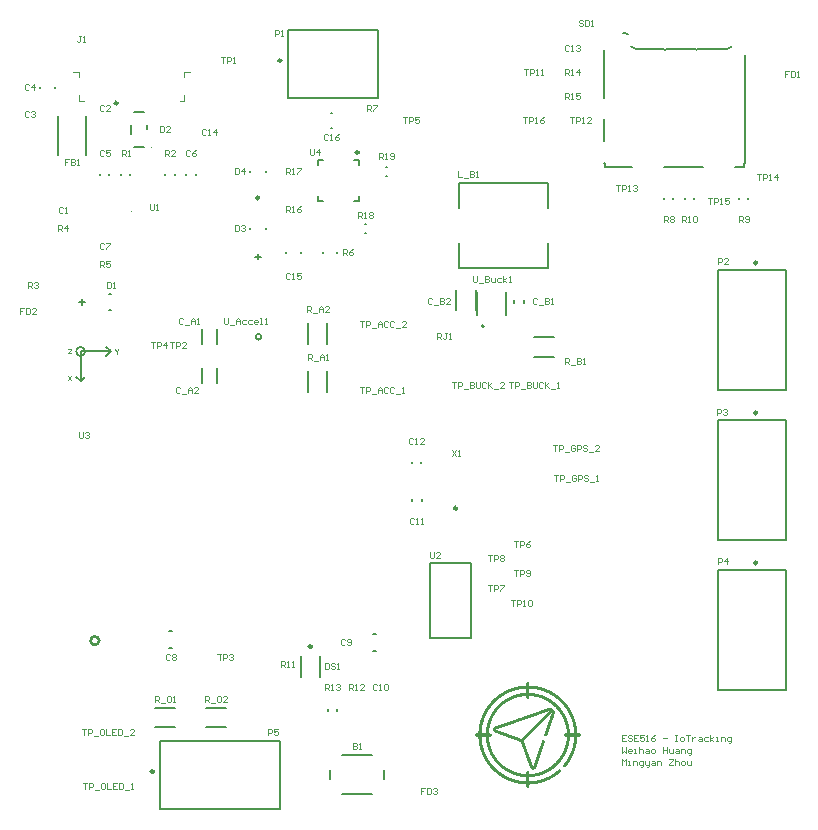
<source format=gto>
G04*
G04 #@! TF.GenerationSoftware,Altium Limited,Altium Designer,21.6.1 (37)*
G04*
G04 Layer_Color=65535*
%FSLAX25Y25*%
%MOIN*%
G70*
G04*
G04 #@! TF.SameCoordinates,E52BCAAB-68D7-4A3F-A5E9-698283CEFC01*
G04*
G04*
G04 #@! TF.FilePolarity,Positive*
G04*
G01*
G75*
%ADD10C,0.00984*%
%ADD11C,0.00787*%
%ADD12C,0.01000*%
%ADD13C,0.00394*%
%ADD14C,0.00800*%
%ADD15C,0.00500*%
%ADD16C,0.00600*%
%ADD17C,0.00400*%
G36*
X179255Y52872D02*
X179284D01*
Y52843D01*
X179342D01*
Y52814D01*
X179399D01*
Y52785D01*
X179428D01*
Y52757D01*
X179457D01*
Y52728D01*
X179486D01*
Y52670D01*
X179515D01*
Y52641D01*
X179544D01*
Y52583D01*
X179573D01*
Y52467D01*
X179602D01*
Y51658D01*
X179689D01*
Y51629D01*
X180151D01*
Y51600D01*
X180527D01*
Y51571D01*
X180874D01*
Y51542D01*
X181076D01*
Y51513D01*
X181394D01*
Y51485D01*
X181539D01*
Y51456D01*
X181741D01*
Y51427D01*
X181914D01*
Y51398D01*
X182030D01*
Y51369D01*
X182232D01*
Y51340D01*
X182348D01*
Y51311D01*
X182522D01*
Y51282D01*
X182637D01*
Y51253D01*
X182782D01*
Y51224D01*
X182926D01*
Y51195D01*
X183013D01*
Y51166D01*
X183158D01*
Y51138D01*
X183244D01*
Y51109D01*
X183360D01*
Y51080D01*
X183476D01*
Y51051D01*
X183562D01*
Y51022D01*
X183678D01*
Y50993D01*
X183765D01*
Y50964D01*
X183880D01*
Y50935D01*
X183967D01*
Y50906D01*
X184054D01*
Y50877D01*
X184169D01*
Y50849D01*
X184227D01*
Y50820D01*
X184343D01*
Y50791D01*
X184401D01*
Y50762D01*
X184487D01*
Y50733D01*
X184574D01*
Y50704D01*
X184632D01*
Y50675D01*
X184748D01*
Y50646D01*
X184805D01*
Y50617D01*
X184921D01*
Y50588D01*
X184979D01*
Y50559D01*
X185037D01*
Y50530D01*
X185123D01*
Y50502D01*
X185181D01*
Y50473D01*
X185297D01*
Y50444D01*
X185326D01*
Y50415D01*
X185413D01*
Y50386D01*
X185470D01*
Y50357D01*
X185528D01*
Y50328D01*
X185615D01*
Y50299D01*
X185673D01*
Y50270D01*
X185759D01*
Y50241D01*
X185788D01*
Y50213D01*
X185875D01*
Y50184D01*
X185933D01*
Y50155D01*
X185991D01*
Y50126D01*
X186077D01*
Y50097D01*
X186106D01*
Y50068D01*
X186193D01*
Y50039D01*
X186251D01*
Y50010D01*
X186309D01*
Y49981D01*
X186366D01*
Y49952D01*
X186424D01*
Y49924D01*
X186482D01*
Y49894D01*
X186540D01*
Y49866D01*
X186598D01*
Y49837D01*
X186655D01*
Y49808D01*
X186685D01*
Y49779D01*
X186771D01*
Y49750D01*
X186800D01*
Y49721D01*
X186887D01*
Y49692D01*
X186916D01*
Y49663D01*
X186974D01*
Y49634D01*
X187031D01*
Y49605D01*
X187060D01*
Y49577D01*
X187147D01*
Y49548D01*
X187176D01*
Y49519D01*
X187234D01*
Y49490D01*
X187292D01*
Y49461D01*
X187320D01*
Y49432D01*
X187378D01*
Y49403D01*
X187436D01*
Y49374D01*
X187494D01*
Y49345D01*
X187523D01*
Y49316D01*
X187581D01*
Y49288D01*
X187638D01*
Y49259D01*
X187667D01*
Y49230D01*
X187725D01*
Y49201D01*
X187754D01*
Y49172D01*
X187812D01*
Y49143D01*
X187870D01*
Y49114D01*
X187899D01*
Y49085D01*
X187956D01*
Y49056D01*
X187985D01*
Y49027D01*
X188043D01*
Y48998D01*
X188072D01*
Y48970D01*
X188130D01*
Y48941D01*
X188188D01*
Y48912D01*
X188217D01*
Y48883D01*
X188274D01*
Y48854D01*
X188303D01*
Y48825D01*
X188361D01*
Y48796D01*
X188390D01*
Y48767D01*
X188419D01*
Y48738D01*
X188477D01*
Y48709D01*
X188506D01*
Y48680D01*
X188564D01*
Y48651D01*
X188593D01*
Y48623D01*
X188621D01*
Y48594D01*
X188679D01*
Y48565D01*
X188708D01*
Y48536D01*
X188766D01*
Y48507D01*
X188795D01*
Y48478D01*
X188824D01*
Y48449D01*
X188882D01*
Y48420D01*
X188910D01*
Y48391D01*
X188968D01*
Y48362D01*
X188997D01*
Y48333D01*
X189026D01*
Y48305D01*
X189055D01*
Y48276D01*
X189113D01*
Y48247D01*
X189142D01*
Y48218D01*
X189171D01*
Y48189D01*
X189228D01*
Y48160D01*
X189257D01*
Y48131D01*
X189286D01*
Y48102D01*
X189315D01*
Y48073D01*
X189344D01*
Y48044D01*
X189402D01*
Y48015D01*
X189431D01*
Y47987D01*
X189460D01*
Y47958D01*
X189517D01*
Y47929D01*
X189546D01*
Y47900D01*
X189575D01*
Y47871D01*
X189604D01*
Y47842D01*
X189662D01*
Y47813D01*
X189691D01*
Y47784D01*
X189720D01*
Y47755D01*
X189749D01*
Y47726D01*
X189778D01*
Y47697D01*
X189807D01*
Y47669D01*
X189836D01*
Y47640D01*
X189893D01*
Y47611D01*
X189922D01*
Y47582D01*
X189951D01*
Y47553D01*
X189980D01*
Y47524D01*
X190009D01*
Y47495D01*
X190038D01*
Y47466D01*
X190067D01*
Y47437D01*
X190125D01*
Y47408D01*
X190154D01*
Y47379D01*
X190182D01*
Y47350D01*
X190211D01*
Y47322D01*
X190240D01*
Y47293D01*
X190269D01*
Y47264D01*
X190298D01*
Y47235D01*
X190327D01*
Y47206D01*
X190356D01*
Y47177D01*
X190385D01*
Y47148D01*
X190414D01*
Y47119D01*
X190443D01*
Y47090D01*
X190471D01*
Y47061D01*
X190529D01*
Y47004D01*
X190587D01*
Y46975D01*
X190616D01*
Y46946D01*
X190645D01*
Y46917D01*
X190674D01*
Y46888D01*
X190703D01*
Y46859D01*
X190732D01*
Y46830D01*
X190761D01*
Y46801D01*
X190789D01*
Y46772D01*
X190818D01*
Y46744D01*
X190847D01*
Y46715D01*
X190876D01*
Y46657D01*
X190934D01*
Y46599D01*
X190992D01*
Y46541D01*
X191021D01*
Y46512D01*
X191050D01*
Y46483D01*
X191079D01*
Y46454D01*
X191107D01*
Y46426D01*
X191136D01*
Y46397D01*
X191165D01*
Y46368D01*
X191194D01*
Y46339D01*
X191223D01*
Y46310D01*
X191252D01*
Y46281D01*
X191281D01*
Y46252D01*
X191310D01*
Y46223D01*
X191339D01*
Y46194D01*
X191368D01*
Y46136D01*
X191397D01*
Y46108D01*
X191426D01*
Y46079D01*
X191454D01*
Y46050D01*
X191483D01*
Y46021D01*
X191512D01*
Y45992D01*
X191541D01*
Y45963D01*
X191570D01*
Y45905D01*
X191599D01*
Y45876D01*
X191628D01*
Y45847D01*
X191657D01*
Y45818D01*
X191686D01*
Y45790D01*
X191715D01*
Y45761D01*
X191744D01*
Y45732D01*
X191772D01*
Y45674D01*
X191801D01*
Y45645D01*
X191830D01*
Y45616D01*
X191859D01*
Y45587D01*
X191888D01*
Y45529D01*
X191917D01*
Y45500D01*
X191946D01*
Y45472D01*
X191975D01*
Y45414D01*
X192004D01*
Y45385D01*
X192033D01*
Y45356D01*
X192061D01*
Y45327D01*
X192090D01*
Y45298D01*
X192119D01*
Y45240D01*
X192148D01*
Y45211D01*
X192177D01*
Y45182D01*
X192206D01*
Y45125D01*
X192235D01*
Y45096D01*
X192264D01*
Y45067D01*
X192293D01*
Y45038D01*
X192322D01*
Y44980D01*
X192351D01*
Y44951D01*
X192379D01*
Y44893D01*
X192408D01*
Y44864D01*
X192437D01*
Y44835D01*
X192466D01*
Y44778D01*
X192495D01*
Y44749D01*
X192524D01*
Y44691D01*
X192553D01*
Y44662D01*
X192582D01*
Y44633D01*
X192611D01*
Y44575D01*
X192640D01*
Y44546D01*
X192669D01*
Y44489D01*
X192698D01*
Y44460D01*
X192726D01*
Y44431D01*
X192755D01*
Y44373D01*
X192784D01*
Y44344D01*
X192813D01*
Y44286D01*
X192842D01*
Y44257D01*
X192871D01*
Y44199D01*
X192900D01*
Y44142D01*
X192929D01*
Y44113D01*
X192958D01*
Y44055D01*
X192987D01*
Y44026D01*
X193016D01*
Y43968D01*
X193044D01*
Y43939D01*
X193073D01*
Y43881D01*
X193102D01*
Y43824D01*
X193131D01*
Y43795D01*
X193160D01*
Y43737D01*
X193189D01*
Y43708D01*
X193218D01*
Y43650D01*
X193247D01*
Y43592D01*
X193276D01*
Y43564D01*
X193305D01*
Y43506D01*
X193333D01*
Y43448D01*
X193362D01*
Y43390D01*
X193391D01*
Y43361D01*
X193420D01*
Y43303D01*
X193449D01*
Y43246D01*
X193478D01*
Y43217D01*
X193507D01*
Y43130D01*
X193536D01*
Y43101D01*
X193565D01*
Y43043D01*
X193594D01*
Y42985D01*
X193623D01*
Y42956D01*
X193651D01*
Y42870D01*
X193680D01*
Y42841D01*
X193709D01*
Y42754D01*
X193738D01*
Y42725D01*
X193767D01*
Y42667D01*
X193796D01*
Y42610D01*
X193825D01*
Y42552D01*
X193854D01*
Y42494D01*
X193883D01*
Y42436D01*
X193912D01*
Y42378D01*
X193941D01*
Y42320D01*
X193970D01*
Y42263D01*
X193998D01*
Y42176D01*
X194027D01*
Y42147D01*
X194056D01*
Y42060D01*
X194085D01*
Y42002D01*
X194114D01*
Y41945D01*
X194143D01*
Y41858D01*
X194172D01*
Y41829D01*
X194201D01*
Y41742D01*
X194230D01*
Y41684D01*
X194259D01*
Y41598D01*
X194288D01*
Y41540D01*
X194316D01*
Y41482D01*
X194345D01*
Y41395D01*
X194374D01*
Y41337D01*
X194403D01*
Y41251D01*
X194432D01*
Y41193D01*
X194461D01*
Y41106D01*
X194490D01*
Y41048D01*
X194519D01*
Y40991D01*
X194548D01*
Y40875D01*
X194577D01*
Y40817D01*
X194606D01*
Y40701D01*
X194634D01*
Y40644D01*
X194663D01*
Y40557D01*
X194692D01*
Y40470D01*
X194721D01*
Y40413D01*
X194750D01*
Y40297D01*
X194779D01*
Y40239D01*
X194808D01*
Y40123D01*
X194837D01*
Y40008D01*
X194866D01*
Y39950D01*
X194895D01*
Y39805D01*
X194923D01*
Y39748D01*
X194952D01*
Y39632D01*
X194981D01*
Y39545D01*
X195010D01*
Y39430D01*
X195039D01*
Y39285D01*
X195068D01*
Y39227D01*
X195097D01*
Y39054D01*
X195126D01*
Y38967D01*
X195155D01*
Y38851D01*
X195184D01*
Y38707D01*
X195213D01*
Y38591D01*
X195241D01*
Y38389D01*
X195270D01*
Y38302D01*
X195299D01*
Y38100D01*
X195328D01*
Y37984D01*
X195357D01*
Y37811D01*
X195386D01*
Y37579D01*
X195415D01*
Y37435D01*
X195444D01*
Y37146D01*
X195473D01*
Y36943D01*
X195502D01*
Y36597D01*
X195530D01*
Y36192D01*
X195560D01*
Y35758D01*
X195588D01*
Y35671D01*
X196398D01*
Y35642D01*
X196513D01*
Y35614D01*
X196571D01*
Y35585D01*
X196600D01*
Y35556D01*
X196658D01*
Y35527D01*
X196687D01*
Y35498D01*
X196716D01*
Y35469D01*
X196745D01*
Y35411D01*
X196774D01*
Y35353D01*
X196802D01*
Y35324D01*
X196831D01*
Y34978D01*
X196802D01*
Y34949D01*
X196774D01*
Y34891D01*
X196745D01*
Y34862D01*
X196716D01*
Y34804D01*
X196687D01*
Y34775D01*
X196658D01*
Y34746D01*
X196600D01*
Y34717D01*
X196571D01*
Y34688D01*
X196513D01*
Y34660D01*
X196398D01*
Y34631D01*
X195588D01*
Y34544D01*
X195560D01*
Y34110D01*
X195530D01*
Y33735D01*
X195502D01*
Y33359D01*
X195473D01*
Y33185D01*
X195444D01*
Y32896D01*
X195415D01*
Y32752D01*
X195386D01*
Y32520D01*
X195357D01*
Y32376D01*
X195328D01*
Y32231D01*
X195299D01*
Y32029D01*
X195270D01*
Y31913D01*
X195241D01*
Y31740D01*
X195213D01*
Y31624D01*
X195184D01*
Y31508D01*
X195155D01*
Y31364D01*
X195126D01*
Y31277D01*
X195097D01*
Y31104D01*
X195068D01*
Y31046D01*
X195039D01*
Y30901D01*
X195010D01*
Y30815D01*
X194981D01*
Y30699D01*
X194952D01*
Y30584D01*
X194923D01*
Y30497D01*
X194895D01*
Y30381D01*
X194866D01*
Y30323D01*
X194837D01*
Y30208D01*
X194808D01*
Y30121D01*
X194779D01*
Y30034D01*
X194750D01*
Y29919D01*
X194721D01*
Y29861D01*
X194692D01*
Y29774D01*
X194663D01*
Y29687D01*
X194634D01*
Y29629D01*
X194606D01*
Y29514D01*
X194577D01*
Y29456D01*
X194548D01*
Y29340D01*
X194519D01*
Y29283D01*
X194490D01*
Y29225D01*
X194461D01*
Y29138D01*
X194432D01*
Y29080D01*
X194403D01*
Y28993D01*
X194374D01*
Y28936D01*
X194345D01*
Y28849D01*
X194316D01*
Y28791D01*
X194288D01*
Y28733D01*
X194259D01*
Y28647D01*
X194230D01*
Y28589D01*
X194201D01*
Y28502D01*
X194172D01*
Y28444D01*
X194143D01*
Y28386D01*
X194114D01*
Y28329D01*
X194085D01*
Y28271D01*
X194056D01*
Y28184D01*
X194027D01*
Y28155D01*
X193998D01*
Y28068D01*
X193970D01*
Y28011D01*
X193941D01*
Y27953D01*
X193912D01*
Y27895D01*
X193883D01*
Y27837D01*
X193854D01*
Y27779D01*
X193825D01*
Y27722D01*
X193796D01*
Y27664D01*
X193767D01*
Y27606D01*
X193738D01*
Y27548D01*
X193709D01*
Y27490D01*
X193680D01*
Y27432D01*
X193651D01*
Y27375D01*
X193623D01*
Y27317D01*
X193594D01*
Y27288D01*
X193565D01*
Y27230D01*
X193536D01*
Y27172D01*
X193507D01*
Y27114D01*
X193478D01*
Y27086D01*
X193449D01*
Y27028D01*
X193420D01*
Y26970D01*
X193391D01*
Y26912D01*
X193362D01*
Y26854D01*
X193333D01*
Y26825D01*
X193305D01*
Y26768D01*
X193276D01*
Y26710D01*
X193247D01*
Y26681D01*
X193218D01*
Y26623D01*
X193189D01*
Y26594D01*
X193160D01*
Y26507D01*
X193131D01*
Y26478D01*
X193102D01*
Y26421D01*
X193073D01*
Y26392D01*
X193044D01*
Y26334D01*
X193016D01*
Y26276D01*
X192987D01*
Y26247D01*
X192958D01*
Y26189D01*
X192929D01*
Y26160D01*
X192900D01*
Y26103D01*
X192871D01*
Y26074D01*
X192842D01*
Y26045D01*
X192813D01*
Y25987D01*
X192784D01*
Y25929D01*
X192755D01*
Y25900D01*
X192726D01*
Y25842D01*
X192698D01*
Y25813D01*
X192669D01*
Y25756D01*
X192640D01*
Y25727D01*
X192611D01*
Y25669D01*
X192582D01*
Y25640D01*
X192553D01*
Y25611D01*
X192524D01*
Y25553D01*
X192495D01*
Y25524D01*
X192466D01*
Y25467D01*
X192437D01*
Y25438D01*
X192408D01*
Y25409D01*
X192379D01*
Y25351D01*
X192351D01*
Y25322D01*
X192322D01*
Y25293D01*
X192293D01*
Y25264D01*
X192264D01*
Y25206D01*
X192235D01*
Y25177D01*
X192206D01*
Y25120D01*
X192177D01*
Y25091D01*
X192148D01*
Y25062D01*
X192119D01*
Y25004D01*
X192090D01*
Y24975D01*
X192061D01*
Y24946D01*
X192033D01*
Y24917D01*
X192004D01*
Y24888D01*
X191975D01*
Y24831D01*
X191946D01*
Y24802D01*
X191917D01*
Y24773D01*
X191888D01*
Y24744D01*
X191859D01*
Y24686D01*
X191830D01*
Y24657D01*
X191801D01*
Y24628D01*
X191772D01*
Y24570D01*
X191744D01*
Y24542D01*
X191686D01*
Y24513D01*
X191657D01*
Y24484D01*
X191628D01*
Y24455D01*
X191570D01*
Y24426D01*
X191512D01*
Y24397D01*
X191194D01*
Y24426D01*
X191136D01*
Y24455D01*
X191079D01*
Y24484D01*
X191021D01*
Y24513D01*
X190992D01*
Y24542D01*
X190963D01*
Y24570D01*
X190934D01*
Y24628D01*
X190905D01*
Y24657D01*
X190876D01*
Y24744D01*
X190847D01*
Y24859D01*
X190818D01*
Y24975D01*
X190847D01*
Y25062D01*
X190876D01*
Y25149D01*
X190905D01*
Y25177D01*
X190934D01*
Y25235D01*
X190963D01*
Y25264D01*
X190992D01*
Y25322D01*
X191021D01*
Y25351D01*
X191050D01*
Y25380D01*
X191079D01*
Y25438D01*
X191107D01*
Y25467D01*
X191136D01*
Y25495D01*
X191165D01*
Y25524D01*
X191194D01*
Y25553D01*
X191223D01*
Y25611D01*
X191252D01*
Y25640D01*
X191281D01*
Y25669D01*
X191310D01*
Y25698D01*
X191339D01*
Y25756D01*
X191368D01*
Y25785D01*
X191397D01*
Y25813D01*
X191426D01*
Y25871D01*
X191454D01*
Y25900D01*
X191483D01*
Y25958D01*
X191512D01*
Y25987D01*
X191541D01*
Y26016D01*
X191570D01*
Y26074D01*
X191599D01*
Y26103D01*
X191628D01*
Y26131D01*
X191657D01*
Y26189D01*
X191686D01*
Y26218D01*
X191715D01*
Y26276D01*
X191744D01*
Y26305D01*
X191772D01*
Y26363D01*
X191801D01*
Y26392D01*
X191830D01*
Y26421D01*
X191859D01*
Y26478D01*
X191888D01*
Y26507D01*
X191917D01*
Y26565D01*
X191946D01*
Y26594D01*
X191975D01*
Y26652D01*
X192004D01*
Y26681D01*
X192033D01*
Y26739D01*
X192061D01*
Y26768D01*
X192090D01*
Y26825D01*
X192119D01*
Y26883D01*
X192148D01*
Y26912D01*
X192177D01*
Y26970D01*
X192206D01*
Y26999D01*
X192235D01*
Y27057D01*
X192264D01*
Y27114D01*
X192293D01*
Y27143D01*
X192322D01*
Y27201D01*
X192351D01*
Y27230D01*
X192379D01*
Y27288D01*
X192408D01*
Y27346D01*
X192437D01*
Y27375D01*
X192466D01*
Y27461D01*
X192495D01*
Y27490D01*
X192524D01*
Y27548D01*
X192553D01*
Y27606D01*
X192582D01*
Y27635D01*
X192611D01*
Y27722D01*
X192640D01*
Y27750D01*
X192669D01*
Y27808D01*
X192698D01*
Y27866D01*
X192726D01*
Y27924D01*
X192755D01*
Y27982D01*
X192784D01*
Y28011D01*
X192813D01*
Y28097D01*
X192842D01*
Y28126D01*
X192871D01*
Y28213D01*
X192900D01*
Y28242D01*
X192929D01*
Y28300D01*
X192958D01*
Y28386D01*
X192987D01*
Y28415D01*
X193016D01*
Y28502D01*
X193044D01*
Y28531D01*
X193073D01*
Y28618D01*
X193102D01*
Y28675D01*
X193131D01*
Y28733D01*
X193160D01*
Y28820D01*
X193189D01*
Y28849D01*
X193218D01*
Y28936D01*
X193247D01*
Y28993D01*
X193276D01*
Y29051D01*
X193305D01*
Y29138D01*
X193333D01*
Y29196D01*
X193362D01*
Y29283D01*
X193391D01*
Y29340D01*
X193420D01*
Y29427D01*
X193449D01*
Y29485D01*
X193478D01*
Y29543D01*
X193507D01*
Y29629D01*
X193536D01*
Y29687D01*
X193565D01*
Y29803D01*
X193594D01*
Y29861D01*
X193623D01*
Y29948D01*
X193651D01*
Y30034D01*
X193680D01*
Y30092D01*
X193709D01*
Y30208D01*
X193738D01*
Y30266D01*
X193767D01*
Y30381D01*
X193796D01*
Y30468D01*
X193825D01*
Y30526D01*
X193854D01*
Y30670D01*
X193883D01*
Y30728D01*
X193912D01*
Y30844D01*
X193941D01*
Y30930D01*
X193970D01*
Y31046D01*
X193998D01*
Y31162D01*
X194027D01*
Y31248D01*
X194056D01*
Y31393D01*
X194085D01*
Y31480D01*
X194114D01*
Y31624D01*
X194143D01*
Y31740D01*
X194172D01*
Y31855D01*
X194201D01*
Y32029D01*
X194230D01*
Y32116D01*
X194259D01*
Y32318D01*
X194288D01*
Y32462D01*
X194316D01*
Y32607D01*
X194345D01*
Y32809D01*
X194374D01*
Y32954D01*
X194403D01*
Y33243D01*
X194432D01*
Y33417D01*
X194461D01*
Y33763D01*
X194490D01*
Y34139D01*
X194519D01*
Y34515D01*
X194548D01*
Y34573D01*
X194519D01*
Y34631D01*
X193160D01*
Y34602D01*
X193131D01*
Y34544D01*
X193102D01*
Y34053D01*
X193073D01*
Y33706D01*
X193044D01*
Y33532D01*
X193016D01*
Y33185D01*
X192987D01*
Y33070D01*
X192958D01*
Y32838D01*
X192929D01*
Y32665D01*
X192900D01*
Y32549D01*
X192871D01*
Y32376D01*
X192842D01*
Y32260D01*
X192813D01*
Y32087D01*
X192784D01*
Y31971D01*
X192755D01*
Y31855D01*
X192726D01*
Y31740D01*
X192698D01*
Y31653D01*
X192669D01*
Y31508D01*
X192640D01*
Y31422D01*
X192611D01*
Y31277D01*
X192582D01*
Y31220D01*
X192553D01*
Y31133D01*
X192524D01*
Y31017D01*
X192495D01*
Y30959D01*
X192466D01*
Y30815D01*
X192437D01*
Y30757D01*
X192408D01*
Y30641D01*
X192379D01*
Y30555D01*
X192351D01*
Y30497D01*
X192322D01*
Y30410D01*
X192293D01*
Y30352D01*
X192264D01*
Y30237D01*
X192235D01*
Y30179D01*
X192206D01*
Y30092D01*
X192177D01*
Y30005D01*
X192148D01*
Y29976D01*
X192119D01*
Y29861D01*
X192090D01*
Y29832D01*
X192061D01*
Y29745D01*
X192033D01*
Y29658D01*
X192004D01*
Y29629D01*
X191975D01*
Y29514D01*
X191946D01*
Y29485D01*
X191917D01*
Y29398D01*
X191888D01*
Y29340D01*
X191859D01*
Y29283D01*
X191830D01*
Y29225D01*
X191801D01*
Y29167D01*
X191772D01*
Y29080D01*
X191744D01*
Y29051D01*
X191715D01*
Y28965D01*
X191686D01*
Y28907D01*
X191657D01*
Y28878D01*
X191628D01*
Y28791D01*
X191599D01*
Y28762D01*
X191570D01*
Y28675D01*
X191541D01*
Y28647D01*
X191512D01*
Y28589D01*
X191483D01*
Y28531D01*
X191454D01*
Y28473D01*
X191426D01*
Y28415D01*
X191397D01*
Y28386D01*
X191368D01*
Y28300D01*
X191339D01*
Y28271D01*
X191310D01*
Y28213D01*
X191281D01*
Y28155D01*
X191252D01*
Y28126D01*
X191223D01*
Y28068D01*
X191194D01*
Y28011D01*
X191165D01*
Y27982D01*
X191136D01*
Y27924D01*
X191107D01*
Y27866D01*
X191079D01*
Y27808D01*
X191050D01*
Y27779D01*
X191021D01*
Y27722D01*
X190992D01*
Y27664D01*
X190963D01*
Y27635D01*
X190934D01*
Y27577D01*
X190905D01*
Y27548D01*
X190876D01*
Y27490D01*
X190847D01*
Y27461D01*
X190818D01*
Y27432D01*
X190789D01*
Y27375D01*
X190761D01*
Y27346D01*
X190732D01*
Y27288D01*
X190703D01*
Y27230D01*
X190674D01*
Y27201D01*
X190645D01*
Y27143D01*
X190616D01*
Y27114D01*
X190587D01*
Y27057D01*
X190558D01*
Y27028D01*
X190529D01*
Y26999D01*
X190500D01*
Y26970D01*
X190471D01*
Y26912D01*
X190443D01*
Y26883D01*
X190414D01*
Y26854D01*
X190385D01*
Y26796D01*
X190356D01*
Y26768D01*
X190327D01*
Y26710D01*
X190298D01*
Y26681D01*
X190269D01*
Y26652D01*
X190240D01*
Y26594D01*
X190211D01*
Y26565D01*
X190182D01*
Y26536D01*
X190154D01*
Y26478D01*
X190125D01*
Y26449D01*
X190096D01*
Y26421D01*
X190067D01*
Y26392D01*
X190038D01*
Y26334D01*
X190009D01*
Y26305D01*
X189980D01*
Y26276D01*
X189951D01*
Y26247D01*
X189922D01*
Y26218D01*
X189893D01*
Y26160D01*
X189864D01*
Y26131D01*
X189836D01*
Y26103D01*
X189807D01*
Y26074D01*
X189778D01*
Y26045D01*
X189749D01*
Y25987D01*
X189691D01*
Y25929D01*
X189662D01*
Y25900D01*
X189633D01*
Y25871D01*
X189604D01*
Y25842D01*
X189575D01*
Y25813D01*
X189546D01*
Y25756D01*
X189517D01*
Y25727D01*
X189489D01*
Y25698D01*
X189460D01*
Y25669D01*
X189431D01*
Y25640D01*
X189402D01*
Y25611D01*
X189373D01*
Y25582D01*
X189344D01*
Y25553D01*
X189315D01*
Y25524D01*
X189286D01*
Y25495D01*
X189257D01*
Y25467D01*
X189228D01*
Y25438D01*
X189199D01*
Y25380D01*
X189142D01*
Y25322D01*
X189084D01*
Y25293D01*
X189055D01*
Y25235D01*
X188997D01*
Y25177D01*
X188939D01*
Y25120D01*
X188910D01*
Y25091D01*
X188853D01*
Y25033D01*
X188795D01*
Y25004D01*
X188766D01*
Y24975D01*
X188737D01*
Y24946D01*
X188708D01*
Y24917D01*
X188679D01*
Y24888D01*
X188650D01*
Y24859D01*
X188621D01*
Y24831D01*
X188593D01*
Y24802D01*
X188564D01*
Y24773D01*
X188535D01*
Y24744D01*
X188506D01*
Y24715D01*
X188477D01*
Y24686D01*
X188419D01*
Y24657D01*
X188390D01*
Y24628D01*
X188361D01*
Y24599D01*
X188332D01*
Y24570D01*
X188303D01*
Y24542D01*
X188245D01*
Y24484D01*
X188188D01*
Y24455D01*
X188159D01*
Y24426D01*
X188130D01*
Y24397D01*
X188101D01*
Y24368D01*
X188072D01*
Y24339D01*
X188043D01*
Y24310D01*
X187985D01*
Y24281D01*
X187956D01*
Y24252D01*
X187927D01*
Y24224D01*
X187899D01*
Y24195D01*
X187841D01*
Y24166D01*
X187812D01*
Y24137D01*
X187783D01*
Y24108D01*
X187725D01*
Y24079D01*
X187696D01*
Y24050D01*
X187667D01*
Y24021D01*
X187638D01*
Y23992D01*
X187581D01*
Y23963D01*
X187552D01*
Y23934D01*
X187523D01*
Y23905D01*
X187465D01*
Y23877D01*
X187436D01*
Y23848D01*
X187378D01*
Y23819D01*
X187349D01*
Y23790D01*
X187320D01*
Y23761D01*
X187263D01*
Y23732D01*
X187234D01*
Y23703D01*
X187205D01*
Y23674D01*
X187176D01*
Y23645D01*
X187118D01*
Y23616D01*
X187089D01*
Y23587D01*
X187031D01*
Y23559D01*
X187003D01*
Y23530D01*
X186945D01*
Y23501D01*
X186887D01*
Y23472D01*
X186858D01*
Y23443D01*
X186800D01*
Y23414D01*
X186771D01*
Y23385D01*
X186742D01*
Y23356D01*
X186685D01*
Y23327D01*
X186655D01*
Y23298D01*
X186598D01*
Y23269D01*
X186569D01*
Y23241D01*
X186511D01*
Y23212D01*
X186453D01*
Y23183D01*
X186424D01*
Y23154D01*
X186366D01*
Y23125D01*
X186309D01*
Y23096D01*
X186251D01*
Y23067D01*
X186222D01*
Y23038D01*
X186164D01*
Y23009D01*
X186106D01*
Y22980D01*
X186077D01*
Y22952D01*
X186020D01*
Y22923D01*
X185962D01*
Y22894D01*
X185933D01*
Y22865D01*
X185875D01*
Y22836D01*
X185817D01*
Y22807D01*
X185759D01*
Y22778D01*
X185702D01*
Y22749D01*
X185644D01*
Y22720D01*
X185586D01*
Y22691D01*
X185557D01*
Y22662D01*
X185470D01*
Y22634D01*
X185441D01*
Y22605D01*
X185355D01*
Y22576D01*
X185326D01*
Y22547D01*
X185268D01*
Y22518D01*
X185181D01*
Y22489D01*
X185152D01*
Y22460D01*
X185066D01*
Y22431D01*
X185008D01*
Y22402D01*
X184950D01*
Y22373D01*
X184892D01*
Y22344D01*
X184834D01*
Y22316D01*
X184748D01*
Y22287D01*
X184719D01*
Y22258D01*
X184603D01*
Y22229D01*
X184574D01*
Y22200D01*
X184487D01*
Y22171D01*
X184401D01*
Y22142D01*
X184372D01*
Y22113D01*
X184256D01*
Y22084D01*
X184227D01*
Y22055D01*
X184141D01*
Y22026D01*
X184054D01*
Y21998D01*
X183996D01*
Y21969D01*
X183880D01*
Y21940D01*
X183823D01*
Y21911D01*
X183736D01*
Y21882D01*
X183678D01*
Y21853D01*
X183591D01*
Y21824D01*
X183476D01*
Y21795D01*
X183418D01*
Y21766D01*
X183302D01*
Y21737D01*
X183244D01*
Y21709D01*
X183100D01*
Y21680D01*
X183013D01*
Y21651D01*
X182955D01*
Y21622D01*
X182811D01*
Y21593D01*
X182753D01*
Y21564D01*
X182579D01*
Y21535D01*
X182493D01*
Y21506D01*
X182377D01*
Y21477D01*
X182261D01*
Y21448D01*
X182146D01*
Y21419D01*
X181972D01*
Y21391D01*
X181886D01*
Y21362D01*
X181683D01*
Y21333D01*
X181568D01*
Y21304D01*
X181394D01*
Y21275D01*
X181163D01*
Y21246D01*
X181047D01*
Y21217D01*
X180700D01*
Y21188D01*
X180527D01*
Y21159D01*
X180180D01*
Y21130D01*
X179689D01*
Y21101D01*
X179631D01*
Y21072D01*
X179602D01*
Y19714D01*
X179660D01*
Y19685D01*
X179718D01*
Y19714D01*
X180093D01*
Y19743D01*
X180469D01*
Y19772D01*
X180816D01*
Y19801D01*
X180989D01*
Y19829D01*
X181279D01*
Y19858D01*
X181452D01*
Y19887D01*
X181654D01*
Y19916D01*
X181799D01*
Y19945D01*
X181914D01*
Y19974D01*
X182117D01*
Y20003D01*
X182232D01*
Y20032D01*
X182406D01*
Y20061D01*
X182493D01*
Y20090D01*
X182608D01*
Y20119D01*
X182753D01*
Y20147D01*
X182840D01*
Y20176D01*
X183013D01*
Y20205D01*
X183071D01*
Y20234D01*
X183186D01*
Y20263D01*
X183302D01*
Y20292D01*
X183389D01*
Y20321D01*
X183504D01*
Y20350D01*
X183591D01*
Y20379D01*
X183707D01*
Y20408D01*
X183765D01*
Y20437D01*
X183880D01*
Y20465D01*
X183967D01*
Y20494D01*
X184025D01*
Y20523D01*
X184141D01*
Y20552D01*
X184198D01*
Y20581D01*
X184314D01*
Y20610D01*
X184372D01*
Y20639D01*
X184430D01*
Y20668D01*
X184545D01*
Y20697D01*
X184574D01*
Y20726D01*
X184690D01*
Y20754D01*
X184748D01*
Y20783D01*
X184834D01*
Y20812D01*
X184921D01*
Y20841D01*
X184950D01*
Y20870D01*
X185066D01*
Y20899D01*
X185094D01*
Y20928D01*
X185181D01*
Y20957D01*
X185239D01*
Y20986D01*
X185297D01*
Y21015D01*
X185384D01*
Y21044D01*
X185441D01*
Y21072D01*
X185528D01*
Y21101D01*
X185557D01*
Y21130D01*
X185615D01*
Y21159D01*
X185702D01*
Y21188D01*
X185731D01*
Y21217D01*
X185817D01*
Y21246D01*
X185846D01*
Y21275D01*
X185933D01*
Y21304D01*
X185991D01*
Y21333D01*
X186048D01*
Y21362D01*
X186106D01*
Y21391D01*
X186135D01*
Y21419D01*
X186222D01*
Y21448D01*
X186251D01*
Y21477D01*
X186309D01*
Y21506D01*
X186366D01*
Y21535D01*
X186424D01*
Y21564D01*
X186511D01*
Y21593D01*
X186540D01*
Y21622D01*
X186598D01*
Y21651D01*
X186655D01*
Y21680D01*
X186685D01*
Y21709D01*
X186742D01*
Y21737D01*
X186771D01*
Y21766D01*
X186858D01*
Y21795D01*
X186887D01*
Y21824D01*
X186945D01*
Y21853D01*
X187003D01*
Y21882D01*
X187031D01*
Y21911D01*
X187089D01*
Y21940D01*
X187118D01*
Y21969D01*
X187176D01*
Y21998D01*
X187234D01*
Y22026D01*
X187263D01*
Y22055D01*
X187320D01*
Y22084D01*
X187349D01*
Y22113D01*
X187407D01*
Y22142D01*
X187465D01*
Y22171D01*
X187494D01*
Y22200D01*
X187552D01*
Y22229D01*
X187581D01*
Y22258D01*
X187638D01*
Y22287D01*
X187667D01*
Y22316D01*
X187725D01*
Y22344D01*
X187754D01*
Y22373D01*
X187812D01*
Y22402D01*
X187841D01*
Y22431D01*
X187870D01*
Y22460D01*
X187927D01*
Y22489D01*
X187956D01*
Y22518D01*
X188014D01*
Y22547D01*
X188043D01*
Y22576D01*
X188101D01*
Y22605D01*
X188130D01*
Y22634D01*
X188159D01*
Y22662D01*
X188217D01*
Y22691D01*
X188245D01*
Y22720D01*
X188303D01*
Y22749D01*
X188332D01*
Y22778D01*
X188361D01*
Y22807D01*
X188419D01*
Y22836D01*
X188448D01*
Y22865D01*
X188477D01*
Y22894D01*
X188506D01*
Y22923D01*
X188564D01*
Y22952D01*
X188593D01*
Y22980D01*
X188621D01*
Y23009D01*
X188679D01*
Y23038D01*
X188708D01*
Y23067D01*
X188737D01*
Y23096D01*
X188795D01*
Y23125D01*
X188824D01*
Y23154D01*
X188853D01*
Y23183D01*
X188882D01*
Y23212D01*
X188910D01*
Y23241D01*
X188939D01*
Y23269D01*
X188997D01*
Y23298D01*
X189026D01*
Y23327D01*
X189055D01*
Y23356D01*
X189084D01*
Y23385D01*
X189113D01*
Y23414D01*
X189171D01*
Y23443D01*
X189199D01*
Y23472D01*
X189228D01*
Y23501D01*
X189257D01*
Y23530D01*
X189286D01*
Y23559D01*
X189344D01*
Y23587D01*
X189373D01*
Y23616D01*
X189431D01*
Y23645D01*
X189517D01*
Y23674D01*
X189778D01*
Y23645D01*
X189893D01*
Y23616D01*
X189922D01*
Y23587D01*
X189951D01*
Y23559D01*
X190009D01*
Y23530D01*
X190038D01*
Y23472D01*
X190067D01*
Y23443D01*
X190096D01*
Y23385D01*
X190125D01*
Y23327D01*
X190154D01*
Y23241D01*
X190182D01*
Y23096D01*
X190154D01*
Y23009D01*
X190125D01*
Y22923D01*
X190096D01*
Y22865D01*
X190067D01*
Y22836D01*
X190038D01*
Y22807D01*
X190009D01*
Y22778D01*
X189980D01*
Y22749D01*
X189951D01*
Y22720D01*
X189922D01*
Y22691D01*
X189893D01*
Y22662D01*
X189836D01*
Y22634D01*
X189807D01*
Y22605D01*
X189778D01*
Y22576D01*
X189749D01*
Y22547D01*
X189720D01*
Y22518D01*
X189662D01*
Y22489D01*
X189633D01*
Y22460D01*
X189604D01*
Y22431D01*
X189575D01*
Y22402D01*
X189546D01*
Y22373D01*
X189489D01*
Y22344D01*
X189460D01*
Y22316D01*
X189431D01*
Y22287D01*
X189402D01*
Y22258D01*
X189344D01*
Y22229D01*
X189315D01*
Y22200D01*
X189286D01*
Y22171D01*
X189257D01*
Y22142D01*
X189199D01*
Y22113D01*
X189171D01*
Y22084D01*
X189142D01*
Y22055D01*
X189084D01*
Y22026D01*
X189055D01*
Y21998D01*
X189026D01*
Y21969D01*
X188997D01*
Y21940D01*
X188939D01*
Y21911D01*
X188910D01*
Y21882D01*
X188882D01*
Y21853D01*
X188824D01*
Y21824D01*
X188795D01*
Y21795D01*
X188766D01*
Y21766D01*
X188708D01*
Y21737D01*
X188679D01*
Y21709D01*
X188621D01*
Y21680D01*
X188593D01*
Y21651D01*
X188535D01*
Y21622D01*
X188506D01*
Y21593D01*
X188477D01*
Y21564D01*
X188419D01*
Y21535D01*
X188390D01*
Y21506D01*
X188332D01*
Y21477D01*
X188303D01*
Y21448D01*
X188274D01*
Y21419D01*
X188217D01*
Y21391D01*
X188159D01*
Y21362D01*
X188101D01*
Y21333D01*
X188072D01*
Y21304D01*
X188043D01*
Y21275D01*
X187985D01*
Y21246D01*
X187956D01*
Y21217D01*
X187899D01*
Y21188D01*
X187841D01*
Y21159D01*
X187812D01*
Y21130D01*
X187754D01*
Y21101D01*
X187725D01*
Y21072D01*
X187667D01*
Y21044D01*
X187610D01*
Y21015D01*
X187552D01*
Y20986D01*
X187523D01*
Y20957D01*
X187465D01*
Y20928D01*
X187407D01*
Y20899D01*
X187378D01*
Y20870D01*
X187320D01*
Y20841D01*
X187263D01*
Y20812D01*
X187234D01*
Y20783D01*
X187176D01*
Y20754D01*
X187118D01*
Y20726D01*
X187060D01*
Y20697D01*
X187031D01*
Y20668D01*
X186945D01*
Y20639D01*
X186916D01*
Y20610D01*
X186858D01*
Y20581D01*
X186800D01*
Y20552D01*
X186742D01*
Y20523D01*
X186685D01*
Y20494D01*
X186627D01*
Y20465D01*
X186569D01*
Y20437D01*
X186511D01*
Y20408D01*
X186482D01*
Y20379D01*
X186395D01*
Y20350D01*
X186366D01*
Y20321D01*
X186280D01*
Y20292D01*
X186222D01*
Y20263D01*
X186164D01*
Y20234D01*
X186106D01*
Y20205D01*
X186048D01*
Y20176D01*
X185962D01*
Y20147D01*
X185933D01*
Y20119D01*
X185846D01*
Y20090D01*
X185788D01*
Y20061D01*
X185731D01*
Y20032D01*
X185644D01*
Y20003D01*
X185586D01*
Y19974D01*
X185499D01*
Y19945D01*
X185441D01*
Y19916D01*
X185384D01*
Y19887D01*
X185297D01*
Y19858D01*
X185268D01*
Y19829D01*
X185152D01*
Y19801D01*
X185094D01*
Y19772D01*
X185008D01*
Y19743D01*
X184950D01*
Y19714D01*
X184892D01*
Y19685D01*
X184776D01*
Y19656D01*
X184719D01*
Y19627D01*
X184632D01*
Y19598D01*
X184545D01*
Y19569D01*
X184487D01*
Y19540D01*
X184372D01*
Y19511D01*
X184314D01*
Y19482D01*
X184198D01*
Y19454D01*
X184141D01*
Y19425D01*
X184025D01*
Y19396D01*
X183938D01*
Y19367D01*
X183880D01*
Y19338D01*
X183736D01*
Y19309D01*
X183678D01*
Y19280D01*
X183533D01*
Y19251D01*
X183447D01*
Y19222D01*
X183331D01*
Y19193D01*
X183215D01*
Y19164D01*
X183129D01*
Y19136D01*
X182984D01*
Y19107D01*
X182897D01*
Y19078D01*
X182753D01*
Y19049D01*
X182608D01*
Y19020D01*
X182522D01*
Y18991D01*
X182348D01*
Y18962D01*
X182232D01*
Y18933D01*
X182001D01*
Y18904D01*
X181886D01*
Y18875D01*
X181741D01*
Y18846D01*
X181510D01*
Y18818D01*
X181365D01*
Y18789D01*
X181076D01*
Y18760D01*
X180845D01*
Y18731D01*
X180527D01*
Y18702D01*
X180151D01*
Y18673D01*
X179689D01*
Y18644D01*
X179602D01*
Y17835D01*
X179573D01*
Y17719D01*
X179544D01*
Y17661D01*
X179515D01*
Y17632D01*
X179486D01*
Y17574D01*
X179457D01*
Y17546D01*
X179428D01*
Y17517D01*
X179399D01*
Y17488D01*
X179342D01*
Y17459D01*
X179284D01*
Y17430D01*
X179255D01*
Y17401D01*
X178908D01*
Y17430D01*
X178879D01*
Y17459D01*
X178821D01*
Y17488D01*
X178763D01*
Y17517D01*
X178735D01*
Y17546D01*
X178706D01*
Y17574D01*
X178677D01*
Y17632D01*
X178648D01*
Y17661D01*
X178619D01*
Y17719D01*
X178590D01*
Y17835D01*
X178561D01*
Y18644D01*
X178474D01*
Y18673D01*
X178041D01*
Y18702D01*
X177636D01*
Y18731D01*
X177318D01*
Y18760D01*
X177116D01*
Y18789D01*
X176798D01*
Y18818D01*
X176682D01*
Y18846D01*
X176422D01*
Y18875D01*
X176248D01*
Y18904D01*
X176104D01*
Y18933D01*
X175959D01*
Y18962D01*
X175844D01*
Y18991D01*
X175641D01*
Y19020D01*
X175555D01*
Y19049D01*
X175410D01*
Y19078D01*
X175266D01*
Y19107D01*
X175179D01*
Y19136D01*
X175005D01*
Y19164D01*
X174948D01*
Y19193D01*
X174803D01*
Y19222D01*
X174687D01*
Y19251D01*
X174601D01*
Y19280D01*
X174485D01*
Y19309D01*
X174427D01*
Y19338D01*
X174283D01*
Y19367D01*
X174225D01*
Y19396D01*
X174109D01*
Y19425D01*
X174022D01*
Y19454D01*
X173965D01*
Y19482D01*
X173820D01*
Y19511D01*
X173762D01*
Y19540D01*
X173676D01*
Y19569D01*
X173589D01*
Y19598D01*
X173531D01*
Y19627D01*
X173415D01*
Y19656D01*
X173386D01*
Y19685D01*
X173271D01*
Y19714D01*
X173213D01*
Y19743D01*
X173126D01*
Y19772D01*
X173039D01*
Y19801D01*
X172982D01*
Y19829D01*
X172895D01*
Y19858D01*
X172837D01*
Y19887D01*
X172750D01*
Y19916D01*
X172693D01*
Y19945D01*
X172635D01*
Y19974D01*
X172548D01*
Y20003D01*
X172490D01*
Y20032D01*
X172404D01*
Y20061D01*
X172346D01*
Y20090D01*
X172288D01*
Y20119D01*
X172230D01*
Y20147D01*
X172172D01*
Y20176D01*
X172085D01*
Y20205D01*
X172057D01*
Y20234D01*
X171970D01*
Y20263D01*
X171912D01*
Y20292D01*
X171883D01*
Y20321D01*
X171796D01*
Y20350D01*
X171739D01*
Y20379D01*
X171681D01*
Y20408D01*
X171623D01*
Y20437D01*
X171565D01*
Y20465D01*
X171507D01*
Y20494D01*
X171478D01*
Y20523D01*
X171392D01*
Y20552D01*
X171363D01*
Y20581D01*
X171305D01*
Y20610D01*
X171247D01*
Y20639D01*
X171189D01*
Y20668D01*
X171132D01*
Y20697D01*
X171103D01*
Y20726D01*
X171016D01*
Y20754D01*
X170987D01*
Y20783D01*
X170929D01*
Y20812D01*
X170871D01*
Y20841D01*
X170843D01*
Y20870D01*
X170785D01*
Y20899D01*
X170756D01*
Y20928D01*
X170669D01*
Y20957D01*
X170640D01*
Y20986D01*
X170582D01*
Y21015D01*
X170524D01*
Y21044D01*
X170495D01*
Y21072D01*
X170438D01*
Y21101D01*
X170380D01*
Y21130D01*
X170351D01*
Y21159D01*
X170293D01*
Y21188D01*
X170264D01*
Y21217D01*
X170206D01*
Y21246D01*
X170177D01*
Y21275D01*
X170120D01*
Y21304D01*
X170091D01*
Y21333D01*
X170033D01*
Y21362D01*
X169975D01*
Y21391D01*
X169946D01*
Y21419D01*
X169888D01*
Y21448D01*
X169860D01*
Y21477D01*
X169802D01*
Y21506D01*
X169773D01*
Y21535D01*
X169744D01*
Y21564D01*
X169686D01*
Y21593D01*
X169657D01*
Y21622D01*
X169599D01*
Y21651D01*
X169571D01*
Y21680D01*
X169542D01*
Y21709D01*
X169484D01*
Y21737D01*
X169455D01*
Y21766D01*
X169397D01*
Y21795D01*
X169368D01*
Y21824D01*
X169339D01*
Y21853D01*
X169281D01*
Y21882D01*
X169253D01*
Y21911D01*
X169195D01*
Y21940D01*
X169166D01*
Y21969D01*
X169137D01*
Y21998D01*
X169079D01*
Y22026D01*
X169050D01*
Y22055D01*
X169021D01*
Y22084D01*
X168992D01*
Y22113D01*
X168935D01*
Y22142D01*
X168905D01*
Y22171D01*
X168877D01*
Y22200D01*
X168819D01*
Y22229D01*
X168790D01*
Y22258D01*
X168761D01*
Y22287D01*
X168732D01*
Y22316D01*
X168703D01*
Y22344D01*
X168645D01*
Y22373D01*
X168616D01*
Y22402D01*
X168588D01*
Y22431D01*
X168559D01*
Y22460D01*
X168501D01*
Y22489D01*
X168472D01*
Y22518D01*
X168443D01*
Y22547D01*
X168414D01*
Y22576D01*
X168385D01*
Y22605D01*
X168327D01*
Y22662D01*
X168270D01*
Y22691D01*
X168241D01*
Y22720D01*
X168212D01*
Y22749D01*
X168183D01*
Y22778D01*
X168154D01*
Y22807D01*
X168096D01*
Y22836D01*
X168067D01*
Y22865D01*
X168038D01*
Y22894D01*
X168009D01*
Y22923D01*
X167981D01*
Y22952D01*
X167952D01*
Y22980D01*
X167923D01*
Y23009D01*
X167894D01*
Y23038D01*
X167865D01*
Y23067D01*
X167836D01*
Y23096D01*
X167778D01*
Y23154D01*
X167720D01*
Y23212D01*
X167663D01*
Y23241D01*
X167634D01*
Y23269D01*
X167605D01*
Y23298D01*
X167576D01*
Y23327D01*
X167547D01*
Y23356D01*
X167518D01*
Y23385D01*
X167489D01*
Y23414D01*
X167460D01*
Y23443D01*
X167431D01*
Y23472D01*
X167402D01*
Y23501D01*
X167373D01*
Y23530D01*
X167344D01*
Y23559D01*
X167316D01*
Y23587D01*
X167287D01*
Y23616D01*
X167258D01*
Y23645D01*
X167229D01*
Y23674D01*
X167200D01*
Y23703D01*
X167171D01*
Y23732D01*
X167142D01*
Y23790D01*
X167084D01*
Y23848D01*
X167055D01*
Y23877D01*
X167026D01*
Y23905D01*
X166998D01*
Y23934D01*
X166969D01*
Y23963D01*
X166940D01*
Y23992D01*
X166911D01*
Y24021D01*
X166882D01*
Y24050D01*
X166853D01*
Y24079D01*
X166824D01*
Y24108D01*
X166795D01*
Y24137D01*
X166766D01*
Y24166D01*
X166737D01*
Y24224D01*
X166709D01*
Y24252D01*
X166680D01*
Y24281D01*
X166651D01*
Y24310D01*
X166622D01*
Y24339D01*
X166593D01*
Y24397D01*
X166564D01*
Y24426D01*
X166535D01*
Y24455D01*
X166506D01*
Y24484D01*
X166477D01*
Y24513D01*
X166448D01*
Y24542D01*
X166419D01*
Y24570D01*
X166391D01*
Y24628D01*
X166362D01*
Y24657D01*
X166333D01*
Y24686D01*
X166304D01*
Y24715D01*
X166275D01*
Y24773D01*
X166246D01*
Y24802D01*
X166217D01*
Y24831D01*
X166188D01*
Y24888D01*
X166159D01*
Y24917D01*
X166130D01*
Y24946D01*
X166101D01*
Y24975D01*
X166072D01*
Y25004D01*
X166044D01*
Y25062D01*
X166015D01*
Y25091D01*
X165986D01*
Y25120D01*
X165957D01*
Y25177D01*
X165928D01*
Y25206D01*
X165899D01*
Y25235D01*
X165870D01*
Y25264D01*
X165841D01*
Y25322D01*
X165812D01*
Y25351D01*
X165783D01*
Y25409D01*
X165754D01*
Y25438D01*
X165726D01*
Y25467D01*
X165697D01*
Y25524D01*
X165668D01*
Y25553D01*
X165639D01*
Y25611D01*
X165610D01*
Y25640D01*
X165581D01*
Y25669D01*
X165552D01*
Y25727D01*
X165523D01*
Y25756D01*
X165494D01*
Y25813D01*
X165465D01*
Y25842D01*
X165436D01*
Y25900D01*
X165408D01*
Y25929D01*
X165379D01*
Y25958D01*
X165350D01*
Y26016D01*
X165321D01*
Y26074D01*
X165292D01*
Y26103D01*
X165263D01*
Y26160D01*
X165234D01*
Y26189D01*
X165205D01*
Y26247D01*
X165176D01*
Y26276D01*
X165147D01*
Y26334D01*
X165119D01*
Y26363D01*
X165090D01*
Y26421D01*
X165061D01*
Y26478D01*
X165032D01*
Y26507D01*
X165003D01*
Y26565D01*
X164974D01*
Y26594D01*
X164945D01*
Y26681D01*
X164916D01*
Y26710D01*
X164887D01*
Y26768D01*
X164858D01*
Y26825D01*
X164829D01*
Y26854D01*
X164801D01*
Y26912D01*
X164772D01*
Y26941D01*
X164743D01*
Y26999D01*
X164714D01*
Y27057D01*
X164685D01*
Y27086D01*
X164656D01*
Y27172D01*
X164627D01*
Y27201D01*
X164598D01*
Y27259D01*
X164569D01*
Y27317D01*
X164540D01*
Y27375D01*
X164511D01*
Y27432D01*
X164482D01*
Y27490D01*
X164454D01*
Y27548D01*
X164425D01*
Y27577D01*
X164396D01*
Y27664D01*
X164367D01*
Y27722D01*
X164338D01*
Y27750D01*
X164309D01*
Y27837D01*
X164280D01*
Y27866D01*
X164251D01*
Y27953D01*
X164222D01*
Y28011D01*
X164193D01*
Y28068D01*
X164164D01*
Y28126D01*
X164136D01*
Y28184D01*
X164107D01*
Y28271D01*
X164078D01*
Y28300D01*
X164049D01*
Y28386D01*
X164020D01*
Y28444D01*
X163991D01*
Y28473D01*
X163962D01*
Y28589D01*
X163933D01*
Y28618D01*
X163904D01*
Y28704D01*
X163875D01*
Y28762D01*
X163847D01*
Y28849D01*
X163818D01*
Y28936D01*
X163789D01*
Y28965D01*
X163760D01*
Y29080D01*
X163731D01*
Y29109D01*
X163702D01*
Y29196D01*
X163673D01*
Y29283D01*
X163644D01*
Y29340D01*
X163615D01*
Y29456D01*
X163586D01*
Y29514D01*
X163557D01*
Y29601D01*
X163529D01*
Y29658D01*
X163500D01*
Y29745D01*
X163471D01*
Y29832D01*
X163442D01*
Y29890D01*
X163413D01*
Y30034D01*
X163384D01*
Y30092D01*
X163355D01*
Y30208D01*
X163326D01*
Y30294D01*
X163297D01*
Y30352D01*
X163268D01*
Y30497D01*
X163239D01*
Y30555D01*
X163210D01*
Y30699D01*
X163182D01*
Y30757D01*
X163153D01*
Y30873D01*
X163124D01*
Y31017D01*
X163095D01*
Y31104D01*
X163066D01*
Y31248D01*
X163037D01*
Y31335D01*
X163008D01*
Y31480D01*
X162979D01*
Y31595D01*
X162950D01*
Y31711D01*
X162921D01*
Y31913D01*
X162892D01*
Y32000D01*
X162864D01*
Y32202D01*
X162835D01*
Y32318D01*
X162806D01*
Y32491D01*
X162777D01*
Y32723D01*
X162748D01*
Y32867D01*
X162719D01*
Y33185D01*
X162690D01*
Y33359D01*
X162661D01*
Y33706D01*
X162632D01*
Y34081D01*
X162603D01*
Y34544D01*
X162575D01*
Y34631D01*
X161765D01*
Y34660D01*
X161649D01*
Y34688D01*
X161592D01*
Y34717D01*
X161563D01*
Y34746D01*
X161505D01*
Y34775D01*
X161476D01*
Y34804D01*
X161447D01*
Y34833D01*
X161418D01*
Y34891D01*
X161389D01*
Y34949D01*
X161360D01*
Y34978D01*
X161331D01*
Y35324D01*
X161360D01*
Y35353D01*
X161389D01*
Y35411D01*
X161418D01*
Y35469D01*
X161447D01*
Y35498D01*
X161476D01*
Y35527D01*
X161505D01*
Y35556D01*
X161563D01*
Y35585D01*
X161592D01*
Y35614D01*
X161649D01*
Y35642D01*
X161765D01*
Y35671D01*
X162575D01*
Y35758D01*
X162603D01*
Y36192D01*
X162632D01*
Y36625D01*
X162661D01*
Y36943D01*
X162690D01*
Y37146D01*
X162719D01*
Y37435D01*
X162748D01*
Y37579D01*
X162777D01*
Y37811D01*
X162806D01*
Y37984D01*
X162835D01*
Y38129D01*
X162864D01*
Y38302D01*
X162892D01*
Y38418D01*
X162921D01*
Y38591D01*
X162950D01*
Y38707D01*
X162979D01*
Y38851D01*
X163008D01*
Y38967D01*
X163037D01*
Y39054D01*
X163066D01*
Y39227D01*
X163095D01*
Y39285D01*
X163124D01*
Y39430D01*
X163153D01*
Y39545D01*
X163182D01*
Y39632D01*
X163210D01*
Y39748D01*
X163239D01*
Y39834D01*
X163268D01*
Y39950D01*
X163297D01*
Y40008D01*
X163326D01*
Y40123D01*
X163355D01*
Y40210D01*
X163384D01*
Y40297D01*
X163413D01*
Y40413D01*
X163442D01*
Y40470D01*
X163471D01*
Y40557D01*
X163500D01*
Y40644D01*
X163529D01*
Y40701D01*
X163557D01*
Y40817D01*
X163586D01*
Y40875D01*
X163615D01*
Y40991D01*
X163644D01*
Y41048D01*
X163673D01*
Y41106D01*
X163702D01*
Y41193D01*
X163731D01*
Y41251D01*
X163760D01*
Y41337D01*
X163789D01*
Y41395D01*
X163818D01*
Y41482D01*
X163847D01*
Y41540D01*
X163875D01*
Y41598D01*
X163904D01*
Y41684D01*
X163933D01*
Y41742D01*
X163962D01*
Y41829D01*
X163991D01*
Y41887D01*
X164020D01*
Y41945D01*
X164049D01*
Y42002D01*
X164078D01*
Y42060D01*
X164107D01*
Y42147D01*
X164136D01*
Y42176D01*
X164164D01*
Y42263D01*
X164193D01*
Y42320D01*
X164222D01*
Y42349D01*
X164251D01*
Y42436D01*
X164280D01*
Y42494D01*
X164309D01*
Y42552D01*
X164338D01*
Y42610D01*
X164367D01*
Y42667D01*
X164396D01*
Y42725D01*
X164425D01*
Y42754D01*
X164454D01*
Y42841D01*
X164482D01*
Y42870D01*
X164511D01*
Y42928D01*
X164540D01*
Y42985D01*
X164569D01*
Y43043D01*
X164598D01*
Y43101D01*
X164627D01*
Y43130D01*
X164656D01*
Y43217D01*
X164685D01*
Y43246D01*
X164714D01*
Y43303D01*
X164743D01*
Y43361D01*
X164772D01*
Y43390D01*
X164801D01*
Y43448D01*
X164829D01*
Y43506D01*
X164858D01*
Y43564D01*
X164887D01*
Y43592D01*
X164916D01*
Y43650D01*
X164945D01*
Y43708D01*
X164974D01*
Y43737D01*
X165003D01*
Y43795D01*
X165032D01*
Y43853D01*
X165061D01*
Y43881D01*
X165090D01*
Y43939D01*
X165119D01*
Y43968D01*
X165147D01*
Y44026D01*
X165176D01*
Y44055D01*
X165205D01*
Y44113D01*
X165234D01*
Y44171D01*
X165263D01*
Y44199D01*
X165292D01*
Y44257D01*
X165321D01*
Y44286D01*
X165350D01*
Y44344D01*
X165379D01*
Y44373D01*
X165408D01*
Y44431D01*
X165436D01*
Y44460D01*
X165465D01*
Y44489D01*
X165494D01*
Y44546D01*
X165523D01*
Y44575D01*
X165552D01*
Y44633D01*
X165581D01*
Y44662D01*
X165610D01*
Y44691D01*
X165639D01*
Y44749D01*
X165668D01*
Y44778D01*
X165697D01*
Y44835D01*
X165726D01*
Y44864D01*
X165754D01*
Y44893D01*
X165783D01*
Y44951D01*
X165812D01*
Y44980D01*
X165841D01*
Y45038D01*
X165870D01*
Y45067D01*
X165899D01*
Y45096D01*
X165928D01*
Y45153D01*
X165957D01*
Y45182D01*
X165986D01*
Y45211D01*
X166015D01*
Y45240D01*
X166044D01*
Y45298D01*
X166072D01*
Y45327D01*
X166101D01*
Y45356D01*
X166130D01*
Y45414D01*
X166159D01*
Y45443D01*
X166188D01*
Y45472D01*
X166217D01*
Y45500D01*
X166246D01*
Y45529D01*
X166275D01*
Y45587D01*
X166304D01*
Y45616D01*
X166333D01*
Y45645D01*
X166362D01*
Y45674D01*
X166391D01*
Y45732D01*
X166419D01*
Y45761D01*
X166448D01*
Y45790D01*
X166477D01*
Y45818D01*
X166506D01*
Y45847D01*
X166535D01*
Y45905D01*
X166593D01*
Y45963D01*
X166622D01*
Y45992D01*
X166651D01*
Y46021D01*
X166680D01*
Y46050D01*
X166709D01*
Y46079D01*
X166737D01*
Y46136D01*
X166766D01*
Y46165D01*
X166795D01*
Y46194D01*
X166824D01*
Y46223D01*
X166853D01*
Y46252D01*
X166882D01*
Y46281D01*
X166911D01*
Y46310D01*
X166940D01*
Y46339D01*
X166969D01*
Y46368D01*
X166998D01*
Y46397D01*
X167026D01*
Y46454D01*
X167084D01*
Y46512D01*
X167142D01*
Y46570D01*
X167171D01*
Y46599D01*
X167229D01*
Y46657D01*
X167258D01*
Y46686D01*
X167287D01*
Y46715D01*
X167316D01*
Y46744D01*
X167344D01*
Y46772D01*
X167373D01*
Y46801D01*
X167402D01*
Y46830D01*
X167431D01*
Y46859D01*
X167460D01*
Y46888D01*
X167489D01*
Y46917D01*
X167518D01*
Y46946D01*
X167547D01*
Y46975D01*
X167576D01*
Y47004D01*
X167605D01*
Y47033D01*
X167634D01*
Y47061D01*
X167663D01*
Y47090D01*
X167720D01*
Y47148D01*
X167778D01*
Y47177D01*
X167807D01*
Y47206D01*
X167836D01*
Y47235D01*
X167865D01*
Y47264D01*
X167894D01*
Y47293D01*
X167923D01*
Y47322D01*
X167952D01*
Y47350D01*
X167981D01*
Y47379D01*
X168009D01*
Y47408D01*
X168038D01*
Y47437D01*
X168067D01*
Y47466D01*
X168125D01*
Y47495D01*
X168154D01*
Y47524D01*
X168183D01*
Y47553D01*
X168212D01*
Y47582D01*
X168241D01*
Y47611D01*
X168270D01*
Y47640D01*
X168327D01*
Y47669D01*
X168356D01*
Y47697D01*
X168385D01*
Y47726D01*
X168414D01*
Y47755D01*
X168443D01*
Y47784D01*
X168472D01*
Y47813D01*
X168501D01*
Y47842D01*
X168559D01*
Y47871D01*
X168588D01*
Y47900D01*
X168616D01*
Y47929D01*
X168645D01*
Y47958D01*
X168703D01*
Y47987D01*
X168732D01*
Y48015D01*
X168761D01*
Y48044D01*
X168819D01*
Y48073D01*
X168848D01*
Y48102D01*
X168877D01*
Y48131D01*
X168905D01*
Y48160D01*
X168935D01*
Y48189D01*
X168992D01*
Y48218D01*
X169021D01*
Y48247D01*
X169050D01*
Y48276D01*
X169108D01*
Y48305D01*
X169137D01*
Y48333D01*
X169166D01*
Y48362D01*
X169195D01*
Y48391D01*
X169253D01*
Y48420D01*
X169281D01*
Y48449D01*
X169339D01*
Y48478D01*
X169368D01*
Y48507D01*
X169397D01*
Y48536D01*
X169455D01*
Y48565D01*
X169484D01*
Y48594D01*
X169542D01*
Y48623D01*
X169571D01*
Y48651D01*
X169599D01*
Y48680D01*
X169657D01*
Y48709D01*
X169686D01*
Y48738D01*
X169744D01*
Y48767D01*
X169773D01*
Y48796D01*
X169831D01*
Y48825D01*
X169860D01*
Y48854D01*
X169888D01*
Y48883D01*
X169975D01*
Y48912D01*
X170004D01*
Y48941D01*
X170033D01*
Y48970D01*
X170091D01*
Y48998D01*
X170120D01*
Y49027D01*
X170177D01*
Y49056D01*
X170206D01*
Y49085D01*
X170264D01*
Y49114D01*
X170293D01*
Y49143D01*
X170351D01*
Y49172D01*
X170409D01*
Y49201D01*
X170438D01*
Y49230D01*
X170495D01*
Y49259D01*
X170524D01*
Y49288D01*
X170611D01*
Y49316D01*
X170640D01*
Y49345D01*
X170698D01*
Y49374D01*
X170756D01*
Y49403D01*
X170785D01*
Y49432D01*
X170843D01*
Y49461D01*
X170900D01*
Y49490D01*
X170929D01*
Y49519D01*
X170987D01*
Y49548D01*
X171045D01*
Y49577D01*
X171103D01*
Y49605D01*
X171132D01*
Y49634D01*
X171189D01*
Y49663D01*
X171247D01*
Y49692D01*
X171305D01*
Y49721D01*
X171363D01*
Y49750D01*
X171421D01*
Y49779D01*
X171478D01*
Y49808D01*
X171507D01*
Y49837D01*
X171594D01*
Y49866D01*
X171652D01*
Y49894D01*
X171681D01*
Y49924D01*
X171767D01*
Y49952D01*
X171796D01*
Y49981D01*
X171883D01*
Y50010D01*
X171941D01*
Y50039D01*
X171999D01*
Y50068D01*
X172057D01*
Y50097D01*
X172114D01*
Y50126D01*
X172201D01*
Y50155D01*
X172230D01*
Y50184D01*
X172317D01*
Y50213D01*
X172375D01*
Y50241D01*
X172404D01*
Y50270D01*
X172519D01*
Y50299D01*
X172548D01*
Y50328D01*
X172635D01*
Y50357D01*
X172693D01*
Y50386D01*
X172779D01*
Y50415D01*
X172866D01*
Y50444D01*
X172895D01*
Y50473D01*
X173011D01*
Y50502D01*
X173039D01*
Y50530D01*
X173126D01*
Y50559D01*
X173213D01*
Y50588D01*
X173271D01*
Y50617D01*
X173386D01*
Y50646D01*
X173444D01*
Y50675D01*
X173531D01*
Y50704D01*
X173618D01*
Y50733D01*
X173676D01*
Y50762D01*
X173791D01*
Y50791D01*
X173849D01*
Y50820D01*
X173965D01*
Y50849D01*
X174022D01*
Y50877D01*
X174138D01*
Y50906D01*
X174225D01*
Y50935D01*
X174311D01*
Y50964D01*
X174427D01*
Y50993D01*
X174485D01*
Y51022D01*
X174629D01*
Y51051D01*
X174687D01*
Y51080D01*
X174803D01*
Y51109D01*
X174948D01*
Y51138D01*
X175034D01*
Y51166D01*
X175208D01*
Y51195D01*
X175266D01*
Y51224D01*
X175410D01*
Y51253D01*
X175526D01*
Y51282D01*
X175641D01*
Y51311D01*
X175844D01*
Y51340D01*
X175959D01*
Y51369D01*
X176133D01*
Y51398D01*
X176248D01*
Y51427D01*
X176451D01*
Y51456D01*
X176682D01*
Y51485D01*
X176798D01*
Y51513D01*
X177087D01*
Y51542D01*
X177289D01*
Y51571D01*
X177636D01*
Y51600D01*
X178041D01*
Y51629D01*
X178474D01*
Y51658D01*
X178561D01*
Y52467D01*
X178590D01*
Y52583D01*
X178619D01*
Y52641D01*
X178648D01*
Y52670D01*
X178677D01*
Y52728D01*
X178706D01*
Y52757D01*
X178735D01*
Y52785D01*
X178763D01*
Y52814D01*
X178821D01*
Y52843D01*
X178879D01*
Y52872D01*
X178908D01*
Y52901D01*
X179255D01*
Y52872D01*
D02*
G37*
%LPC*%
G36*
X179718Y48160D02*
X179660D01*
Y48131D01*
X179602D01*
Y47611D01*
X179573D01*
Y47495D01*
X179544D01*
Y47437D01*
X179515D01*
Y47379D01*
X179486D01*
Y47350D01*
X179457D01*
Y47322D01*
X179428D01*
Y47293D01*
X179399D01*
Y47264D01*
X179342D01*
Y47235D01*
X179313D01*
Y47206D01*
X179197D01*
Y47177D01*
X178966D01*
Y47206D01*
X178850D01*
Y47235D01*
X178821D01*
Y47264D01*
X178763D01*
Y47293D01*
X178735D01*
Y47322D01*
X178706D01*
Y47350D01*
X178677D01*
Y47379D01*
X178648D01*
Y47437D01*
X178619D01*
Y47495D01*
X178590D01*
Y47611D01*
X178561D01*
Y48131D01*
X178503D01*
Y48160D01*
X178445D01*
Y48131D01*
X177983D01*
Y48102D01*
X177694D01*
Y48073D01*
X177491D01*
Y48044D01*
X177202D01*
Y48015D01*
X177058D01*
Y47987D01*
X176856D01*
Y47958D01*
X176682D01*
Y47929D01*
X176566D01*
Y47900D01*
X176393D01*
Y47871D01*
X176306D01*
Y47842D01*
X176104D01*
Y47813D01*
X176017D01*
Y47784D01*
X175901D01*
Y47755D01*
X175786D01*
Y47726D01*
X175699D01*
Y47697D01*
X175555D01*
Y47669D01*
X175497D01*
Y47640D01*
X175381D01*
Y47611D01*
X175294D01*
Y47582D01*
X175208D01*
Y47553D01*
X175092D01*
Y47524D01*
X175034D01*
Y47495D01*
X174919D01*
Y47466D01*
X174832D01*
Y47437D01*
X174774D01*
Y47408D01*
X174687D01*
Y47379D01*
X174629D01*
Y47350D01*
X174514D01*
Y47322D01*
X174456D01*
Y47293D01*
X174340D01*
Y47264D01*
X174283D01*
Y47235D01*
X174225D01*
Y47206D01*
X174138D01*
Y47177D01*
X174109D01*
Y47148D01*
X173994D01*
Y47119D01*
X173965D01*
Y47090D01*
X173878D01*
Y47061D01*
X173791D01*
Y47033D01*
X173762D01*
Y47004D01*
X173676D01*
Y46975D01*
X173647D01*
Y46946D01*
X173560D01*
Y46917D01*
X173502D01*
Y46888D01*
X173444D01*
Y46859D01*
X173386D01*
Y46830D01*
X173329D01*
Y46801D01*
X173242D01*
Y46772D01*
X173213D01*
Y46744D01*
X173155D01*
Y46715D01*
X173097D01*
Y46686D01*
X173039D01*
Y46657D01*
X172982D01*
Y46628D01*
X172953D01*
Y46599D01*
X172866D01*
Y46570D01*
X172837D01*
Y46541D01*
X172779D01*
Y46512D01*
X172722D01*
Y46483D01*
X172664D01*
Y46454D01*
X172606D01*
Y46426D01*
X172577D01*
Y46397D01*
X172519D01*
Y46368D01*
X172461D01*
Y46339D01*
X172432D01*
Y46310D01*
X172375D01*
Y46281D01*
X172346D01*
Y46252D01*
X172259D01*
Y46223D01*
X172230D01*
Y46194D01*
X172172D01*
Y46165D01*
X172143D01*
Y46136D01*
X172114D01*
Y46108D01*
X172057D01*
Y46079D01*
X171999D01*
Y46050D01*
X171970D01*
Y46021D01*
X171912D01*
Y45992D01*
X171883D01*
Y45963D01*
X171825D01*
Y45934D01*
X171796D01*
Y45905D01*
X171739D01*
Y45876D01*
X171710D01*
Y45847D01*
X171652D01*
Y45818D01*
X171623D01*
Y45790D01*
X171594D01*
Y45761D01*
X171536D01*
Y45732D01*
X171507D01*
Y45703D01*
X171449D01*
Y45674D01*
X171421D01*
Y45645D01*
X171392D01*
Y45616D01*
X171334D01*
Y45587D01*
X171305D01*
Y45558D01*
X171247D01*
Y45529D01*
X171218D01*
Y45500D01*
X171189D01*
Y45472D01*
X171160D01*
Y45443D01*
X171132D01*
Y45414D01*
X171074D01*
Y45385D01*
X171045D01*
Y45356D01*
X171016D01*
Y45327D01*
X170958D01*
Y45298D01*
X170929D01*
Y45269D01*
X170900D01*
Y45240D01*
X170871D01*
Y45211D01*
X170814D01*
Y45182D01*
X170785D01*
Y45153D01*
X170756D01*
Y45125D01*
X170698D01*
Y45067D01*
X170640D01*
Y45038D01*
X170611D01*
Y45009D01*
X170582D01*
Y44980D01*
X170553D01*
Y44951D01*
X170524D01*
Y44922D01*
X170495D01*
Y44893D01*
X170467D01*
Y44864D01*
X170409D01*
Y44835D01*
X170380D01*
Y44807D01*
X170351D01*
Y44778D01*
X170322D01*
Y44749D01*
X170293D01*
Y44720D01*
X170264D01*
Y44691D01*
X170235D01*
Y44662D01*
X170206D01*
Y44633D01*
X170177D01*
Y44604D01*
X170149D01*
Y44575D01*
X170091D01*
Y44546D01*
X170062D01*
Y44517D01*
X170033D01*
Y44489D01*
X170004D01*
Y44460D01*
X169975D01*
Y44431D01*
X169946D01*
Y44402D01*
X169917D01*
Y44373D01*
X169888D01*
Y44344D01*
X169860D01*
Y44315D01*
X169831D01*
Y44286D01*
X169802D01*
Y44257D01*
X169773D01*
Y44228D01*
X169744D01*
Y44199D01*
X169715D01*
Y44171D01*
X169686D01*
Y44142D01*
X169657D01*
Y44084D01*
X169628D01*
Y44055D01*
X169599D01*
Y44026D01*
X169571D01*
Y43997D01*
X169542D01*
Y43968D01*
X169513D01*
Y43939D01*
X169484D01*
Y43910D01*
X169455D01*
Y43881D01*
X169426D01*
Y43853D01*
X169397D01*
Y43824D01*
X169368D01*
Y43766D01*
X169339D01*
Y43737D01*
X169310D01*
Y43708D01*
X169281D01*
Y43679D01*
X169253D01*
Y43650D01*
X169223D01*
Y43621D01*
X169195D01*
Y43592D01*
X169166D01*
Y43535D01*
X169108D01*
Y43477D01*
X169079D01*
Y43448D01*
X169050D01*
Y43419D01*
X169021D01*
Y43361D01*
X168992D01*
Y43332D01*
X168963D01*
Y43303D01*
X168935D01*
Y43274D01*
X168905D01*
Y43217D01*
X168877D01*
Y43188D01*
X168848D01*
Y43159D01*
X168819D01*
Y43130D01*
X168790D01*
Y43101D01*
X168761D01*
Y43043D01*
X168732D01*
Y43014D01*
X168703D01*
Y42985D01*
X168674D01*
Y42928D01*
X168645D01*
Y42899D01*
X168616D01*
Y42841D01*
X168588D01*
Y42812D01*
X168559D01*
Y42783D01*
X168530D01*
Y42725D01*
X168501D01*
Y42696D01*
X168472D01*
Y42638D01*
X168443D01*
Y42610D01*
X168414D01*
Y42581D01*
X168385D01*
Y42523D01*
X168356D01*
Y42494D01*
X168327D01*
Y42436D01*
X168298D01*
Y42407D01*
X168270D01*
Y42349D01*
X168241D01*
Y42320D01*
X168212D01*
Y42263D01*
X168183D01*
Y42234D01*
X168154D01*
Y42176D01*
X168125D01*
Y42118D01*
X168096D01*
Y42089D01*
X168067D01*
Y42060D01*
X168038D01*
Y42002D01*
X168009D01*
Y41974D01*
X167981D01*
Y41887D01*
X167952D01*
Y41858D01*
X167923D01*
Y41800D01*
X167894D01*
Y41771D01*
X167865D01*
Y41713D01*
X167836D01*
Y41655D01*
X167807D01*
Y41627D01*
X167778D01*
Y41540D01*
X167749D01*
Y41511D01*
X167720D01*
Y41453D01*
X167691D01*
Y41395D01*
X167663D01*
Y41366D01*
X167634D01*
Y41280D01*
X167605D01*
Y41251D01*
X167576D01*
Y41193D01*
X167547D01*
Y41135D01*
X167518D01*
Y41077D01*
X167489D01*
Y41019D01*
X167460D01*
Y40991D01*
X167431D01*
Y40904D01*
X167402D01*
Y40846D01*
X167373D01*
Y40788D01*
X167344D01*
Y40730D01*
X167316D01*
Y40673D01*
X167287D01*
Y40586D01*
X167258D01*
Y40557D01*
X167229D01*
Y40470D01*
X167200D01*
Y40441D01*
X167171D01*
Y40355D01*
X167142D01*
Y40268D01*
X167113D01*
Y40239D01*
X167084D01*
Y40123D01*
X167055D01*
Y40095D01*
X167026D01*
Y40008D01*
X166998D01*
Y39950D01*
X166969D01*
Y39863D01*
X166940D01*
Y39776D01*
X166911D01*
Y39719D01*
X166882D01*
Y39603D01*
X166853D01*
Y39545D01*
X166824D01*
Y39459D01*
X166795D01*
Y39401D01*
X166766D01*
Y39314D01*
X166737D01*
Y39198D01*
X166709D01*
Y39140D01*
X166680D01*
Y39025D01*
X166651D01*
Y38938D01*
X166622D01*
Y38851D01*
X166593D01*
Y38736D01*
X166564D01*
Y38678D01*
X166535D01*
Y38533D01*
X166506D01*
Y38447D01*
X166477D01*
Y38331D01*
X166448D01*
Y38215D01*
X166419D01*
Y38129D01*
X166391D01*
Y37926D01*
X166362D01*
Y37840D01*
X166333D01*
Y37666D01*
X166304D01*
Y37551D01*
X166275D01*
Y37377D01*
X166246D01*
Y37175D01*
X166217D01*
Y37030D01*
X166188D01*
Y36741D01*
X166159D01*
Y36539D01*
X166130D01*
Y36250D01*
X166101D01*
Y35787D01*
X166072D01*
Y35729D01*
X166101D01*
Y35671D01*
X166622D01*
Y35642D01*
X166737D01*
Y35614D01*
X166795D01*
Y35585D01*
X166853D01*
Y35556D01*
X166882D01*
Y35527D01*
X166911D01*
Y35498D01*
X166940D01*
Y35469D01*
X166969D01*
Y35411D01*
X166998D01*
Y35382D01*
X167026D01*
Y35267D01*
X167055D01*
Y35035D01*
X167026D01*
Y34920D01*
X166998D01*
Y34891D01*
X166969D01*
Y34833D01*
X166940D01*
Y34804D01*
X166911D01*
Y34775D01*
X166882D01*
Y34746D01*
X166853D01*
Y34717D01*
X166795D01*
Y34688D01*
X166737D01*
Y34660D01*
X166622D01*
Y34631D01*
X166130D01*
Y34602D01*
X166101D01*
Y34573D01*
X166072D01*
Y34515D01*
X166101D01*
Y34053D01*
X166130D01*
Y33763D01*
X166159D01*
Y33561D01*
X166188D01*
Y33272D01*
X166217D01*
Y33127D01*
X166246D01*
Y32925D01*
X166275D01*
Y32752D01*
X166304D01*
Y32636D01*
X166333D01*
Y32462D01*
X166362D01*
Y32376D01*
X166391D01*
Y32173D01*
X166419D01*
Y32087D01*
X166448D01*
Y31971D01*
X166477D01*
Y31855D01*
X166506D01*
Y31769D01*
X166535D01*
Y31624D01*
X166564D01*
Y31566D01*
X166593D01*
Y31451D01*
X166622D01*
Y31364D01*
X166651D01*
Y31277D01*
X166680D01*
Y31162D01*
X166709D01*
Y31104D01*
X166737D01*
Y30988D01*
X166766D01*
Y30930D01*
X166795D01*
Y30844D01*
X166824D01*
Y30757D01*
X166853D01*
Y30699D01*
X166882D01*
Y30584D01*
X166911D01*
Y30526D01*
X166940D01*
Y30439D01*
X166969D01*
Y30352D01*
X166998D01*
Y30294D01*
X167026D01*
Y30208D01*
X167055D01*
Y30179D01*
X167084D01*
Y30063D01*
X167113D01*
Y30034D01*
X167142D01*
Y29948D01*
X167171D01*
Y29890D01*
X167200D01*
Y29832D01*
X167229D01*
Y29745D01*
X167258D01*
Y29716D01*
X167287D01*
Y29629D01*
X167316D01*
Y29572D01*
X167344D01*
Y29514D01*
X167373D01*
Y29456D01*
X167402D01*
Y29398D01*
X167431D01*
Y29311D01*
X167460D01*
Y29283D01*
X167489D01*
Y29225D01*
X167518D01*
Y29167D01*
X167547D01*
Y29109D01*
X167576D01*
Y29051D01*
X167605D01*
Y29022D01*
X167634D01*
Y28936D01*
X167663D01*
Y28907D01*
X167691D01*
Y28849D01*
X167720D01*
Y28791D01*
X167749D01*
Y28762D01*
X167778D01*
Y28675D01*
X167807D01*
Y28647D01*
X167836D01*
Y28589D01*
X167865D01*
Y28531D01*
X167894D01*
Y28502D01*
X167923D01*
Y28444D01*
X167952D01*
Y28415D01*
X167981D01*
Y28329D01*
X168009D01*
Y28300D01*
X168038D01*
Y28271D01*
X168067D01*
Y28213D01*
X168096D01*
Y28184D01*
X168125D01*
Y28126D01*
X168154D01*
Y28068D01*
X168183D01*
Y28040D01*
X168212D01*
Y27982D01*
X168241D01*
Y27953D01*
X168270D01*
Y27895D01*
X168298D01*
Y27866D01*
X168327D01*
Y27808D01*
X168356D01*
Y27779D01*
X168385D01*
Y27722D01*
X168414D01*
Y27693D01*
X168443D01*
Y27664D01*
X168472D01*
Y27606D01*
X168501D01*
Y27577D01*
X168530D01*
Y27519D01*
X168559D01*
Y27490D01*
X168588D01*
Y27461D01*
X168616D01*
Y27404D01*
X168645D01*
Y27375D01*
X168674D01*
Y27317D01*
X168703D01*
Y27288D01*
X168732D01*
Y27259D01*
X168761D01*
Y27201D01*
X168790D01*
Y27172D01*
X168819D01*
Y27143D01*
X168848D01*
Y27114D01*
X168877D01*
Y27086D01*
X168905D01*
Y27028D01*
X168935D01*
Y26999D01*
X168963D01*
Y26970D01*
X168992D01*
Y26941D01*
X169021D01*
Y26883D01*
X169050D01*
Y26854D01*
X169079D01*
Y26825D01*
X169108D01*
Y26768D01*
X169166D01*
Y26710D01*
X169195D01*
Y26681D01*
X169223D01*
Y26652D01*
X169253D01*
Y26623D01*
X169281D01*
Y26594D01*
X169310D01*
Y26565D01*
X169339D01*
Y26536D01*
X169368D01*
Y26478D01*
X169397D01*
Y26449D01*
X169426D01*
Y26421D01*
X169455D01*
Y26392D01*
X169484D01*
Y26363D01*
X169513D01*
Y26334D01*
X169542D01*
Y26305D01*
X169571D01*
Y26276D01*
X169599D01*
Y26247D01*
X169628D01*
Y26218D01*
X169657D01*
Y26160D01*
X169686D01*
Y26131D01*
X169715D01*
Y26103D01*
X169744D01*
Y26074D01*
X169773D01*
Y26045D01*
X169802D01*
Y26016D01*
X169831D01*
Y25987D01*
X169860D01*
Y25958D01*
X169888D01*
Y25929D01*
X169917D01*
Y25900D01*
X169946D01*
Y25871D01*
X169975D01*
Y25842D01*
X170004D01*
Y25813D01*
X170033D01*
Y25785D01*
X170062D01*
Y25756D01*
X170091D01*
Y25727D01*
X170149D01*
Y25698D01*
X170177D01*
Y25669D01*
X170206D01*
Y25640D01*
X170235D01*
Y25611D01*
X170264D01*
Y25582D01*
X170293D01*
Y25553D01*
X170322D01*
Y25524D01*
X170351D01*
Y25495D01*
X170380D01*
Y25467D01*
X170409D01*
Y25438D01*
X170467D01*
Y25409D01*
X170495D01*
Y25380D01*
X170524D01*
Y25351D01*
X170553D01*
Y25322D01*
X170582D01*
Y25293D01*
X170611D01*
Y25264D01*
X170640D01*
Y25235D01*
X170698D01*
Y25206D01*
X170727D01*
Y25177D01*
X170756D01*
Y25149D01*
X170785D01*
Y25120D01*
X170814D01*
Y25091D01*
X170871D01*
Y25062D01*
X170900D01*
Y25033D01*
X170929D01*
Y25004D01*
X170958D01*
Y24975D01*
X171016D01*
Y24946D01*
X171045D01*
Y24917D01*
X171074D01*
Y24888D01*
X171103D01*
Y24859D01*
X171160D01*
Y24831D01*
X171189D01*
Y24802D01*
X171218D01*
Y24773D01*
X171247D01*
Y24744D01*
X171305D01*
Y24715D01*
X171334D01*
Y24686D01*
X171392D01*
Y24657D01*
X171421D01*
Y24628D01*
X171449D01*
Y24599D01*
X171507D01*
Y24570D01*
X171536D01*
Y24542D01*
X171594D01*
Y24513D01*
X171623D01*
Y24484D01*
X171652D01*
Y24455D01*
X171710D01*
Y24426D01*
X171739D01*
Y24397D01*
X171796D01*
Y24368D01*
X171825D01*
Y24339D01*
X171883D01*
Y24310D01*
X171912D01*
Y24281D01*
X171970D01*
Y24252D01*
X171999D01*
Y24224D01*
X172057D01*
Y24195D01*
X172114D01*
Y24166D01*
X172143D01*
Y24137D01*
X172201D01*
Y24108D01*
X172230D01*
Y24079D01*
X172259D01*
Y24050D01*
X172346D01*
Y24021D01*
X172375D01*
Y23992D01*
X172432D01*
Y23963D01*
X172461D01*
Y23934D01*
X172519D01*
Y23905D01*
X172577D01*
Y23877D01*
X172606D01*
Y23848D01*
X172693D01*
Y23819D01*
X172722D01*
Y23790D01*
X172779D01*
Y23761D01*
X172837D01*
Y23732D01*
X172866D01*
Y23703D01*
X172953D01*
Y23674D01*
X172982D01*
Y23645D01*
X173039D01*
Y23616D01*
X173097D01*
Y23587D01*
X173155D01*
Y23559D01*
X173213D01*
Y23530D01*
X173242D01*
Y23501D01*
X173329D01*
Y23472D01*
X173386D01*
Y23443D01*
X173444D01*
Y23414D01*
X173502D01*
Y23385D01*
X173560D01*
Y23356D01*
X173647D01*
Y23327D01*
X173676D01*
Y23298D01*
X173762D01*
Y23269D01*
X173820D01*
Y23241D01*
X173878D01*
Y23212D01*
X173965D01*
Y23183D01*
X173994D01*
Y23154D01*
X174109D01*
Y23125D01*
X174138D01*
Y23096D01*
X174225D01*
Y23067D01*
X174283D01*
Y23038D01*
X174369D01*
Y23009D01*
X174456D01*
Y22980D01*
X174514D01*
Y22952D01*
X174629D01*
Y22923D01*
X174687D01*
Y22894D01*
X174774D01*
Y22865D01*
X174861D01*
Y22836D01*
X174919D01*
Y22807D01*
X175034D01*
Y22778D01*
X175092D01*
Y22749D01*
X175208D01*
Y22720D01*
X175294D01*
Y22691D01*
X175381D01*
Y22662D01*
X175497D01*
Y22634D01*
X175555D01*
Y22605D01*
X175728D01*
Y22576D01*
X175786D01*
Y22547D01*
X175901D01*
Y22518D01*
X176046D01*
Y22489D01*
X176133D01*
Y22460D01*
X176306D01*
Y22431D01*
X176393D01*
Y22402D01*
X176566D01*
Y22373D01*
X176711D01*
Y22344D01*
X176856D01*
Y22316D01*
X177087D01*
Y22287D01*
X177202D01*
Y22258D01*
X177491D01*
Y22229D01*
X177694D01*
Y22200D01*
X177983D01*
Y22171D01*
X178445D01*
Y22142D01*
X178503D01*
Y22171D01*
X178561D01*
Y22691D01*
X178590D01*
Y22836D01*
X178619D01*
Y22865D01*
X178648D01*
Y22923D01*
X178677D01*
Y22952D01*
X178706D01*
Y22980D01*
X178735D01*
Y23009D01*
X178763D01*
Y23038D01*
X178821D01*
Y23067D01*
X178850D01*
Y23096D01*
X178966D01*
Y23125D01*
X179197D01*
Y23096D01*
X179313D01*
Y23067D01*
X179342D01*
Y23038D01*
X179399D01*
Y23009D01*
X179428D01*
Y22980D01*
X179457D01*
Y22952D01*
X179486D01*
Y22923D01*
X179515D01*
Y22865D01*
X179544D01*
Y22807D01*
X179573D01*
Y22691D01*
X179602D01*
Y22171D01*
X179660D01*
Y22142D01*
X179718D01*
Y22171D01*
X180180D01*
Y22200D01*
X180469D01*
Y22229D01*
X180671D01*
Y22258D01*
X180961D01*
Y22287D01*
X181076D01*
Y22316D01*
X181307D01*
Y22344D01*
X181452D01*
Y22373D01*
X181597D01*
Y22402D01*
X181770D01*
Y22431D01*
X181857D01*
Y22460D01*
X182030D01*
Y22489D01*
X182117D01*
Y22518D01*
X182261D01*
Y22547D01*
X182377D01*
Y22576D01*
X182435D01*
Y22605D01*
X182608D01*
Y22634D01*
X182666D01*
Y22662D01*
X182782D01*
Y22691D01*
X182869D01*
Y22720D01*
X182955D01*
Y22749D01*
X183071D01*
Y22778D01*
X183129D01*
Y22807D01*
X183244D01*
Y22836D01*
X183302D01*
Y22865D01*
X183389D01*
Y22894D01*
X183476D01*
Y22923D01*
X183533D01*
Y22952D01*
X183649D01*
Y22980D01*
X183707D01*
Y23009D01*
X183794D01*
Y23038D01*
X183851D01*
Y23067D01*
X183938D01*
Y23096D01*
X184025D01*
Y23125D01*
X184054D01*
Y23154D01*
X184169D01*
Y23183D01*
X184198D01*
Y23212D01*
X184285D01*
Y23241D01*
X184343D01*
Y23269D01*
X184401D01*
Y23298D01*
X184487D01*
Y23327D01*
X184516D01*
Y23356D01*
X184603D01*
Y23385D01*
X184661D01*
Y23414D01*
X184719D01*
Y23443D01*
X184776D01*
Y23472D01*
X184834D01*
Y23501D01*
X184921D01*
Y23530D01*
X184950D01*
Y23559D01*
X185008D01*
Y23587D01*
X185066D01*
Y23616D01*
X185123D01*
Y23645D01*
X185181D01*
Y23674D01*
X185210D01*
Y23703D01*
X185297D01*
Y23732D01*
X185326D01*
Y23761D01*
X185384D01*
Y23790D01*
X185441D01*
Y23819D01*
X185470D01*
Y23848D01*
X185557D01*
Y23877D01*
X185586D01*
Y23905D01*
X185644D01*
Y23934D01*
X185702D01*
Y23963D01*
X185731D01*
Y23992D01*
X185788D01*
Y24021D01*
X185817D01*
Y24050D01*
X185904D01*
Y24079D01*
X185933D01*
Y24108D01*
X185962D01*
Y24137D01*
X186020D01*
Y24166D01*
X186048D01*
Y24195D01*
X186106D01*
Y24224D01*
X186164D01*
Y24252D01*
X186193D01*
Y24281D01*
X186251D01*
Y24310D01*
X186280D01*
Y24339D01*
X186338D01*
Y24368D01*
X186366D01*
Y24397D01*
X186424D01*
Y24426D01*
X186453D01*
Y24455D01*
X186511D01*
Y24484D01*
X186540D01*
Y24513D01*
X186569D01*
Y24542D01*
X186627D01*
Y24570D01*
X186655D01*
Y24599D01*
X186713D01*
Y24628D01*
X186742D01*
Y24657D01*
X186771D01*
Y24686D01*
X186829D01*
Y24715D01*
X186858D01*
Y24744D01*
X186916D01*
Y24773D01*
X186945D01*
Y24802D01*
X186974D01*
Y24831D01*
X187003D01*
Y24859D01*
X187060D01*
Y24888D01*
X187089D01*
Y24917D01*
X187118D01*
Y24946D01*
X187147D01*
Y24975D01*
X187205D01*
Y25004D01*
X187234D01*
Y25033D01*
X187263D01*
Y25062D01*
X187292D01*
Y25091D01*
X187349D01*
Y25120D01*
X187378D01*
Y25149D01*
X187407D01*
Y25177D01*
X187436D01*
Y25206D01*
X187465D01*
Y25235D01*
X187523D01*
Y25264D01*
X187552D01*
Y25293D01*
X187581D01*
Y25322D01*
X187610D01*
Y25351D01*
X187638D01*
Y25380D01*
X187667D01*
Y25409D01*
X187696D01*
Y25438D01*
X187754D01*
Y25467D01*
X187783D01*
Y25495D01*
X187812D01*
Y25524D01*
X187841D01*
Y25553D01*
X187870D01*
Y25582D01*
X187899D01*
Y25611D01*
X187927D01*
Y25640D01*
X187956D01*
Y25669D01*
X187985D01*
Y25698D01*
X188014D01*
Y25727D01*
X188072D01*
Y25785D01*
X188130D01*
Y25813D01*
X188159D01*
Y25842D01*
X188188D01*
Y25871D01*
X188217D01*
Y25900D01*
X188245D01*
Y25929D01*
X188274D01*
Y25958D01*
X188303D01*
Y25987D01*
X188332D01*
Y26016D01*
X188361D01*
Y26045D01*
X188390D01*
Y26074D01*
X188419D01*
Y26103D01*
X188448D01*
Y26131D01*
X188477D01*
Y26160D01*
X188506D01*
Y26218D01*
X188535D01*
Y26247D01*
X188564D01*
Y26276D01*
X188593D01*
Y26305D01*
X188621D01*
Y26334D01*
X188650D01*
Y26363D01*
X188679D01*
Y26392D01*
X188708D01*
Y26421D01*
X188737D01*
Y26449D01*
X188766D01*
Y26478D01*
X188795D01*
Y26536D01*
X188824D01*
Y26565D01*
X188853D01*
Y26594D01*
X188882D01*
Y26623D01*
X188910D01*
Y26652D01*
X188939D01*
Y26681D01*
X188968D01*
Y26710D01*
X188997D01*
Y26768D01*
X189026D01*
Y26796D01*
X189055D01*
Y26825D01*
X189084D01*
Y26854D01*
X189113D01*
Y26883D01*
X189142D01*
Y26941D01*
X189171D01*
Y26970D01*
X189199D01*
Y26999D01*
X189228D01*
Y27028D01*
X189257D01*
Y27086D01*
X189286D01*
Y27114D01*
X189315D01*
Y27143D01*
X189344D01*
Y27172D01*
X189373D01*
Y27230D01*
X189402D01*
Y27259D01*
X189431D01*
Y27288D01*
X189460D01*
Y27317D01*
X189489D01*
Y27375D01*
X189517D01*
Y27404D01*
X189546D01*
Y27461D01*
X189575D01*
Y27490D01*
X189604D01*
Y27519D01*
X189633D01*
Y27577D01*
X189662D01*
Y27606D01*
X189691D01*
Y27664D01*
X189720D01*
Y27693D01*
X189749D01*
Y27722D01*
X189778D01*
Y27779D01*
X189807D01*
Y27808D01*
X189836D01*
Y27866D01*
X189864D01*
Y27895D01*
X189893D01*
Y27953D01*
X189922D01*
Y27982D01*
X189951D01*
Y28040D01*
X189980D01*
Y28068D01*
X190009D01*
Y28126D01*
X190038D01*
Y28184D01*
X190067D01*
Y28213D01*
X190096D01*
Y28271D01*
X190125D01*
Y28300D01*
X190154D01*
Y28357D01*
X190182D01*
Y28415D01*
X190211D01*
Y28444D01*
X190240D01*
Y28502D01*
X190269D01*
Y28531D01*
X190298D01*
Y28589D01*
X190327D01*
Y28647D01*
X190356D01*
Y28675D01*
X190385D01*
Y28762D01*
X190414D01*
Y28791D01*
X190443D01*
Y28849D01*
X190471D01*
Y28907D01*
X190500D01*
Y28936D01*
X190529D01*
Y29022D01*
X190558D01*
Y29051D01*
X190587D01*
Y29109D01*
X190616D01*
Y29167D01*
X190645D01*
Y29225D01*
X190674D01*
Y29283D01*
X190703D01*
Y29311D01*
X190732D01*
Y29398D01*
X190761D01*
Y29456D01*
X190789D01*
Y29514D01*
X190818D01*
Y29572D01*
X190847D01*
Y29629D01*
X190876D01*
Y29716D01*
X190905D01*
Y29745D01*
X190934D01*
Y29832D01*
X190963D01*
Y29890D01*
X190992D01*
Y29948D01*
X191021D01*
Y30034D01*
X191050D01*
Y30063D01*
X191079D01*
Y30179D01*
X191107D01*
Y30208D01*
X191136D01*
Y30294D01*
X191165D01*
Y30381D01*
X191194D01*
Y30439D01*
X191223D01*
Y30526D01*
X191252D01*
Y30584D01*
X191281D01*
Y30699D01*
X191310D01*
Y30757D01*
X191339D01*
Y30844D01*
X191368D01*
Y30930D01*
X191397D01*
Y30988D01*
X191426D01*
Y31104D01*
X191454D01*
Y31162D01*
X191483D01*
Y31277D01*
X191512D01*
Y31364D01*
X191541D01*
Y31451D01*
X191570D01*
Y31566D01*
X191599D01*
Y31624D01*
X191628D01*
Y31798D01*
X191657D01*
Y31855D01*
X191686D01*
Y31971D01*
X191715D01*
Y32116D01*
X191744D01*
Y32202D01*
X191772D01*
Y32376D01*
X191801D01*
Y32462D01*
X191830D01*
Y32636D01*
X191859D01*
Y32781D01*
X191888D01*
Y32925D01*
X191917D01*
Y33156D01*
X191946D01*
Y33272D01*
X191975D01*
Y33561D01*
X192004D01*
Y33763D01*
X192033D01*
Y34053D01*
X192061D01*
Y34544D01*
X192090D01*
Y34573D01*
X192061D01*
Y34602D01*
X192033D01*
Y34631D01*
X191541D01*
Y34660D01*
X191426D01*
Y34688D01*
X191368D01*
Y34717D01*
X191310D01*
Y34746D01*
X191281D01*
Y34775D01*
X191252D01*
Y34804D01*
X191223D01*
Y34833D01*
X191194D01*
Y34891D01*
X191165D01*
Y34920D01*
X191136D01*
Y35035D01*
X191107D01*
Y35267D01*
X191136D01*
Y35382D01*
X191165D01*
Y35411D01*
X191194D01*
Y35469D01*
X191223D01*
Y35498D01*
X191252D01*
Y35527D01*
X191281D01*
Y35556D01*
X191310D01*
Y35585D01*
X191368D01*
Y35614D01*
X191397D01*
Y35642D01*
X191541D01*
Y35671D01*
X192061D01*
Y35729D01*
X192090D01*
Y35758D01*
X192061D01*
Y36250D01*
X192033D01*
Y36539D01*
X192004D01*
Y36741D01*
X191975D01*
Y37030D01*
X191946D01*
Y37146D01*
X191917D01*
Y37377D01*
X191888D01*
Y37522D01*
X191859D01*
Y37666D01*
X191830D01*
Y37840D01*
X191801D01*
Y37926D01*
X191772D01*
Y38100D01*
X191744D01*
Y38186D01*
X191715D01*
Y38331D01*
X191686D01*
Y38447D01*
X191657D01*
Y38504D01*
X191628D01*
Y38678D01*
X191599D01*
Y38736D01*
X191570D01*
Y38851D01*
X191541D01*
Y38938D01*
X191512D01*
Y39025D01*
X191483D01*
Y39140D01*
X191454D01*
Y39198D01*
X191426D01*
Y39314D01*
X191397D01*
Y39372D01*
X191368D01*
Y39487D01*
X191339D01*
Y39545D01*
X191310D01*
Y39603D01*
X191281D01*
Y39719D01*
X191252D01*
Y39776D01*
X191223D01*
Y39863D01*
X191194D01*
Y39950D01*
X191165D01*
Y40008D01*
X191136D01*
Y40095D01*
X191107D01*
Y40123D01*
X191079D01*
Y40239D01*
X191050D01*
Y40268D01*
X191021D01*
Y40355D01*
X190992D01*
Y40413D01*
X190963D01*
Y40470D01*
X190934D01*
Y40557D01*
X190905D01*
Y40586D01*
X190876D01*
Y40673D01*
X190847D01*
Y40730D01*
X190818D01*
Y40788D01*
X190789D01*
Y40846D01*
X190761D01*
Y40904D01*
X190732D01*
Y40991D01*
X190703D01*
Y41019D01*
X190674D01*
Y41077D01*
X190645D01*
Y41135D01*
X190616D01*
Y41193D01*
X190587D01*
Y41251D01*
X190558D01*
Y41280D01*
X190529D01*
Y41366D01*
X190500D01*
Y41395D01*
X190471D01*
Y41453D01*
X190443D01*
Y41511D01*
X190414D01*
Y41569D01*
X190385D01*
Y41627D01*
X190356D01*
Y41655D01*
X190327D01*
Y41713D01*
X190298D01*
Y41771D01*
X190269D01*
Y41800D01*
X190240D01*
Y41858D01*
X190211D01*
Y41887D01*
X190182D01*
Y41974D01*
X190154D01*
Y42002D01*
X190125D01*
Y42031D01*
X190096D01*
Y42089D01*
X190067D01*
Y42118D01*
X190038D01*
Y42176D01*
X190009D01*
Y42234D01*
X189980D01*
Y42263D01*
X189951D01*
Y42320D01*
X189922D01*
Y42349D01*
X189893D01*
Y42407D01*
X189864D01*
Y42436D01*
X189836D01*
Y42494D01*
X189807D01*
Y42523D01*
X189778D01*
Y42581D01*
X189749D01*
Y42610D01*
X189720D01*
Y42638D01*
X189691D01*
Y42696D01*
X189662D01*
Y42725D01*
X189633D01*
Y42783D01*
X189604D01*
Y42812D01*
X189575D01*
Y42841D01*
X189546D01*
Y42899D01*
X189517D01*
Y42928D01*
X189489D01*
Y42985D01*
X189460D01*
Y43014D01*
X189431D01*
Y43043D01*
X189402D01*
Y43101D01*
X189373D01*
Y43130D01*
X189344D01*
Y43159D01*
X189315D01*
Y43188D01*
X189286D01*
Y43217D01*
X189257D01*
Y43274D01*
X189228D01*
Y43303D01*
X189199D01*
Y43332D01*
X189171D01*
Y43361D01*
X189142D01*
Y43419D01*
X189113D01*
Y43448D01*
X189084D01*
Y43477D01*
X189055D01*
Y43535D01*
X188997D01*
Y43592D01*
X188968D01*
Y43621D01*
X188939D01*
Y43650D01*
X188910D01*
Y43679D01*
X188882D01*
Y43708D01*
X188853D01*
Y43737D01*
X188824D01*
Y43766D01*
X188795D01*
Y43824D01*
X188766D01*
Y43853D01*
X188737D01*
Y43881D01*
X188708D01*
Y43910D01*
X188679D01*
Y43939D01*
X188650D01*
Y43968D01*
X188621D01*
Y43997D01*
X188593D01*
Y44026D01*
X188564D01*
Y44084D01*
X188506D01*
Y44142D01*
X188477D01*
Y44171D01*
X188448D01*
Y44199D01*
X188419D01*
Y44228D01*
X188390D01*
Y44257D01*
X188361D01*
Y44286D01*
X188332D01*
Y44315D01*
X188303D01*
Y44344D01*
X188274D01*
Y44373D01*
X188245D01*
Y44402D01*
X188217D01*
Y44431D01*
X188188D01*
Y44460D01*
X188159D01*
Y44489D01*
X188130D01*
Y44517D01*
X188101D01*
Y44546D01*
X188072D01*
Y44575D01*
X188014D01*
Y44604D01*
X187985D01*
Y44633D01*
X187956D01*
Y44662D01*
X187927D01*
Y44691D01*
X187899D01*
Y44720D01*
X187870D01*
Y44749D01*
X187841D01*
Y44778D01*
X187812D01*
Y44807D01*
X187783D01*
Y44835D01*
X187754D01*
Y44864D01*
X187696D01*
Y44893D01*
X187667D01*
Y44922D01*
X187638D01*
Y44951D01*
X187610D01*
Y44980D01*
X187581D01*
Y45009D01*
X187552D01*
Y45038D01*
X187523D01*
Y45067D01*
X187465D01*
Y45125D01*
X187407D01*
Y45153D01*
X187378D01*
Y45182D01*
X187349D01*
Y45211D01*
X187292D01*
Y45240D01*
X187263D01*
Y45269D01*
X187234D01*
Y45298D01*
X187205D01*
Y45327D01*
X187147D01*
Y45356D01*
X187118D01*
Y45385D01*
X187089D01*
Y45414D01*
X187060D01*
Y45443D01*
X187031D01*
Y45472D01*
X186974D01*
Y45500D01*
X186945D01*
Y45529D01*
X186916D01*
Y45558D01*
X186858D01*
Y45587D01*
X186829D01*
Y45616D01*
X186771D01*
Y45645D01*
X186742D01*
Y45674D01*
X186713D01*
Y45703D01*
X186655D01*
Y45732D01*
X186627D01*
Y45761D01*
X186569D01*
Y45790D01*
X186540D01*
Y45818D01*
X186511D01*
Y45847D01*
X186453D01*
Y45876D01*
X186424D01*
Y45905D01*
X186366D01*
Y45934D01*
X186338D01*
Y45963D01*
X186280D01*
Y45992D01*
X186251D01*
Y46021D01*
X186193D01*
Y46050D01*
X186164D01*
Y46079D01*
X186106D01*
Y46108D01*
X186077D01*
Y46136D01*
X186020D01*
Y46165D01*
X185962D01*
Y46194D01*
X185933D01*
Y46223D01*
X185904D01*
Y46252D01*
X185817D01*
Y46281D01*
X185788D01*
Y46310D01*
X185731D01*
Y46339D01*
X185702D01*
Y46368D01*
X185644D01*
Y46397D01*
X185586D01*
Y46426D01*
X185557D01*
Y46454D01*
X185470D01*
Y46483D01*
X185441D01*
Y46512D01*
X185384D01*
Y46541D01*
X185326D01*
Y46570D01*
X185297D01*
Y46599D01*
X185239D01*
Y46628D01*
X185181D01*
Y46657D01*
X185123D01*
Y46686D01*
X185066D01*
Y46715D01*
X185008D01*
Y46744D01*
X184950D01*
Y46772D01*
X184921D01*
Y46801D01*
X184834D01*
Y46830D01*
X184776D01*
Y46859D01*
X184719D01*
Y46888D01*
X184661D01*
Y46917D01*
X184603D01*
Y46946D01*
X184545D01*
Y46975D01*
X184487D01*
Y47004D01*
X184401D01*
Y47033D01*
X184372D01*
Y47061D01*
X184285D01*
Y47090D01*
X184198D01*
Y47119D01*
X184169D01*
Y47148D01*
X184054D01*
Y47177D01*
X184025D01*
Y47206D01*
X183938D01*
Y47235D01*
X183880D01*
Y47264D01*
X183794D01*
Y47293D01*
X183707D01*
Y47322D01*
X183649D01*
Y47350D01*
X183533D01*
Y47379D01*
X183476D01*
Y47408D01*
X183389D01*
Y47437D01*
X183302D01*
Y47466D01*
X183244D01*
Y47495D01*
X183129D01*
Y47524D01*
X183071D01*
Y47553D01*
X182955D01*
Y47582D01*
X182869D01*
Y47611D01*
X182782D01*
Y47640D01*
X182666D01*
Y47669D01*
X182608D01*
Y47697D01*
X182464D01*
Y47726D01*
X182377D01*
Y47755D01*
X182261D01*
Y47784D01*
X182146D01*
Y47813D01*
X182059D01*
Y47842D01*
X181857D01*
Y47871D01*
X181770D01*
Y47900D01*
X181597D01*
Y47929D01*
X181481D01*
Y47958D01*
X181307D01*
Y47987D01*
X181105D01*
Y48015D01*
X180961D01*
Y48044D01*
X180671D01*
Y48073D01*
X180469D01*
Y48102D01*
X180180D01*
Y48131D01*
X179718D01*
Y48160D01*
D02*
G37*
G36*
Y50617D02*
X179660D01*
Y50588D01*
X179602D01*
Y49230D01*
X179631D01*
Y49201D01*
X179689D01*
Y49172D01*
X180209D01*
Y49143D01*
X180527D01*
Y49114D01*
X180729D01*
Y49085D01*
X181047D01*
Y49056D01*
X181163D01*
Y49027D01*
X181394D01*
Y48998D01*
X181568D01*
Y48970D01*
X181683D01*
Y48941D01*
X181886D01*
Y48912D01*
X181972D01*
Y48883D01*
X182146D01*
Y48854D01*
X182261D01*
Y48825D01*
X182377D01*
Y48796D01*
X182493D01*
Y48767D01*
X182579D01*
Y48738D01*
X182753D01*
Y48709D01*
X182840D01*
Y48680D01*
X182955D01*
Y48651D01*
X183042D01*
Y48623D01*
X183100D01*
Y48594D01*
X183244D01*
Y48565D01*
X183302D01*
Y48536D01*
X183418D01*
Y48507D01*
X183476D01*
Y48478D01*
X183591D01*
Y48449D01*
X183678D01*
Y48420D01*
X183736D01*
Y48391D01*
X183823D01*
Y48362D01*
X183880D01*
Y48333D01*
X183996D01*
Y48305D01*
X184054D01*
Y48276D01*
X184141D01*
Y48247D01*
X184227D01*
Y48218D01*
X184256D01*
Y48189D01*
X184372D01*
Y48160D01*
X184401D01*
Y48131D01*
X184487D01*
Y48102D01*
X184574D01*
Y48073D01*
X184603D01*
Y48044D01*
X184719D01*
Y48015D01*
X184748D01*
Y47987D01*
X184834D01*
Y47958D01*
X184892D01*
Y47929D01*
X184950D01*
Y47900D01*
X185008D01*
Y47871D01*
X185066D01*
Y47842D01*
X185152D01*
Y47813D01*
X185181D01*
Y47784D01*
X185268D01*
Y47755D01*
X185326D01*
Y47726D01*
X185355D01*
Y47697D01*
X185441D01*
Y47669D01*
X185470D01*
Y47640D01*
X185557D01*
Y47611D01*
X185586D01*
Y47582D01*
X185644D01*
Y47553D01*
X185731D01*
Y47524D01*
X185759D01*
Y47495D01*
X185817D01*
Y47466D01*
X185875D01*
Y47437D01*
X185933D01*
Y47408D01*
X185962D01*
Y47379D01*
X186020D01*
Y47350D01*
X186077D01*
Y47322D01*
X186106D01*
Y47293D01*
X186164D01*
Y47264D01*
X186222D01*
Y47235D01*
X186251D01*
Y47206D01*
X186309D01*
Y47177D01*
X186366D01*
Y47148D01*
X186424D01*
Y47119D01*
X186453D01*
Y47090D01*
X186511D01*
Y47061D01*
X186569D01*
Y47033D01*
X186598D01*
Y47004D01*
X186655D01*
Y46975D01*
X186685D01*
Y46946D01*
X186742D01*
Y46917D01*
X186771D01*
Y46888D01*
X186800D01*
Y46859D01*
X186858D01*
Y46830D01*
X186887D01*
Y46801D01*
X186945D01*
Y46772D01*
X187003D01*
Y46744D01*
X187031D01*
Y46715D01*
X187089D01*
Y46686D01*
X187118D01*
Y46657D01*
X187176D01*
Y46628D01*
X187205D01*
Y46599D01*
X187234D01*
Y46570D01*
X187263D01*
Y46541D01*
X187320D01*
Y46512D01*
X187349D01*
Y46483D01*
X187378D01*
Y46454D01*
X187436D01*
Y46426D01*
X187465D01*
Y46397D01*
X187523D01*
Y46368D01*
X187552D01*
Y46339D01*
X187581D01*
Y46310D01*
X187638D01*
Y46281D01*
X187667D01*
Y46252D01*
X187696D01*
Y46223D01*
X187754D01*
Y46194D01*
X187783D01*
Y46165D01*
X187812D01*
Y46136D01*
X187841D01*
Y46108D01*
X187899D01*
Y46079D01*
X187927D01*
Y46050D01*
X187956D01*
Y46021D01*
X187985D01*
Y45992D01*
X188043D01*
Y45963D01*
X188072D01*
Y45934D01*
X188101D01*
Y45905D01*
X188130D01*
Y45876D01*
X188159D01*
Y45847D01*
X188188D01*
Y45818D01*
X188245D01*
Y45790D01*
X188274D01*
Y45761D01*
X188303D01*
Y45732D01*
X188332D01*
Y45703D01*
X188361D01*
Y45674D01*
X188390D01*
Y45645D01*
X188419D01*
Y45616D01*
X188477D01*
Y45587D01*
X188506D01*
Y45558D01*
X188535D01*
Y45529D01*
X188564D01*
Y45500D01*
X188593D01*
Y45472D01*
X188621D01*
Y45443D01*
X188650D01*
Y45414D01*
X188679D01*
Y45385D01*
X188708D01*
Y45356D01*
X188737D01*
Y45327D01*
X188766D01*
Y45298D01*
X188795D01*
Y45269D01*
X188853D01*
Y45211D01*
X188910D01*
Y45182D01*
X188939D01*
Y45125D01*
X188997D01*
Y45067D01*
X189055D01*
Y45038D01*
X189084D01*
Y45009D01*
X189113D01*
Y44980D01*
X189142D01*
Y44922D01*
X189199D01*
Y44864D01*
X189228D01*
Y44835D01*
X189257D01*
Y44807D01*
X189286D01*
Y44778D01*
X189315D01*
Y44749D01*
X189344D01*
Y44720D01*
X189373D01*
Y44691D01*
X189402D01*
Y44662D01*
X189431D01*
Y44633D01*
X189460D01*
Y44604D01*
X189489D01*
Y44575D01*
X189517D01*
Y44546D01*
X189546D01*
Y44489D01*
X189575D01*
Y44460D01*
X189604D01*
Y44431D01*
X189633D01*
Y44402D01*
X189662D01*
Y44373D01*
X189691D01*
Y44315D01*
X189749D01*
Y44257D01*
X189778D01*
Y44228D01*
X189807D01*
Y44199D01*
X189836D01*
Y44171D01*
X189864D01*
Y44142D01*
X189893D01*
Y44084D01*
X189922D01*
Y44055D01*
X189951D01*
Y44026D01*
X189980D01*
Y43997D01*
X190009D01*
Y43968D01*
X190038D01*
Y43910D01*
X190067D01*
Y43881D01*
X190096D01*
Y43853D01*
X190125D01*
Y43824D01*
X190154D01*
Y43766D01*
X190182D01*
Y43737D01*
X190211D01*
Y43708D01*
X190240D01*
Y43650D01*
X190269D01*
Y43621D01*
X190298D01*
Y43592D01*
X190327D01*
Y43535D01*
X190356D01*
Y43506D01*
X190385D01*
Y43448D01*
X190414D01*
Y43419D01*
X190443D01*
Y43390D01*
X190471D01*
Y43332D01*
X190500D01*
Y43303D01*
X190529D01*
Y43274D01*
X190558D01*
Y43246D01*
X190587D01*
Y43188D01*
X190616D01*
Y43159D01*
X190645D01*
Y43101D01*
X190674D01*
Y43072D01*
X190703D01*
Y43014D01*
X190732D01*
Y42956D01*
X190761D01*
Y42928D01*
X190789D01*
Y42870D01*
X190818D01*
Y42841D01*
X190847D01*
Y42812D01*
X190876D01*
Y42754D01*
X190905D01*
Y42725D01*
X190934D01*
Y42667D01*
X190963D01*
Y42638D01*
X190992D01*
Y42581D01*
X191021D01*
Y42523D01*
X191050D01*
Y42494D01*
X191079D01*
Y42436D01*
X191107D01*
Y42378D01*
X191136D01*
Y42320D01*
X191165D01*
Y42292D01*
X191194D01*
Y42234D01*
X191223D01*
Y42176D01*
X191252D01*
Y42147D01*
X191281D01*
Y42089D01*
X191310D01*
Y42031D01*
X191339D01*
Y42002D01*
X191368D01*
Y41945D01*
X191397D01*
Y41887D01*
X191426D01*
Y41829D01*
X191454D01*
Y41771D01*
X191483D01*
Y41713D01*
X191512D01*
Y41655D01*
X191541D01*
Y41627D01*
X191570D01*
Y41540D01*
X191599D01*
Y41511D01*
X191628D01*
Y41424D01*
X191657D01*
Y41395D01*
X191686D01*
Y41337D01*
X191715D01*
Y41251D01*
X191744D01*
Y41222D01*
X191772D01*
Y41135D01*
X191801D01*
Y41077D01*
X191830D01*
Y41019D01*
X191859D01*
Y40962D01*
X191888D01*
Y40904D01*
X191917D01*
Y40817D01*
X191946D01*
Y40788D01*
X191975D01*
Y40673D01*
X192004D01*
Y40644D01*
X192033D01*
Y40557D01*
X192061D01*
Y40470D01*
X192090D01*
Y40441D01*
X192119D01*
Y40326D01*
X192148D01*
Y40297D01*
X192177D01*
Y40210D01*
X192206D01*
Y40123D01*
X192235D01*
Y40066D01*
X192264D01*
Y39950D01*
X192293D01*
Y39892D01*
X192322D01*
Y39805D01*
X192351D01*
Y39748D01*
X192379D01*
Y39661D01*
X192408D01*
Y39545D01*
X192437D01*
Y39487D01*
X192466D01*
Y39372D01*
X192495D01*
Y39285D01*
X192524D01*
Y39169D01*
X192553D01*
Y39083D01*
X192582D01*
Y39025D01*
X192611D01*
Y38880D01*
X192640D01*
Y38794D01*
X192669D01*
Y38649D01*
X192698D01*
Y38562D01*
X192726D01*
Y38447D01*
X192755D01*
Y38331D01*
X192784D01*
Y38215D01*
X192813D01*
Y38042D01*
X192842D01*
Y37926D01*
X192871D01*
Y37753D01*
X192900D01*
Y37608D01*
X192929D01*
Y37464D01*
X192958D01*
Y37233D01*
X192987D01*
Y37117D01*
X193016D01*
Y36770D01*
X193044D01*
Y36597D01*
X193073D01*
Y36250D01*
X193102D01*
Y35758D01*
X193131D01*
Y35700D01*
X193160D01*
Y35671D01*
X194519D01*
Y35729D01*
X194548D01*
Y35787D01*
X194519D01*
Y36163D01*
X194490D01*
Y36568D01*
X194461D01*
Y36857D01*
X194432D01*
Y37059D01*
X194403D01*
Y37348D01*
X194374D01*
Y37493D01*
X194345D01*
Y37724D01*
X194316D01*
Y37868D01*
X194288D01*
Y38013D01*
X194259D01*
Y38186D01*
X194230D01*
Y38273D01*
X194201D01*
Y38475D01*
X194172D01*
Y38562D01*
X194143D01*
Y38707D01*
X194114D01*
Y38822D01*
X194085D01*
Y38909D01*
X194056D01*
Y39054D01*
X194027D01*
Y39140D01*
X193998D01*
Y39285D01*
X193970D01*
Y39372D01*
X193941D01*
Y39459D01*
X193912D01*
Y39574D01*
X193883D01*
Y39632D01*
X193854D01*
Y39776D01*
X193825D01*
Y39834D01*
X193796D01*
Y39950D01*
X193767D01*
Y40037D01*
X193738D01*
Y40095D01*
X193709D01*
Y40210D01*
X193680D01*
Y40268D01*
X193651D01*
Y40355D01*
X193623D01*
Y40441D01*
X193594D01*
Y40499D01*
X193565D01*
Y40615D01*
X193536D01*
Y40673D01*
X193507D01*
Y40759D01*
X193478D01*
Y40817D01*
X193449D01*
Y40904D01*
X193420D01*
Y40962D01*
X193391D01*
Y41019D01*
X193362D01*
Y41106D01*
X193333D01*
Y41164D01*
X193305D01*
Y41251D01*
X193276D01*
Y41309D01*
X193247D01*
Y41366D01*
X193218D01*
Y41453D01*
X193189D01*
Y41482D01*
X193160D01*
Y41569D01*
X193131D01*
Y41627D01*
X193102D01*
Y41684D01*
X193073D01*
Y41742D01*
X193044D01*
Y41800D01*
X193016D01*
Y41887D01*
X192987D01*
Y41916D01*
X192958D01*
Y42002D01*
X192929D01*
Y42060D01*
X192900D01*
Y42089D01*
X192871D01*
Y42176D01*
X192842D01*
Y42205D01*
X192813D01*
Y42292D01*
X192784D01*
Y42320D01*
X192755D01*
Y42378D01*
X192726D01*
Y42436D01*
X192698D01*
Y42494D01*
X192669D01*
Y42552D01*
X192640D01*
Y42581D01*
X192611D01*
Y42667D01*
X192582D01*
Y42696D01*
X192553D01*
Y42754D01*
X192524D01*
Y42812D01*
X192495D01*
Y42841D01*
X192466D01*
Y42899D01*
X192437D01*
Y42956D01*
X192408D01*
Y43014D01*
X192379D01*
Y43043D01*
X192351D01*
Y43101D01*
X192322D01*
Y43159D01*
X192293D01*
Y43188D01*
X192264D01*
Y43246D01*
X192235D01*
Y43303D01*
X192206D01*
Y43332D01*
X192177D01*
Y43390D01*
X192148D01*
Y43419D01*
X192119D01*
Y43477D01*
X192090D01*
Y43506D01*
X192061D01*
Y43564D01*
X192033D01*
Y43592D01*
X192004D01*
Y43650D01*
X191975D01*
Y43708D01*
X191946D01*
Y43737D01*
X191917D01*
Y43795D01*
X191888D01*
Y43824D01*
X191859D01*
Y43853D01*
X191830D01*
Y43910D01*
X191801D01*
Y43939D01*
X191772D01*
Y43997D01*
X191744D01*
Y44026D01*
X191715D01*
Y44084D01*
X191686D01*
Y44113D01*
X191657D01*
Y44142D01*
X191628D01*
Y44199D01*
X191599D01*
Y44228D01*
X191570D01*
Y44286D01*
X191541D01*
Y44315D01*
X191512D01*
Y44344D01*
X191483D01*
Y44402D01*
X191454D01*
Y44431D01*
X191426D01*
Y44489D01*
X191397D01*
Y44517D01*
X191368D01*
Y44546D01*
X191339D01*
Y44575D01*
X191310D01*
Y44604D01*
X191281D01*
Y44662D01*
X191252D01*
Y44691D01*
X191223D01*
Y44720D01*
X191194D01*
Y44749D01*
X191165D01*
Y44807D01*
X191136D01*
Y44835D01*
X191107D01*
Y44864D01*
X191079D01*
Y44922D01*
X191050D01*
Y44951D01*
X191021D01*
Y44980D01*
X190992D01*
Y45009D01*
X190963D01*
Y45038D01*
X190934D01*
Y45096D01*
X190905D01*
Y45125D01*
X190876D01*
Y45153D01*
X190847D01*
Y45182D01*
X190818D01*
Y45211D01*
X190789D01*
Y45269D01*
X190732D01*
Y45327D01*
X190703D01*
Y45356D01*
X190674D01*
Y45385D01*
X190645D01*
Y45414D01*
X190616D01*
Y45443D01*
X190587D01*
Y45472D01*
X190558D01*
Y45500D01*
X190529D01*
Y45558D01*
X190500D01*
Y45587D01*
X190471D01*
Y45616D01*
X190443D01*
Y45645D01*
X190414D01*
Y45674D01*
X190385D01*
Y45703D01*
X190356D01*
Y45732D01*
X190327D01*
Y45761D01*
X190298D01*
Y45790D01*
X190269D01*
Y45818D01*
X190240D01*
Y45847D01*
X190211D01*
Y45876D01*
X190182D01*
Y45905D01*
X190154D01*
Y45934D01*
X190125D01*
Y45963D01*
X190096D01*
Y46021D01*
X190038D01*
Y46079D01*
X190009D01*
Y46108D01*
X189951D01*
Y46165D01*
X189893D01*
Y46194D01*
X189864D01*
Y46223D01*
X189836D01*
Y46252D01*
X189807D01*
Y46281D01*
X189778D01*
Y46310D01*
X189749D01*
Y46339D01*
X189720D01*
Y46368D01*
X189691D01*
Y46397D01*
X189662D01*
Y46426D01*
X189633D01*
Y46454D01*
X189604D01*
Y46483D01*
X189575D01*
Y46512D01*
X189546D01*
Y46541D01*
X189517D01*
Y46570D01*
X189489D01*
Y46599D01*
X189431D01*
Y46628D01*
X189402D01*
Y46657D01*
X189373D01*
Y46686D01*
X189344D01*
Y46715D01*
X189315D01*
Y46744D01*
X189286D01*
Y46772D01*
X189257D01*
Y46801D01*
X189199D01*
Y46859D01*
X189142D01*
Y46888D01*
X189113D01*
Y46917D01*
X189084D01*
Y46946D01*
X189055D01*
Y46975D01*
X189026D01*
Y47004D01*
X188968D01*
Y47033D01*
X188939D01*
Y47061D01*
X188910D01*
Y47090D01*
X188882D01*
Y47119D01*
X188853D01*
Y47148D01*
X188795D01*
Y47177D01*
X188766D01*
Y47206D01*
X188737D01*
Y47235D01*
X188679D01*
Y47264D01*
X188650D01*
Y47293D01*
X188621D01*
Y47322D01*
X188593D01*
Y47350D01*
X188535D01*
Y47379D01*
X188506D01*
Y47408D01*
X188477D01*
Y47437D01*
X188448D01*
Y47466D01*
X188419D01*
Y47495D01*
X188361D01*
Y47524D01*
X188332D01*
Y47553D01*
X188274D01*
Y47582D01*
X188245D01*
Y47611D01*
X188217D01*
Y47640D01*
X188159D01*
Y47669D01*
X188130D01*
Y47697D01*
X188072D01*
Y47726D01*
X188043D01*
Y47755D01*
X187985D01*
Y47784D01*
X187956D01*
Y47813D01*
X187927D01*
Y47842D01*
X187870D01*
Y47871D01*
X187841D01*
Y47900D01*
X187783D01*
Y47929D01*
X187754D01*
Y47958D01*
X187725D01*
Y47987D01*
X187667D01*
Y48015D01*
X187638D01*
Y48044D01*
X187581D01*
Y48073D01*
X187523D01*
Y48102D01*
X187494D01*
Y48131D01*
X187436D01*
Y48160D01*
X187407D01*
Y48189D01*
X187349D01*
Y48218D01*
X187320D01*
Y48247D01*
X187263D01*
Y48276D01*
X187234D01*
Y48305D01*
X187176D01*
Y48333D01*
X187118D01*
Y48362D01*
X187089D01*
Y48391D01*
X187031D01*
Y48420D01*
X186974D01*
Y48449D01*
X186916D01*
Y48478D01*
X186887D01*
Y48507D01*
X186829D01*
Y48536D01*
X186771D01*
Y48565D01*
X186742D01*
Y48594D01*
X186685D01*
Y48623D01*
X186627D01*
Y48651D01*
X186598D01*
Y48680D01*
X186540D01*
Y48709D01*
X186482D01*
Y48738D01*
X186424D01*
Y48767D01*
X186366D01*
Y48796D01*
X186309D01*
Y48825D01*
X186251D01*
Y48854D01*
X186222D01*
Y48883D01*
X186135D01*
Y48912D01*
X186106D01*
Y48941D01*
X186020D01*
Y48970D01*
X185991D01*
Y48998D01*
X185933D01*
Y49027D01*
X185846D01*
Y49056D01*
X185817D01*
Y49085D01*
X185731D01*
Y49114D01*
X185673D01*
Y49143D01*
X185615D01*
Y49172D01*
X185557D01*
Y49201D01*
X185499D01*
Y49230D01*
X185413D01*
Y49259D01*
X185384D01*
Y49288D01*
X185297D01*
Y49316D01*
X185239D01*
Y49345D01*
X185181D01*
Y49374D01*
X185094D01*
Y49403D01*
X185066D01*
Y49432D01*
X184950D01*
Y49461D01*
X184892D01*
Y49490D01*
X184834D01*
Y49519D01*
X184748D01*
Y49548D01*
X184719D01*
Y49577D01*
X184603D01*
Y49605D01*
X184545D01*
Y49634D01*
X184430D01*
Y49663D01*
X184372D01*
Y49692D01*
X184285D01*
Y49721D01*
X184198D01*
Y49750D01*
X184141D01*
Y49779D01*
X184025D01*
Y49808D01*
X183967D01*
Y49837D01*
X183880D01*
Y49866D01*
X183794D01*
Y49894D01*
X183707D01*
Y49924D01*
X183562D01*
Y49952D01*
X183504D01*
Y49981D01*
X183389D01*
Y50010D01*
X183302D01*
Y50039D01*
X183215D01*
Y50068D01*
X183071D01*
Y50097D01*
X183013D01*
Y50126D01*
X182840D01*
Y50155D01*
X182753D01*
Y50184D01*
X182637D01*
Y50213D01*
X182493D01*
Y50241D01*
X182406D01*
Y50270D01*
X182204D01*
Y50299D01*
X182117D01*
Y50328D01*
X181943D01*
Y50357D01*
X181799D01*
Y50386D01*
X181654D01*
Y50415D01*
X181423D01*
Y50444D01*
X181307D01*
Y50473D01*
X180989D01*
Y50502D01*
X180816D01*
Y50530D01*
X180498D01*
Y50559D01*
X180093D01*
Y50588D01*
X179718D01*
Y50617D01*
D02*
G37*
G36*
X178503D02*
X178445D01*
Y50588D01*
X178070D01*
Y50559D01*
X177665D01*
Y50530D01*
X177347D01*
Y50502D01*
X177173D01*
Y50473D01*
X176884D01*
Y50444D01*
X176769D01*
Y50415D01*
X176509D01*
Y50386D01*
X176364D01*
Y50357D01*
X176219D01*
Y50328D01*
X176046D01*
Y50299D01*
X175959D01*
Y50270D01*
X175757D01*
Y50241D01*
X175670D01*
Y50213D01*
X175526D01*
Y50184D01*
X175410D01*
Y50155D01*
X175323D01*
Y50126D01*
X175179D01*
Y50097D01*
X175092D01*
Y50068D01*
X174948D01*
Y50039D01*
X174861D01*
Y50010D01*
X174774D01*
Y49981D01*
X174658D01*
Y49952D01*
X174601D01*
Y49924D01*
X174485D01*
Y49894D01*
X174398D01*
Y49866D01*
X174311D01*
Y49837D01*
X174196D01*
Y49808D01*
X174138D01*
Y49779D01*
X174022D01*
Y49750D01*
X173965D01*
Y49721D01*
X173878D01*
Y49692D01*
X173791D01*
Y49663D01*
X173733D01*
Y49634D01*
X173618D01*
Y49605D01*
X173560D01*
Y49577D01*
X173473D01*
Y49548D01*
X173415D01*
Y49519D01*
X173329D01*
Y49490D01*
X173271D01*
Y49461D01*
X173213D01*
Y49432D01*
X173126D01*
Y49403D01*
X173068D01*
Y49374D01*
X172982D01*
Y49345D01*
X172924D01*
Y49316D01*
X172866D01*
Y49288D01*
X172779D01*
Y49259D01*
X172750D01*
Y49230D01*
X172664D01*
Y49201D01*
X172606D01*
Y49172D01*
X172548D01*
Y49143D01*
X172490D01*
Y49114D01*
X172432D01*
Y49085D01*
X172346D01*
Y49056D01*
X172317D01*
Y49027D01*
X172230D01*
Y48998D01*
X172172D01*
Y48970D01*
X172143D01*
Y48941D01*
X172057D01*
Y48912D01*
X172028D01*
Y48883D01*
X171941D01*
Y48854D01*
X171912D01*
Y48825D01*
X171854D01*
Y48796D01*
X171796D01*
Y48767D01*
X171739D01*
Y48738D01*
X171681D01*
Y48709D01*
X171652D01*
Y48680D01*
X171565D01*
Y48651D01*
X171536D01*
Y48623D01*
X171478D01*
Y48594D01*
X171421D01*
Y48565D01*
X171392D01*
Y48536D01*
X171334D01*
Y48507D01*
X171276D01*
Y48478D01*
X171218D01*
Y48449D01*
X171189D01*
Y48420D01*
X171132D01*
Y48391D01*
X171074D01*
Y48362D01*
X171045D01*
Y48333D01*
X170987D01*
Y48305D01*
X170929D01*
Y48276D01*
X170900D01*
Y48247D01*
X170843D01*
Y48218D01*
X170814D01*
Y48189D01*
X170756D01*
Y48160D01*
X170727D01*
Y48131D01*
X170669D01*
Y48102D01*
X170611D01*
Y48073D01*
X170582D01*
Y48044D01*
X170524D01*
Y48015D01*
X170495D01*
Y47987D01*
X170438D01*
Y47958D01*
X170409D01*
Y47929D01*
X170380D01*
Y47900D01*
X170322D01*
Y47871D01*
X170293D01*
Y47842D01*
X170235D01*
Y47813D01*
X170206D01*
Y47784D01*
X170149D01*
Y47755D01*
X170120D01*
Y47726D01*
X170091D01*
Y47697D01*
X170033D01*
Y47669D01*
X170004D01*
Y47640D01*
X169946D01*
Y47611D01*
X169917D01*
Y47582D01*
X169888D01*
Y47553D01*
X169831D01*
Y47524D01*
X169802D01*
Y47495D01*
X169744D01*
Y47466D01*
X169715D01*
Y47437D01*
X169686D01*
Y47408D01*
X169657D01*
Y47379D01*
X169628D01*
Y47350D01*
X169571D01*
Y47322D01*
X169542D01*
Y47293D01*
X169513D01*
Y47264D01*
X169455D01*
Y47235D01*
X169426D01*
Y47206D01*
X169397D01*
Y47177D01*
X169368D01*
Y47148D01*
X169310D01*
Y47119D01*
X169281D01*
Y47090D01*
X169253D01*
Y47061D01*
X169223D01*
Y47033D01*
X169195D01*
Y47004D01*
X169137D01*
Y46975D01*
X169108D01*
Y46946D01*
X169079D01*
Y46917D01*
X169050D01*
Y46888D01*
X169021D01*
Y46859D01*
X168963D01*
Y46801D01*
X168905D01*
Y46772D01*
X168877D01*
Y46744D01*
X168848D01*
Y46715D01*
X168819D01*
Y46686D01*
X168790D01*
Y46657D01*
X168761D01*
Y46628D01*
X168732D01*
Y46599D01*
X168674D01*
Y46570D01*
X168645D01*
Y46541D01*
X168616D01*
Y46512D01*
X168588D01*
Y46483D01*
X168559D01*
Y46454D01*
X168530D01*
Y46426D01*
X168501D01*
Y46397D01*
X168472D01*
Y46368D01*
X168443D01*
Y46339D01*
X168414D01*
Y46310D01*
X168385D01*
Y46281D01*
X168356D01*
Y46252D01*
X168327D01*
Y46223D01*
X168298D01*
Y46194D01*
X168270D01*
Y46165D01*
X168241D01*
Y46136D01*
X168212D01*
Y46108D01*
X168154D01*
Y46079D01*
X168125D01*
Y46021D01*
X168067D01*
Y45963D01*
X168038D01*
Y45934D01*
X168009D01*
Y45905D01*
X167981D01*
Y45876D01*
X167952D01*
Y45847D01*
X167923D01*
Y45818D01*
X167894D01*
Y45790D01*
X167865D01*
Y45761D01*
X167836D01*
Y45732D01*
X167807D01*
Y45703D01*
X167778D01*
Y45674D01*
X167749D01*
Y45645D01*
X167720D01*
Y45616D01*
X167691D01*
Y45587D01*
X167663D01*
Y45558D01*
X167634D01*
Y45500D01*
X167605D01*
Y45472D01*
X167576D01*
Y45443D01*
X167547D01*
Y45414D01*
X167518D01*
Y45385D01*
X167489D01*
Y45356D01*
X167460D01*
Y45327D01*
X167431D01*
Y45269D01*
X167402D01*
Y45240D01*
X167373D01*
Y45211D01*
X167344D01*
Y45182D01*
X167316D01*
Y45153D01*
X167287D01*
Y45125D01*
X167258D01*
Y45096D01*
X167229D01*
Y45038D01*
X167200D01*
Y45009D01*
X167171D01*
Y44980D01*
X167142D01*
Y44951D01*
X167113D01*
Y44922D01*
X167084D01*
Y44864D01*
X167055D01*
Y44835D01*
X167026D01*
Y44807D01*
X166998D01*
Y44778D01*
X166969D01*
Y44720D01*
X166940D01*
Y44691D01*
X166911D01*
Y44662D01*
X166882D01*
Y44604D01*
X166853D01*
Y44575D01*
X166824D01*
Y44546D01*
X166795D01*
Y44517D01*
X166766D01*
Y44489D01*
X166737D01*
Y44431D01*
X166709D01*
Y44402D01*
X166680D01*
Y44344D01*
X166651D01*
Y44315D01*
X166622D01*
Y44286D01*
X166593D01*
Y44228D01*
X166564D01*
Y44199D01*
X166535D01*
Y44142D01*
X166506D01*
Y44113D01*
X166477D01*
Y44055D01*
X166448D01*
Y44026D01*
X166419D01*
Y43997D01*
X166391D01*
Y43939D01*
X166362D01*
Y43910D01*
X166333D01*
Y43853D01*
X166304D01*
Y43824D01*
X166275D01*
Y43795D01*
X166246D01*
Y43737D01*
X166217D01*
Y43708D01*
X166188D01*
Y43650D01*
X166159D01*
Y43621D01*
X166130D01*
Y43564D01*
X166101D01*
Y43506D01*
X166072D01*
Y43477D01*
X166044D01*
Y43419D01*
X166015D01*
Y43390D01*
X165986D01*
Y43332D01*
X165957D01*
Y43303D01*
X165928D01*
Y43246D01*
X165899D01*
Y43188D01*
X165870D01*
Y43159D01*
X165841D01*
Y43101D01*
X165812D01*
Y43043D01*
X165783D01*
Y43014D01*
X165754D01*
Y42956D01*
X165726D01*
Y42899D01*
X165697D01*
Y42841D01*
X165668D01*
Y42812D01*
X165639D01*
Y42754D01*
X165610D01*
Y42696D01*
X165581D01*
Y42667D01*
X165552D01*
Y42610D01*
X165523D01*
Y42552D01*
X165494D01*
Y42494D01*
X165465D01*
Y42436D01*
X165436D01*
Y42378D01*
X165408D01*
Y42320D01*
X165379D01*
Y42292D01*
X165350D01*
Y42205D01*
X165321D01*
Y42176D01*
X165292D01*
Y42089D01*
X165263D01*
Y42060D01*
X165234D01*
Y42002D01*
X165205D01*
Y41916D01*
X165176D01*
Y41887D01*
X165147D01*
Y41800D01*
X165119D01*
Y41771D01*
X165090D01*
Y41684D01*
X165061D01*
Y41627D01*
X165032D01*
Y41569D01*
X165003D01*
Y41482D01*
X164974D01*
Y41453D01*
X164945D01*
Y41366D01*
X164916D01*
Y41309D01*
X164887D01*
Y41251D01*
X164858D01*
Y41164D01*
X164829D01*
Y41106D01*
X164801D01*
Y41019D01*
X164772D01*
Y40962D01*
X164743D01*
Y40904D01*
X164714D01*
Y40817D01*
X164685D01*
Y40759D01*
X164656D01*
Y40673D01*
X164627D01*
Y40615D01*
X164598D01*
Y40499D01*
X164569D01*
Y40441D01*
X164540D01*
Y40355D01*
X164511D01*
Y40268D01*
X164482D01*
Y40210D01*
X164454D01*
Y40095D01*
X164425D01*
Y40037D01*
X164396D01*
Y39950D01*
X164367D01*
Y39834D01*
X164338D01*
Y39776D01*
X164309D01*
Y39632D01*
X164280D01*
Y39574D01*
X164251D01*
Y39459D01*
X164222D01*
Y39372D01*
X164193D01*
Y39285D01*
X164164D01*
Y39140D01*
X164136D01*
Y39054D01*
X164107D01*
Y38909D01*
X164078D01*
Y38822D01*
X164049D01*
Y38707D01*
X164020D01*
Y38591D01*
X163991D01*
Y38475D01*
X163962D01*
Y38273D01*
X163933D01*
Y38186D01*
X163904D01*
Y38013D01*
X163875D01*
Y37868D01*
X163847D01*
Y37724D01*
X163818D01*
Y37493D01*
X163789D01*
Y37348D01*
X163760D01*
Y37059D01*
X163731D01*
Y36886D01*
X163702D01*
Y36568D01*
X163673D01*
Y36163D01*
X163644D01*
Y35787D01*
X163615D01*
Y35729D01*
X163644D01*
Y35671D01*
X165003D01*
Y35700D01*
X165032D01*
Y35758D01*
X165061D01*
Y36250D01*
X165090D01*
Y36597D01*
X165119D01*
Y36799D01*
X165147D01*
Y37117D01*
X165176D01*
Y37233D01*
X165205D01*
Y37464D01*
X165234D01*
Y37637D01*
X165263D01*
Y37753D01*
X165292D01*
Y37926D01*
X165321D01*
Y38042D01*
X165350D01*
Y38215D01*
X165379D01*
Y38331D01*
X165408D01*
Y38447D01*
X165436D01*
Y38562D01*
X165465D01*
Y38649D01*
X165494D01*
Y38794D01*
X165523D01*
Y38880D01*
X165552D01*
Y39025D01*
X165581D01*
Y39112D01*
X165610D01*
Y39169D01*
X165639D01*
Y39314D01*
X165668D01*
Y39372D01*
X165697D01*
Y39487D01*
X165726D01*
Y39574D01*
X165754D01*
Y39661D01*
X165783D01*
Y39748D01*
X165812D01*
Y39805D01*
X165841D01*
Y39921D01*
X165870D01*
Y39950D01*
X165899D01*
Y40066D01*
X165928D01*
Y40123D01*
X165957D01*
Y40210D01*
X165986D01*
Y40297D01*
X166015D01*
Y40326D01*
X166044D01*
Y40441D01*
X166072D01*
Y40470D01*
X166101D01*
Y40557D01*
X166130D01*
Y40644D01*
X166159D01*
Y40673D01*
X166188D01*
Y40788D01*
X166217D01*
Y40817D01*
X166246D01*
Y40904D01*
X166275D01*
Y40962D01*
X166304D01*
Y41019D01*
X166333D01*
Y41106D01*
X166362D01*
Y41135D01*
X166391D01*
Y41222D01*
X166419D01*
Y41251D01*
X166448D01*
Y41337D01*
X166477D01*
Y41395D01*
X166506D01*
Y41424D01*
X166535D01*
Y41511D01*
X166564D01*
Y41540D01*
X166593D01*
Y41627D01*
X166622D01*
Y41655D01*
X166651D01*
Y41713D01*
X166680D01*
Y41771D01*
X166709D01*
Y41829D01*
X166737D01*
Y41887D01*
X166766D01*
Y41945D01*
X166795D01*
Y42002D01*
X166824D01*
Y42060D01*
X166853D01*
Y42089D01*
X166882D01*
Y42147D01*
X166911D01*
Y42176D01*
X166940D01*
Y42234D01*
X166969D01*
Y42292D01*
X166998D01*
Y42320D01*
X167026D01*
Y42378D01*
X167055D01*
Y42436D01*
X167084D01*
Y42494D01*
X167113D01*
Y42523D01*
X167142D01*
Y42581D01*
X167171D01*
Y42638D01*
X167200D01*
Y42667D01*
X167229D01*
Y42725D01*
X167258D01*
Y42754D01*
X167287D01*
Y42812D01*
X167316D01*
Y42841D01*
X167344D01*
Y42870D01*
X167373D01*
Y42928D01*
X167402D01*
Y42956D01*
X167431D01*
Y43014D01*
X167460D01*
Y43072D01*
X167489D01*
Y43101D01*
X167518D01*
Y43159D01*
X167547D01*
Y43188D01*
X167576D01*
Y43246D01*
X167605D01*
Y43274D01*
X167634D01*
Y43303D01*
X167663D01*
Y43332D01*
X167691D01*
Y43390D01*
X167720D01*
Y43419D01*
X167749D01*
Y43477D01*
X167778D01*
Y43506D01*
X167807D01*
Y43535D01*
X167836D01*
Y43592D01*
X167865D01*
Y43621D01*
X167894D01*
Y43650D01*
X167923D01*
Y43708D01*
X167952D01*
Y43737D01*
X167981D01*
Y43766D01*
X168009D01*
Y43824D01*
X168038D01*
Y43853D01*
X168067D01*
Y43881D01*
X168096D01*
Y43910D01*
X168125D01*
Y43968D01*
X168154D01*
Y43997D01*
X168183D01*
Y44026D01*
X168212D01*
Y44055D01*
X168241D01*
Y44113D01*
X168270D01*
Y44142D01*
X168298D01*
Y44171D01*
X168327D01*
Y44199D01*
X168356D01*
Y44228D01*
X168385D01*
Y44257D01*
X168414D01*
Y44315D01*
X168472D01*
Y44373D01*
X168501D01*
Y44402D01*
X168530D01*
Y44431D01*
X168559D01*
Y44460D01*
X168588D01*
Y44489D01*
X168616D01*
Y44546D01*
X168645D01*
Y44575D01*
X168674D01*
Y44604D01*
X168703D01*
Y44633D01*
X168732D01*
Y44662D01*
X168761D01*
Y44691D01*
X168790D01*
Y44720D01*
X168819D01*
Y44749D01*
X168848D01*
Y44778D01*
X168877D01*
Y44807D01*
X168905D01*
Y44835D01*
X168935D01*
Y44864D01*
X168963D01*
Y44893D01*
X168992D01*
Y44922D01*
X169021D01*
Y44980D01*
X169050D01*
Y45009D01*
X169108D01*
Y45067D01*
X169166D01*
Y45125D01*
X169223D01*
Y45182D01*
X169253D01*
Y45211D01*
X169310D01*
Y45240D01*
X169339D01*
Y45269D01*
X169368D01*
Y45298D01*
X169397D01*
Y45327D01*
X169426D01*
Y45356D01*
X169455D01*
Y45385D01*
X169484D01*
Y45414D01*
X169513D01*
Y45443D01*
X169542D01*
Y45472D01*
X169571D01*
Y45500D01*
X169599D01*
Y45529D01*
X169628D01*
Y45558D01*
X169657D01*
Y45587D01*
X169686D01*
Y45616D01*
X169744D01*
Y45645D01*
X169773D01*
Y45674D01*
X169802D01*
Y45703D01*
X169831D01*
Y45732D01*
X169860D01*
Y45761D01*
X169917D01*
Y45818D01*
X169975D01*
Y45847D01*
X170004D01*
Y45876D01*
X170033D01*
Y45905D01*
X170062D01*
Y45934D01*
X170091D01*
Y45963D01*
X170149D01*
Y45992D01*
X170177D01*
Y46021D01*
X170206D01*
Y46050D01*
X170235D01*
Y46079D01*
X170264D01*
Y46108D01*
X170322D01*
Y46136D01*
X170351D01*
Y46165D01*
X170380D01*
Y46194D01*
X170409D01*
Y46223D01*
X170467D01*
Y46252D01*
X170495D01*
Y46281D01*
X170524D01*
Y46310D01*
X170582D01*
Y46339D01*
X170611D01*
Y46368D01*
X170640D01*
Y46397D01*
X170698D01*
Y46426D01*
X170727D01*
Y46454D01*
X170756D01*
Y46483D01*
X170814D01*
Y46512D01*
X170843D01*
Y46541D01*
X170900D01*
Y46570D01*
X170929D01*
Y46599D01*
X170958D01*
Y46628D01*
X170987D01*
Y46657D01*
X171045D01*
Y46686D01*
X171074D01*
Y46715D01*
X171132D01*
Y46744D01*
X171160D01*
Y46772D01*
X171218D01*
Y46801D01*
X171276D01*
Y46830D01*
X171305D01*
Y46859D01*
X171363D01*
Y46888D01*
X171392D01*
Y46917D01*
X171421D01*
Y46946D01*
X171478D01*
Y46975D01*
X171507D01*
Y47004D01*
X171565D01*
Y47033D01*
X171594D01*
Y47061D01*
X171652D01*
Y47090D01*
X171710D01*
Y47119D01*
X171739D01*
Y47148D01*
X171796D01*
Y47177D01*
X171854D01*
Y47206D01*
X171912D01*
Y47235D01*
X171941D01*
Y47264D01*
X171999D01*
Y47293D01*
X172057D01*
Y47322D01*
X172085D01*
Y47350D01*
X172143D01*
Y47379D01*
X172172D01*
Y47408D01*
X172230D01*
Y47437D01*
X172288D01*
Y47466D01*
X172346D01*
Y47495D01*
X172404D01*
Y47524D01*
X172461D01*
Y47553D01*
X172519D01*
Y47582D01*
X172577D01*
Y47611D01*
X172606D01*
Y47640D01*
X172693D01*
Y47669D01*
X172722D01*
Y47697D01*
X172808D01*
Y47726D01*
X172837D01*
Y47755D01*
X172895D01*
Y47784D01*
X172982D01*
Y47813D01*
X173011D01*
Y47842D01*
X173097D01*
Y47871D01*
X173155D01*
Y47900D01*
X173213D01*
Y47929D01*
X173271D01*
Y47958D01*
X173329D01*
Y47987D01*
X173415D01*
Y48015D01*
X173444D01*
Y48044D01*
X173560D01*
Y48073D01*
X173589D01*
Y48102D01*
X173676D01*
Y48131D01*
X173762D01*
Y48160D01*
X173791D01*
Y48189D01*
X173907D01*
Y48218D01*
X173936D01*
Y48247D01*
X174022D01*
Y48276D01*
X174109D01*
Y48305D01*
X174167D01*
Y48333D01*
X174283D01*
Y48362D01*
X174311D01*
Y48391D01*
X174456D01*
Y48420D01*
X174485D01*
Y48449D01*
X174572D01*
Y48478D01*
X174687D01*
Y48507D01*
X174745D01*
Y48536D01*
X174890D01*
Y48565D01*
X174948D01*
Y48594D01*
X175063D01*
Y48623D01*
X175121D01*
Y48651D01*
X175208D01*
Y48680D01*
X175352D01*
Y48709D01*
X175439D01*
Y48738D01*
X175584D01*
Y48767D01*
X175670D01*
Y48796D01*
X175786D01*
Y48825D01*
X175901D01*
Y48854D01*
X176017D01*
Y48883D01*
X176219D01*
Y48912D01*
X176306D01*
Y48941D01*
X176480D01*
Y48970D01*
X176595D01*
Y48998D01*
X176769D01*
Y49027D01*
X177000D01*
Y49056D01*
X177116D01*
Y49085D01*
X177434D01*
Y49114D01*
X177636D01*
Y49143D01*
X177983D01*
Y49172D01*
X178474D01*
Y49201D01*
X178532D01*
Y49230D01*
X178561D01*
Y50588D01*
X178503D01*
Y50617D01*
D02*
G37*
G36*
X165003Y34631D02*
X163644D01*
Y34573D01*
X163615D01*
Y34515D01*
X163644D01*
Y34139D01*
X163673D01*
Y33735D01*
X163702D01*
Y33417D01*
X163731D01*
Y33243D01*
X163760D01*
Y32954D01*
X163789D01*
Y32809D01*
X163818D01*
Y32578D01*
X163847D01*
Y32434D01*
X163875D01*
Y32289D01*
X163904D01*
Y32116D01*
X163933D01*
Y32029D01*
X163962D01*
Y31826D01*
X163991D01*
Y31740D01*
X164020D01*
Y31595D01*
X164049D01*
Y31480D01*
X164078D01*
Y31393D01*
X164107D01*
Y31248D01*
X164136D01*
Y31162D01*
X164164D01*
Y31017D01*
X164193D01*
Y30930D01*
X164222D01*
Y30844D01*
X164251D01*
Y30728D01*
X164280D01*
Y30670D01*
X164309D01*
Y30526D01*
X164338D01*
Y30468D01*
X164367D01*
Y30352D01*
X164396D01*
Y30266D01*
X164425D01*
Y30208D01*
X164454D01*
Y30092D01*
X164482D01*
Y30034D01*
X164511D01*
Y29948D01*
X164540D01*
Y29861D01*
X164569D01*
Y29803D01*
X164598D01*
Y29687D01*
X164627D01*
Y29629D01*
X164656D01*
Y29543D01*
X164685D01*
Y29485D01*
X164714D01*
Y29398D01*
X164743D01*
Y29340D01*
X164772D01*
Y29283D01*
X164801D01*
Y29196D01*
X164829D01*
Y29138D01*
X164858D01*
Y29051D01*
X164887D01*
Y28993D01*
X164916D01*
Y28936D01*
X164945D01*
Y28849D01*
X164974D01*
Y28820D01*
X165003D01*
Y28733D01*
X165032D01*
Y28675D01*
X165061D01*
Y28618D01*
X165090D01*
Y28560D01*
X165119D01*
Y28502D01*
X165147D01*
Y28415D01*
X165176D01*
Y28386D01*
X165205D01*
Y28300D01*
X165234D01*
Y28242D01*
X165263D01*
Y28213D01*
X165292D01*
Y28126D01*
X165321D01*
Y28097D01*
X165350D01*
Y28011D01*
X165379D01*
Y27982D01*
X165408D01*
Y27924D01*
X165436D01*
Y27866D01*
X165465D01*
Y27808D01*
X165494D01*
Y27750D01*
X165523D01*
Y27722D01*
X165552D01*
Y27635D01*
X165581D01*
Y27606D01*
X165610D01*
Y27548D01*
X165639D01*
Y27490D01*
X165668D01*
Y27461D01*
X165697D01*
Y27404D01*
X165726D01*
Y27346D01*
X165754D01*
Y27317D01*
X165783D01*
Y27259D01*
X165812D01*
Y27201D01*
X165841D01*
Y27143D01*
X165870D01*
Y27114D01*
X165899D01*
Y27057D01*
X165928D01*
Y26999D01*
X165957D01*
Y26970D01*
X165986D01*
Y26912D01*
X166015D01*
Y26883D01*
X166044D01*
Y26825D01*
X166072D01*
Y26796D01*
X166101D01*
Y26739D01*
X166130D01*
Y26710D01*
X166159D01*
Y26652D01*
X166188D01*
Y26594D01*
X166217D01*
Y26565D01*
X166246D01*
Y26507D01*
X166275D01*
Y26478D01*
X166304D01*
Y26449D01*
X166333D01*
Y26392D01*
X166362D01*
Y26363D01*
X166391D01*
Y26305D01*
X166419D01*
Y26276D01*
X166448D01*
Y26218D01*
X166477D01*
Y26189D01*
X166506D01*
Y26160D01*
X166535D01*
Y26103D01*
X166564D01*
Y26074D01*
X166593D01*
Y26016D01*
X166622D01*
Y25987D01*
X166651D01*
Y25958D01*
X166680D01*
Y25900D01*
X166709D01*
Y25871D01*
X166737D01*
Y25813D01*
X166766D01*
Y25785D01*
X166795D01*
Y25756D01*
X166824D01*
Y25727D01*
X166853D01*
Y25698D01*
X166882D01*
Y25640D01*
X166911D01*
Y25611D01*
X166940D01*
Y25582D01*
X166969D01*
Y25553D01*
X166998D01*
Y25495D01*
X167026D01*
Y25467D01*
X167055D01*
Y25438D01*
X167084D01*
Y25380D01*
X167113D01*
Y25351D01*
X167142D01*
Y25322D01*
X167171D01*
Y25293D01*
X167200D01*
Y25264D01*
X167229D01*
Y25206D01*
X167258D01*
Y25177D01*
X167287D01*
Y25149D01*
X167316D01*
Y25120D01*
X167344D01*
Y25091D01*
X167373D01*
Y25033D01*
X167431D01*
Y24975D01*
X167460D01*
Y24946D01*
X167489D01*
Y24917D01*
X167518D01*
Y24888D01*
X167547D01*
Y24859D01*
X167576D01*
Y24831D01*
X167605D01*
Y24802D01*
X167634D01*
Y24744D01*
X167663D01*
Y24715D01*
X167691D01*
Y24686D01*
X167720D01*
Y24657D01*
X167749D01*
Y24628D01*
X167778D01*
Y24599D01*
X167807D01*
Y24570D01*
X167836D01*
Y24542D01*
X167865D01*
Y24513D01*
X167894D01*
Y24484D01*
X167923D01*
Y24455D01*
X167952D01*
Y24426D01*
X167981D01*
Y24397D01*
X168009D01*
Y24368D01*
X168038D01*
Y24339D01*
X168067D01*
Y24281D01*
X168125D01*
Y24224D01*
X168154D01*
Y24195D01*
X168212D01*
Y24166D01*
X168241D01*
Y24137D01*
X168270D01*
Y24108D01*
X168298D01*
Y24079D01*
X168327D01*
Y24050D01*
X168356D01*
Y24021D01*
X168385D01*
Y23992D01*
X168414D01*
Y23963D01*
X168443D01*
Y23934D01*
X168472D01*
Y23905D01*
X168501D01*
Y23877D01*
X168530D01*
Y23848D01*
X168559D01*
Y23819D01*
X168588D01*
Y23790D01*
X168616D01*
Y23761D01*
X168645D01*
Y23732D01*
X168674D01*
Y23703D01*
X168732D01*
Y23674D01*
X168761D01*
Y23645D01*
X168790D01*
Y23616D01*
X168819D01*
Y23587D01*
X168848D01*
Y23559D01*
X168877D01*
Y23530D01*
X168905D01*
Y23501D01*
X168963D01*
Y23472D01*
X168992D01*
Y23443D01*
X169021D01*
Y23414D01*
X169050D01*
Y23385D01*
X169079D01*
Y23356D01*
X169108D01*
Y23327D01*
X169137D01*
Y23298D01*
X169195D01*
Y23269D01*
X169223D01*
Y23241D01*
X169253D01*
Y23212D01*
X169281D01*
Y23183D01*
X169310D01*
Y23154D01*
X169368D01*
Y23125D01*
X169397D01*
Y23096D01*
X169426D01*
Y23067D01*
X169484D01*
Y23038D01*
X169513D01*
Y23009D01*
X169542D01*
Y22980D01*
X169571D01*
Y22952D01*
X169628D01*
Y22923D01*
X169657D01*
Y22894D01*
X169686D01*
Y22865D01*
X169715D01*
Y22836D01*
X169744D01*
Y22807D01*
X169802D01*
Y22778D01*
X169831D01*
Y22749D01*
X169888D01*
Y22720D01*
X169917D01*
Y22691D01*
X169946D01*
Y22662D01*
X170004D01*
Y22634D01*
X170033D01*
Y22605D01*
X170091D01*
Y22576D01*
X170120D01*
Y22547D01*
X170149D01*
Y22518D01*
X170206D01*
Y22489D01*
X170235D01*
Y22460D01*
X170293D01*
Y22431D01*
X170322D01*
Y22402D01*
X170380D01*
Y22373D01*
X170409D01*
Y22344D01*
X170438D01*
Y22316D01*
X170495D01*
Y22287D01*
X170524D01*
Y22258D01*
X170582D01*
Y22229D01*
X170640D01*
Y22200D01*
X170669D01*
Y22171D01*
X170727D01*
Y22142D01*
X170756D01*
Y22113D01*
X170814D01*
Y22084D01*
X170843D01*
Y22055D01*
X170900D01*
Y22026D01*
X170929D01*
Y21998D01*
X170987D01*
Y21969D01*
X171045D01*
Y21940D01*
X171074D01*
Y21911D01*
X171132D01*
Y21882D01*
X171189D01*
Y21853D01*
X171218D01*
Y21824D01*
X171276D01*
Y21795D01*
X171334D01*
Y21766D01*
X171392D01*
Y21737D01*
X171421D01*
Y21709D01*
X171478D01*
Y21680D01*
X171536D01*
Y21651D01*
X171565D01*
Y21622D01*
X171652D01*
Y21593D01*
X171681D01*
Y21564D01*
X171739D01*
Y21535D01*
X171796D01*
Y21506D01*
X171854D01*
Y21477D01*
X171912D01*
Y21448D01*
X171941D01*
Y21419D01*
X172028D01*
Y21391D01*
X172057D01*
Y21362D01*
X172143D01*
Y21333D01*
X172172D01*
Y21304D01*
X172230D01*
Y21275D01*
X172317D01*
Y21246D01*
X172346D01*
Y21217D01*
X172432D01*
Y21188D01*
X172490D01*
Y21159D01*
X172548D01*
Y21130D01*
X172606D01*
Y21101D01*
X172664D01*
Y21072D01*
X172750D01*
Y21044D01*
X172779D01*
Y21015D01*
X172866D01*
Y20986D01*
X172924D01*
Y20957D01*
X172982D01*
Y20928D01*
X173068D01*
Y20899D01*
X173126D01*
Y20870D01*
X173213D01*
Y20841D01*
X173271D01*
Y20812D01*
X173357D01*
Y20783D01*
X173415D01*
Y20754D01*
X173473D01*
Y20726D01*
X173560D01*
Y20697D01*
X173618D01*
Y20668D01*
X173733D01*
Y20639D01*
X173791D01*
Y20610D01*
X173878D01*
Y20581D01*
X173965D01*
Y20552D01*
X174022D01*
Y20523D01*
X174138D01*
Y20494D01*
X174196D01*
Y20465D01*
X174311D01*
Y20437D01*
X174398D01*
Y20408D01*
X174485D01*
Y20379D01*
X174601D01*
Y20350D01*
X174658D01*
Y20321D01*
X174774D01*
Y20292D01*
X174861D01*
Y20263D01*
X174948D01*
Y20234D01*
X175092D01*
Y20205D01*
X175179D01*
Y20176D01*
X175323D01*
Y20147D01*
X175410D01*
Y20119D01*
X175526D01*
Y20090D01*
X175670D01*
Y20061D01*
X175757D01*
Y20032D01*
X175959D01*
Y20003D01*
X176046D01*
Y19974D01*
X176219D01*
Y19945D01*
X176364D01*
Y19916D01*
X176509D01*
Y19887D01*
X176769D01*
Y19858D01*
X176884D01*
Y19829D01*
X177173D01*
Y19801D01*
X177376D01*
Y19772D01*
X177665D01*
Y19743D01*
X178070D01*
Y19714D01*
X178445D01*
Y19685D01*
X178503D01*
Y19714D01*
X178561D01*
Y21072D01*
X178532D01*
Y21101D01*
X178474D01*
Y21130D01*
X177983D01*
Y21159D01*
X177636D01*
Y21188D01*
X177463D01*
Y21217D01*
X177116D01*
Y21246D01*
X177000D01*
Y21275D01*
X176769D01*
Y21304D01*
X176595D01*
Y21333D01*
X176480D01*
Y21362D01*
X176306D01*
Y21391D01*
X176219D01*
Y21419D01*
X176017D01*
Y21448D01*
X175901D01*
Y21477D01*
X175786D01*
Y21506D01*
X175670D01*
Y21535D01*
X175584D01*
Y21564D01*
X175439D01*
Y21593D01*
X175381D01*
Y21622D01*
X175208D01*
Y21651D01*
X175150D01*
Y21680D01*
X175063D01*
Y21709D01*
X174948D01*
Y21737D01*
X174890D01*
Y21766D01*
X174745D01*
Y21795D01*
X174687D01*
Y21824D01*
X174572D01*
Y21853D01*
X174485D01*
Y21882D01*
X174427D01*
Y21911D01*
X174340D01*
Y21940D01*
X174283D01*
Y21969D01*
X174167D01*
Y21998D01*
X174109D01*
Y22026D01*
X174022D01*
Y22055D01*
X173936D01*
Y22084D01*
X173907D01*
Y22113D01*
X173791D01*
Y22142D01*
X173762D01*
Y22171D01*
X173676D01*
Y22200D01*
X173589D01*
Y22229D01*
X173560D01*
Y22258D01*
X173444D01*
Y22287D01*
X173415D01*
Y22316D01*
X173329D01*
Y22344D01*
X173271D01*
Y22373D01*
X173213D01*
Y22402D01*
X173155D01*
Y22431D01*
X173097D01*
Y22460D01*
X173011D01*
Y22489D01*
X172982D01*
Y22518D01*
X172895D01*
Y22547D01*
X172837D01*
Y22576D01*
X172808D01*
Y22605D01*
X172722D01*
Y22634D01*
X172693D01*
Y22662D01*
X172606D01*
Y22691D01*
X172577D01*
Y22720D01*
X172519D01*
Y22749D01*
X172461D01*
Y22778D01*
X172404D01*
Y22807D01*
X172346D01*
Y22836D01*
X172288D01*
Y22865D01*
X172230D01*
Y22894D01*
X172201D01*
Y22923D01*
X172143D01*
Y22952D01*
X172085D01*
Y22980D01*
X172057D01*
Y23009D01*
X171999D01*
Y23038D01*
X171941D01*
Y23067D01*
X171912D01*
Y23096D01*
X171854D01*
Y23125D01*
X171796D01*
Y23154D01*
X171739D01*
Y23183D01*
X171710D01*
Y23212D01*
X171652D01*
Y23241D01*
X171594D01*
Y23269D01*
X171565D01*
Y23298D01*
X171507D01*
Y23327D01*
X171478D01*
Y23356D01*
X171421D01*
Y23385D01*
X171392D01*
Y23414D01*
X171363D01*
Y23443D01*
X171305D01*
Y23472D01*
X171276D01*
Y23501D01*
X171218D01*
Y23530D01*
X171160D01*
Y23559D01*
X171132D01*
Y23587D01*
X171074D01*
Y23616D01*
X171045D01*
Y23645D01*
X170987D01*
Y23674D01*
X170958D01*
Y23703D01*
X170929D01*
Y23732D01*
X170900D01*
Y23761D01*
X170843D01*
Y23790D01*
X170814D01*
Y23819D01*
X170785D01*
Y23848D01*
X170727D01*
Y23877D01*
X170698D01*
Y23905D01*
X170640D01*
Y23934D01*
X170611D01*
Y23963D01*
X170582D01*
Y23992D01*
X170524D01*
Y24021D01*
X170495D01*
Y24050D01*
X170467D01*
Y24079D01*
X170409D01*
Y24108D01*
X170380D01*
Y24137D01*
X170351D01*
Y24166D01*
X170322D01*
Y24195D01*
X170264D01*
Y24224D01*
X170235D01*
Y24252D01*
X170206D01*
Y24281D01*
X170177D01*
Y24310D01*
X170149D01*
Y24339D01*
X170091D01*
Y24368D01*
X170062D01*
Y24397D01*
X170033D01*
Y24426D01*
X170004D01*
Y24455D01*
X169975D01*
Y24484D01*
X169917D01*
Y24542D01*
X169860D01*
Y24570D01*
X169831D01*
Y24599D01*
X169802D01*
Y24628D01*
X169773D01*
Y24657D01*
X169744D01*
Y24686D01*
X169686D01*
Y24715D01*
X169657D01*
Y24744D01*
X169628D01*
Y24773D01*
X169599D01*
Y24802D01*
X169571D01*
Y24831D01*
X169542D01*
Y24859D01*
X169513D01*
Y24888D01*
X169484D01*
Y24917D01*
X169455D01*
Y24946D01*
X169426D01*
Y24975D01*
X169397D01*
Y25004D01*
X169368D01*
Y25033D01*
X169310D01*
Y25091D01*
X169253D01*
Y25120D01*
X169223D01*
Y25177D01*
X169166D01*
Y25235D01*
X169108D01*
Y25293D01*
X169079D01*
Y25322D01*
X169050D01*
Y25351D01*
X169021D01*
Y25380D01*
X168992D01*
Y25409D01*
X168963D01*
Y25438D01*
X168935D01*
Y25467D01*
X168905D01*
Y25495D01*
X168877D01*
Y25524D01*
X168848D01*
Y25553D01*
X168819D01*
Y25582D01*
X168790D01*
Y25611D01*
X168761D01*
Y25640D01*
X168732D01*
Y25669D01*
X168703D01*
Y25698D01*
X168674D01*
Y25727D01*
X168645D01*
Y25756D01*
X168616D01*
Y25813D01*
X168588D01*
Y25842D01*
X168559D01*
Y25871D01*
X168530D01*
Y25900D01*
X168501D01*
Y25929D01*
X168472D01*
Y25987D01*
X168414D01*
Y26045D01*
X168385D01*
Y26074D01*
X168356D01*
Y26103D01*
X168327D01*
Y26131D01*
X168298D01*
Y26160D01*
X168270D01*
Y26218D01*
X168241D01*
Y26247D01*
X168212D01*
Y26276D01*
X168183D01*
Y26305D01*
X168154D01*
Y26334D01*
X168125D01*
Y26392D01*
X168096D01*
Y26421D01*
X168067D01*
Y26449D01*
X168038D01*
Y26478D01*
X168009D01*
Y26536D01*
X167981D01*
Y26565D01*
X167952D01*
Y26594D01*
X167923D01*
Y26652D01*
X167894D01*
Y26681D01*
X167865D01*
Y26710D01*
X167836D01*
Y26768D01*
X167807D01*
Y26796D01*
X167778D01*
Y26825D01*
X167749D01*
Y26883D01*
X167720D01*
Y26912D01*
X167691D01*
Y26970D01*
X167663D01*
Y26999D01*
X167634D01*
Y27028D01*
X167605D01*
Y27057D01*
X167576D01*
Y27114D01*
X167547D01*
Y27143D01*
X167518D01*
Y27201D01*
X167489D01*
Y27230D01*
X167460D01*
Y27288D01*
X167431D01*
Y27346D01*
X167402D01*
Y27375D01*
X167373D01*
Y27432D01*
X167344D01*
Y27461D01*
X167316D01*
Y27490D01*
X167287D01*
Y27548D01*
X167258D01*
Y27577D01*
X167229D01*
Y27635D01*
X167200D01*
Y27664D01*
X167171D01*
Y27722D01*
X167142D01*
Y27779D01*
X167113D01*
Y27808D01*
X167084D01*
Y27866D01*
X167055D01*
Y27924D01*
X167026D01*
Y27982D01*
X166998D01*
Y28011D01*
X166969D01*
Y28068D01*
X166940D01*
Y28126D01*
X166911D01*
Y28155D01*
X166882D01*
Y28213D01*
X166853D01*
Y28271D01*
X166824D01*
Y28300D01*
X166795D01*
Y28357D01*
X166766D01*
Y28415D01*
X166737D01*
Y28473D01*
X166709D01*
Y28531D01*
X166680D01*
Y28589D01*
X166651D01*
Y28647D01*
X166622D01*
Y28675D01*
X166593D01*
Y28762D01*
X166564D01*
Y28791D01*
X166535D01*
Y28878D01*
X166506D01*
Y28907D01*
X166477D01*
Y28965D01*
X166448D01*
Y29051D01*
X166419D01*
Y29080D01*
X166391D01*
Y29167D01*
X166362D01*
Y29225D01*
X166333D01*
Y29283D01*
X166304D01*
Y29340D01*
X166275D01*
Y29398D01*
X166246D01*
Y29485D01*
X166217D01*
Y29514D01*
X166188D01*
Y29629D01*
X166159D01*
Y29658D01*
X166130D01*
Y29745D01*
X166101D01*
Y29832D01*
X166072D01*
Y29861D01*
X166044D01*
Y29976D01*
X166015D01*
Y30005D01*
X165986D01*
Y30092D01*
X165957D01*
Y30179D01*
X165928D01*
Y30237D01*
X165899D01*
Y30352D01*
X165870D01*
Y30410D01*
X165841D01*
Y30497D01*
X165812D01*
Y30555D01*
X165783D01*
Y30641D01*
X165754D01*
Y30757D01*
X165726D01*
Y30815D01*
X165697D01*
Y30930D01*
X165668D01*
Y31017D01*
X165639D01*
Y31133D01*
X165610D01*
Y31191D01*
X165581D01*
Y31277D01*
X165552D01*
Y31422D01*
X165523D01*
Y31508D01*
X165494D01*
Y31653D01*
X165465D01*
Y31740D01*
X165436D01*
Y31855D01*
X165408D01*
Y31971D01*
X165379D01*
Y32087D01*
X165350D01*
Y32260D01*
X165321D01*
Y32376D01*
X165292D01*
Y32549D01*
X165263D01*
Y32665D01*
X165234D01*
Y32838D01*
X165205D01*
Y33070D01*
X165176D01*
Y33185D01*
X165147D01*
Y33503D01*
X165119D01*
Y33706D01*
X165090D01*
Y34053D01*
X165061D01*
Y34544D01*
X165032D01*
Y34602D01*
X165003D01*
Y34631D01*
D02*
G37*
%LPD*%
G36*
X186713Y44142D02*
X186829D01*
Y44113D01*
X186916D01*
Y44084D01*
X187003D01*
Y44055D01*
X187060D01*
Y44026D01*
X187147D01*
Y43997D01*
X187176D01*
Y43968D01*
X187234D01*
Y43939D01*
X187292D01*
Y43910D01*
X187320D01*
Y43881D01*
X187378D01*
Y43853D01*
X187407D01*
Y43824D01*
X187436D01*
Y43795D01*
X187465D01*
Y43766D01*
X187494D01*
Y43737D01*
X187552D01*
Y43708D01*
X187581D01*
Y43679D01*
X187610D01*
Y43621D01*
X187667D01*
Y43564D01*
X187696D01*
Y43535D01*
X187725D01*
Y43506D01*
X187754D01*
Y43448D01*
X187783D01*
Y43419D01*
X187812D01*
Y43361D01*
X187841D01*
Y43332D01*
X187870D01*
Y43274D01*
X187899D01*
Y43188D01*
X187928D01*
Y43159D01*
X187957D01*
Y43043D01*
X187985D01*
Y42985D01*
X188014D01*
Y42841D01*
X188043D01*
Y42552D01*
X188072D01*
Y42436D01*
X188043D01*
Y42234D01*
X188014D01*
Y42089D01*
X187985D01*
Y42002D01*
X187957D01*
Y41887D01*
X187928D01*
Y41829D01*
X187899D01*
Y41742D01*
X187870D01*
Y41655D01*
X187841D01*
Y41598D01*
X187812D01*
Y41482D01*
X187783D01*
Y41424D01*
X187754D01*
Y41309D01*
X187725D01*
Y41251D01*
X187696D01*
Y41164D01*
X187667D01*
Y41048D01*
X187638D01*
Y40991D01*
X187610D01*
Y40875D01*
X187581D01*
Y40817D01*
X187552D01*
Y40730D01*
X187523D01*
Y40644D01*
X187494D01*
Y40586D01*
X187465D01*
Y40470D01*
X187436D01*
Y40413D01*
X187407D01*
Y40297D01*
X187378D01*
Y40239D01*
X187349D01*
Y40152D01*
X187320D01*
Y40066D01*
X187292D01*
Y40008D01*
X187263D01*
Y39892D01*
X187234D01*
Y39834D01*
X187205D01*
Y39719D01*
X187176D01*
Y39632D01*
X187147D01*
Y39574D01*
X187118D01*
Y39459D01*
X187089D01*
Y39401D01*
X187060D01*
Y39285D01*
X187031D01*
Y39227D01*
X187003D01*
Y39140D01*
X186974D01*
Y39054D01*
X186945D01*
Y38996D01*
X186916D01*
Y38880D01*
X186887D01*
Y38822D01*
X186858D01*
Y38707D01*
X186829D01*
Y38649D01*
X186800D01*
Y38562D01*
X186771D01*
Y38475D01*
X186742D01*
Y38418D01*
X186713D01*
Y38302D01*
X186685D01*
Y38215D01*
X186656D01*
Y38129D01*
X186627D01*
Y38042D01*
X186598D01*
Y37984D01*
X186569D01*
Y37868D01*
X186540D01*
Y37811D01*
X186511D01*
Y37724D01*
X186482D01*
Y37637D01*
X186453D01*
Y37579D01*
X186424D01*
Y37464D01*
X186395D01*
Y37406D01*
X186366D01*
Y37290D01*
X186338D01*
Y37233D01*
X186309D01*
Y37146D01*
X186280D01*
Y37059D01*
X186251D01*
Y36972D01*
X186222D01*
Y36857D01*
X186193D01*
Y36828D01*
X186164D01*
Y36712D01*
X186135D01*
Y36625D01*
X186106D01*
Y36568D01*
X186077D01*
Y36452D01*
X186048D01*
Y36394D01*
X186020D01*
Y36279D01*
X185991D01*
Y36221D01*
X185962D01*
Y36134D01*
X185933D01*
Y36047D01*
X185904D01*
Y35989D01*
X185875D01*
Y35874D01*
X185846D01*
Y35816D01*
X185817D01*
Y35700D01*
X185788D01*
Y35642D01*
X185759D01*
Y35556D01*
X185731D01*
Y35440D01*
X185702D01*
Y35382D01*
X185673D01*
Y35296D01*
X185644D01*
Y35209D01*
X185615D01*
Y35122D01*
X185586D01*
Y35035D01*
X185557D01*
Y35006D01*
X185528D01*
Y34949D01*
X185499D01*
Y34920D01*
X185470D01*
Y34862D01*
X185441D01*
Y34833D01*
X185413D01*
Y34804D01*
X185355D01*
Y34775D01*
X185297D01*
Y34746D01*
X185210D01*
Y34717D01*
X184950D01*
Y34746D01*
X184863D01*
Y34775D01*
X184834D01*
Y34804D01*
X184776D01*
Y34833D01*
X184748D01*
Y34862D01*
X184719D01*
Y34891D01*
X184690D01*
Y34920D01*
X184661D01*
Y34949D01*
X184632D01*
Y35006D01*
X184603D01*
Y35064D01*
X184574D01*
Y35382D01*
X184603D01*
Y35440D01*
X184632D01*
Y35585D01*
X184661D01*
Y35614D01*
X184690D01*
Y35729D01*
X184719D01*
Y35816D01*
X184748D01*
Y35874D01*
X184776D01*
Y35989D01*
X184805D01*
Y36047D01*
X184834D01*
Y36163D01*
X184863D01*
Y36221D01*
X184892D01*
Y36307D01*
X184921D01*
Y36394D01*
X184950D01*
Y36452D01*
X184979D01*
Y36568D01*
X185008D01*
Y36625D01*
X185037D01*
Y36741D01*
X185066D01*
Y36799D01*
X185094D01*
Y36886D01*
X185123D01*
Y36972D01*
X185152D01*
Y37030D01*
X185181D01*
Y37175D01*
X185210D01*
Y37233D01*
X185239D01*
Y37319D01*
X185268D01*
Y37406D01*
X185297D01*
Y37464D01*
X185326D01*
Y37579D01*
X185355D01*
Y37637D01*
X185384D01*
Y37753D01*
X185413D01*
Y37811D01*
X185441D01*
Y37897D01*
X185470D01*
Y37984D01*
X185499D01*
Y38042D01*
X185528D01*
Y38158D01*
X185557D01*
Y38215D01*
X185586D01*
Y38331D01*
X185615D01*
Y38418D01*
X185644D01*
Y38475D01*
X185673D01*
Y38591D01*
X185702D01*
Y38649D01*
X185731D01*
Y38736D01*
X185759D01*
Y38822D01*
X185788D01*
Y38880D01*
X185817D01*
Y38996D01*
X185846D01*
Y39054D01*
X185875D01*
Y39169D01*
X185904D01*
Y39227D01*
X185933D01*
Y39314D01*
X185962D01*
Y39401D01*
X185991D01*
Y39459D01*
X186020D01*
Y39574D01*
X186048D01*
Y39632D01*
X186077D01*
Y39748D01*
X186106D01*
Y39805D01*
X186135D01*
Y39892D01*
X186164D01*
Y40008D01*
X186193D01*
Y40066D01*
X186222D01*
Y40181D01*
X186251D01*
Y40239D01*
X186280D01*
Y40326D01*
X186309D01*
Y40413D01*
X186338D01*
Y40470D01*
X186366D01*
Y40586D01*
X186395D01*
Y40644D01*
X186424D01*
Y40759D01*
X186453D01*
Y40817D01*
X186482D01*
Y40904D01*
X186511D01*
Y40991D01*
X186540D01*
Y41048D01*
X186569D01*
Y41164D01*
X186598D01*
Y41222D01*
X186627D01*
Y41337D01*
X186656D01*
Y41424D01*
X186685D01*
Y41482D01*
X186713D01*
Y41598D01*
X186742D01*
Y41655D01*
X186771D01*
Y41742D01*
X186800D01*
Y41829D01*
X186829D01*
Y41887D01*
X186858D01*
Y42002D01*
X186887D01*
Y42060D01*
X186916D01*
Y42176D01*
X186945D01*
Y42234D01*
X186974D01*
Y42349D01*
X186945D01*
Y42320D01*
X186916D01*
Y42292D01*
X186887D01*
Y42263D01*
X186858D01*
Y42234D01*
X186829D01*
Y42205D01*
X186800D01*
Y42176D01*
X186771D01*
Y42147D01*
X186742D01*
Y42118D01*
X186713D01*
Y42089D01*
X186685D01*
Y42060D01*
X186656D01*
Y42031D01*
X186627D01*
Y42002D01*
X186598D01*
Y41974D01*
X186569D01*
Y41945D01*
X186540D01*
Y41916D01*
X186511D01*
Y41887D01*
X186482D01*
Y41858D01*
X186453D01*
Y41829D01*
X186424D01*
Y41800D01*
X186395D01*
Y41771D01*
X186366D01*
Y41742D01*
X186338D01*
Y41713D01*
X186309D01*
Y41684D01*
X186280D01*
Y41655D01*
X186251D01*
Y41627D01*
X186222D01*
Y41598D01*
X186193D01*
Y41569D01*
X186164D01*
Y41540D01*
X186135D01*
Y41511D01*
X186106D01*
Y41482D01*
X186077D01*
Y41453D01*
X186048D01*
Y41424D01*
X186020D01*
Y41395D01*
X185991D01*
Y41366D01*
X185962D01*
Y41337D01*
X185933D01*
Y41309D01*
X185904D01*
Y41280D01*
X185875D01*
Y41251D01*
X185846D01*
Y41222D01*
X185817D01*
Y41193D01*
X185788D01*
Y41164D01*
X185759D01*
Y41135D01*
X185731D01*
Y41106D01*
X185702D01*
Y41077D01*
X185673D01*
Y41048D01*
X185644D01*
Y41019D01*
X185615D01*
Y40991D01*
X185586D01*
Y40962D01*
X185557D01*
Y40933D01*
X185528D01*
Y40904D01*
X185499D01*
Y40875D01*
X185470D01*
Y40846D01*
X185441D01*
Y40817D01*
X185413D01*
Y40788D01*
X185384D01*
Y40759D01*
X185355D01*
Y40730D01*
X185326D01*
Y40701D01*
X185297D01*
Y40673D01*
X185268D01*
Y40644D01*
X185239D01*
Y40615D01*
X185210D01*
Y40586D01*
X185181D01*
Y40557D01*
X185152D01*
Y40528D01*
X185123D01*
Y40499D01*
X185094D01*
Y40470D01*
X185066D01*
Y40441D01*
X185037D01*
Y40413D01*
X185008D01*
Y40383D01*
X184979D01*
Y40355D01*
X184950D01*
Y40326D01*
X184921D01*
Y40297D01*
X184892D01*
Y40268D01*
X184863D01*
Y40239D01*
X184834D01*
Y40210D01*
X184805D01*
Y40181D01*
X184776D01*
Y40152D01*
X184748D01*
Y40123D01*
X184719D01*
Y40095D01*
X184690D01*
Y40066D01*
X184661D01*
Y40037D01*
X184632D01*
Y40008D01*
X184603D01*
Y39979D01*
X184574D01*
Y39950D01*
X184545D01*
Y39921D01*
X184516D01*
Y39892D01*
X184487D01*
Y39863D01*
X184458D01*
Y39834D01*
X184430D01*
Y39805D01*
X184401D01*
Y39776D01*
X184372D01*
Y39748D01*
X184343D01*
Y39719D01*
X184314D01*
Y39690D01*
X184285D01*
Y39661D01*
X184256D01*
Y39632D01*
X184227D01*
Y39603D01*
X184198D01*
Y39574D01*
X184169D01*
Y39545D01*
X184141D01*
Y39516D01*
X184112D01*
Y39487D01*
X184083D01*
Y39459D01*
X184054D01*
Y39430D01*
X184025D01*
Y39401D01*
X183996D01*
Y39372D01*
X183967D01*
Y39343D01*
X183938D01*
Y39314D01*
X183909D01*
Y39285D01*
X183880D01*
Y39256D01*
X183851D01*
Y39227D01*
X183823D01*
Y39198D01*
X183794D01*
Y39169D01*
X183765D01*
Y39140D01*
X183736D01*
Y39112D01*
X183707D01*
Y39083D01*
X183678D01*
Y39054D01*
X183649D01*
Y39025D01*
X183620D01*
Y38996D01*
X183591D01*
Y38967D01*
X183562D01*
Y38938D01*
X183533D01*
Y38909D01*
X183504D01*
Y38880D01*
X183476D01*
Y38851D01*
X183447D01*
Y38822D01*
X183418D01*
Y38794D01*
X183389D01*
Y38765D01*
X183360D01*
Y38736D01*
X183331D01*
Y38707D01*
X183302D01*
Y38678D01*
X183273D01*
Y38649D01*
X183244D01*
Y38620D01*
X183215D01*
Y38591D01*
X183186D01*
Y38562D01*
X183158D01*
Y38533D01*
X183129D01*
Y38504D01*
X183100D01*
Y38475D01*
X183071D01*
Y38447D01*
X183042D01*
Y38418D01*
X183013D01*
Y38389D01*
X182984D01*
Y38360D01*
X182955D01*
Y38331D01*
X182926D01*
Y38302D01*
X182897D01*
Y38273D01*
X182869D01*
Y38244D01*
X182840D01*
Y38215D01*
X182811D01*
Y38186D01*
X182782D01*
Y38158D01*
X182753D01*
Y38129D01*
X182724D01*
Y38100D01*
X182695D01*
Y38071D01*
X182666D01*
Y38042D01*
X182637D01*
Y38013D01*
X182608D01*
Y37984D01*
X182579D01*
Y37955D01*
X182551D01*
Y37926D01*
X182522D01*
Y37897D01*
X182493D01*
Y37868D01*
X182464D01*
Y37840D01*
X182435D01*
Y37811D01*
X182406D01*
Y37782D01*
X182377D01*
Y37753D01*
X182348D01*
Y37724D01*
X182319D01*
Y37695D01*
X182290D01*
Y37666D01*
X182262D01*
Y37637D01*
X182232D01*
Y37608D01*
X182204D01*
Y37579D01*
X182175D01*
Y37551D01*
X182146D01*
Y37522D01*
X182117D01*
Y37493D01*
X182088D01*
Y37464D01*
X182059D01*
Y37435D01*
X182030D01*
Y37406D01*
X182001D01*
Y37377D01*
X181972D01*
Y37348D01*
X181944D01*
Y37319D01*
X181915D01*
Y37290D01*
X181886D01*
Y37261D01*
X181857D01*
Y37233D01*
X181828D01*
Y37204D01*
X181799D01*
Y37175D01*
X181770D01*
Y37146D01*
X181741D01*
Y37117D01*
X181712D01*
Y37088D01*
X181683D01*
Y37059D01*
X181654D01*
Y37030D01*
X181625D01*
Y37001D01*
X181597D01*
Y36972D01*
X181568D01*
Y36943D01*
X181539D01*
Y36915D01*
X181510D01*
Y36886D01*
X181481D01*
Y36857D01*
X181452D01*
Y36828D01*
X181423D01*
Y36799D01*
X181394D01*
Y36770D01*
X181365D01*
Y36741D01*
X181336D01*
Y36712D01*
X181307D01*
Y36683D01*
X181279D01*
Y36654D01*
X181250D01*
Y36625D01*
X181221D01*
Y36597D01*
X181192D01*
Y36568D01*
X181163D01*
Y36539D01*
X181134D01*
Y36510D01*
X181105D01*
Y36481D01*
X181076D01*
Y36452D01*
X181047D01*
Y36423D01*
X181018D01*
Y36394D01*
X180990D01*
Y36365D01*
X180961D01*
Y36336D01*
X180932D01*
Y36307D01*
X180903D01*
Y36279D01*
X180874D01*
Y36250D01*
X180845D01*
Y36221D01*
X180816D01*
Y36192D01*
X180787D01*
Y36163D01*
X180758D01*
Y36134D01*
X180729D01*
Y36105D01*
X180700D01*
Y36076D01*
X180672D01*
Y36047D01*
X180643D01*
Y36018D01*
X180614D01*
Y35989D01*
X180585D01*
Y35961D01*
X180556D01*
Y35932D01*
X180527D01*
Y35903D01*
X180498D01*
Y35874D01*
X180469D01*
Y35845D01*
X180440D01*
Y35816D01*
X180411D01*
Y35787D01*
X180382D01*
Y35758D01*
X180353D01*
Y35729D01*
X180325D01*
Y35700D01*
X180296D01*
Y35671D01*
X180267D01*
Y35642D01*
X180238D01*
Y35614D01*
X180209D01*
Y35585D01*
X180180D01*
Y35556D01*
X180151D01*
Y35527D01*
X180122D01*
Y35498D01*
X180093D01*
Y35469D01*
X180064D01*
Y35440D01*
X180035D01*
Y35411D01*
X180007D01*
Y35382D01*
X179978D01*
Y35353D01*
X179949D01*
Y35324D01*
X179920D01*
Y35296D01*
X179891D01*
Y35267D01*
X179862D01*
Y35238D01*
X179833D01*
Y35209D01*
X179804D01*
Y35180D01*
X179775D01*
Y35151D01*
X179746D01*
Y35122D01*
X179718D01*
Y35093D01*
X179689D01*
Y35064D01*
X179660D01*
Y35035D01*
X179631D01*
Y35006D01*
X179602D01*
Y34978D01*
X179573D01*
Y34949D01*
X179544D01*
Y34920D01*
X179515D01*
Y34891D01*
X179486D01*
Y34862D01*
X179457D01*
Y34833D01*
X179428D01*
Y34804D01*
X179400D01*
Y34775D01*
X179371D01*
Y34746D01*
X179342D01*
Y34717D01*
X179313D01*
Y34688D01*
X179284D01*
Y34660D01*
X179255D01*
Y34631D01*
X179226D01*
Y34602D01*
X179197D01*
Y34573D01*
X179168D01*
Y34544D01*
X179139D01*
Y34515D01*
X179110D01*
Y34486D01*
X179081D01*
Y34457D01*
X179053D01*
Y34428D01*
X179024D01*
Y34399D01*
X178995D01*
Y34370D01*
X178966D01*
Y34342D01*
X178937D01*
Y34313D01*
X178908D01*
Y34284D01*
X178879D01*
Y34255D01*
X178850D01*
Y34226D01*
X178821D01*
Y34197D01*
X178792D01*
Y34168D01*
X178763D01*
Y34139D01*
X178735D01*
Y34110D01*
X178706D01*
Y34081D01*
X178677D01*
Y34053D01*
X178648D01*
Y34024D01*
X178619D01*
Y33995D01*
X178590D01*
Y33966D01*
X178561D01*
Y33937D01*
X178532D01*
Y33908D01*
X178503D01*
Y33879D01*
X178474D01*
Y33850D01*
X178445D01*
Y33821D01*
X178417D01*
Y33792D01*
X178388D01*
Y33763D01*
X178359D01*
Y33735D01*
X178330D01*
Y33706D01*
X178301D01*
Y33677D01*
X178272D01*
Y33648D01*
X178243D01*
Y33619D01*
X178214D01*
Y33590D01*
X178185D01*
Y33561D01*
X178156D01*
Y33532D01*
X178128D01*
Y33503D01*
X178099D01*
Y33474D01*
X178070D01*
Y33445D01*
X178041D01*
Y33417D01*
X178012D01*
Y33388D01*
X177983D01*
Y33359D01*
X177954D01*
Y33330D01*
X177925D01*
Y33301D01*
X177896D01*
Y33272D01*
X177867D01*
Y33243D01*
X177838D01*
Y33214D01*
X177810D01*
Y33185D01*
X177781D01*
Y33156D01*
X177752D01*
Y33099D01*
X177723D01*
Y33070D01*
X177752D01*
Y32983D01*
X177781D01*
Y32896D01*
X177810D01*
Y32838D01*
X177838D01*
Y32723D01*
X177867D01*
Y32665D01*
X177896D01*
Y32578D01*
X177925D01*
Y32520D01*
X177954D01*
Y32434D01*
X177983D01*
Y32347D01*
X178012D01*
Y32289D01*
X178041D01*
Y32173D01*
X178070D01*
Y32116D01*
X178099D01*
Y32029D01*
X178128D01*
Y31942D01*
X178156D01*
Y31884D01*
X178185D01*
Y31769D01*
X178214D01*
Y31740D01*
X178243D01*
Y31624D01*
X178272D01*
Y31566D01*
X178301D01*
Y31480D01*
X178330D01*
Y31393D01*
X178359D01*
Y31335D01*
X178388D01*
Y31220D01*
X178417D01*
Y31162D01*
X178445D01*
Y31075D01*
X178474D01*
Y30988D01*
X178503D01*
Y30930D01*
X178532D01*
Y30844D01*
X178561D01*
Y30786D01*
X178590D01*
Y30670D01*
X178619D01*
Y30612D01*
X178648D01*
Y30526D01*
X178677D01*
Y30439D01*
X178706D01*
Y30381D01*
X178735D01*
Y30266D01*
X178763D01*
Y30237D01*
X178792D01*
Y30121D01*
X178821D01*
Y30063D01*
X178850D01*
Y30005D01*
X178879D01*
Y29890D01*
X178908D01*
Y29832D01*
X178937D01*
Y29716D01*
X178966D01*
Y29658D01*
X178995D01*
Y29601D01*
X179024D01*
Y29485D01*
X179053D01*
Y29427D01*
X179081D01*
Y29340D01*
X179110D01*
Y29283D01*
X179139D01*
Y29196D01*
X179168D01*
Y29109D01*
X179197D01*
Y29051D01*
X179226D01*
Y28936D01*
X179255D01*
Y28878D01*
X179284D01*
Y28791D01*
X179313D01*
Y28704D01*
X179342D01*
Y28647D01*
X179371D01*
Y28531D01*
X179400D01*
Y28502D01*
X179428D01*
Y28386D01*
X179457D01*
Y28329D01*
X179486D01*
Y28242D01*
X179515D01*
Y28155D01*
X179544D01*
Y28097D01*
X179573D01*
Y27982D01*
X179602D01*
Y27953D01*
X179631D01*
Y27837D01*
X179660D01*
Y27779D01*
X179689D01*
Y27693D01*
X179718D01*
Y27606D01*
X179746D01*
Y27548D01*
X179775D01*
Y27432D01*
X179804D01*
Y27375D01*
X179833D01*
Y27288D01*
X179862D01*
Y27201D01*
X179891D01*
Y27143D01*
X179920D01*
Y27028D01*
X179949D01*
Y26999D01*
X179978D01*
Y26883D01*
X180007D01*
Y26825D01*
X180035D01*
Y26739D01*
X180064D01*
Y26652D01*
X180093D01*
Y26594D01*
X180122D01*
Y26478D01*
X180151D01*
Y26421D01*
X180180D01*
Y26334D01*
X180209D01*
Y26247D01*
X180238D01*
Y26189D01*
X180267D01*
Y26103D01*
X180296D01*
Y26045D01*
X180325D01*
Y25929D01*
X180353D01*
Y25871D01*
X180382D01*
Y25785D01*
X180411D01*
Y25698D01*
X180440D01*
Y25640D01*
X180469D01*
Y25553D01*
X180498D01*
Y25495D01*
X180527D01*
Y25380D01*
X180556D01*
Y25322D01*
X180585D01*
Y25264D01*
X180614D01*
Y25149D01*
X180643D01*
Y25091D01*
X180672D01*
Y24975D01*
X180700D01*
Y24917D01*
X180729D01*
Y24859D01*
X180758D01*
Y24773D01*
X180787D01*
Y24715D01*
X180816D01*
Y24686D01*
X180903D01*
Y24773D01*
X180932D01*
Y24831D01*
X180961D01*
Y24946D01*
X180990D01*
Y25004D01*
X181018D01*
Y25120D01*
X181047D01*
Y25177D01*
X181076D01*
Y25264D01*
X181105D01*
Y25351D01*
X181134D01*
Y25409D01*
X181163D01*
Y25524D01*
X181192D01*
Y25582D01*
X181221D01*
Y25698D01*
X181250D01*
Y25756D01*
X181279D01*
Y25842D01*
X181307D01*
Y25958D01*
X181336D01*
Y26016D01*
X181365D01*
Y26131D01*
X181394D01*
Y26189D01*
X181423D01*
Y26276D01*
X181452D01*
Y26363D01*
X181481D01*
Y26421D01*
X181510D01*
Y26536D01*
X181539D01*
Y26594D01*
X181568D01*
Y26710D01*
X181597D01*
Y26768D01*
X181625D01*
Y26825D01*
X181654D01*
Y26941D01*
X181683D01*
Y26999D01*
X181712D01*
Y27114D01*
X181741D01*
Y27172D01*
X181770D01*
Y27259D01*
X181799D01*
Y27375D01*
X181828D01*
Y27432D01*
X181857D01*
Y27548D01*
X181886D01*
Y27606D01*
X181915D01*
Y27693D01*
X181944D01*
Y27779D01*
X181972D01*
Y27837D01*
X182001D01*
Y27953D01*
X182030D01*
Y28011D01*
X182059D01*
Y28126D01*
X182088D01*
Y28184D01*
X182117D01*
Y28271D01*
X182146D01*
Y28357D01*
X182175D01*
Y28415D01*
X182204D01*
Y28560D01*
X182232D01*
Y28589D01*
X182262D01*
Y28704D01*
X182290D01*
Y28791D01*
X182319D01*
Y28849D01*
X182348D01*
Y28965D01*
X182377D01*
Y29022D01*
X182406D01*
Y29138D01*
X182435D01*
Y29196D01*
X182464D01*
Y29283D01*
X182493D01*
Y29369D01*
X182522D01*
Y29427D01*
X182551D01*
Y29543D01*
X182579D01*
Y29601D01*
X182608D01*
Y29716D01*
X182637D01*
Y29774D01*
X182666D01*
Y29861D01*
X182695D01*
Y29976D01*
X182724D01*
Y30005D01*
X182753D01*
Y30150D01*
X182782D01*
Y30208D01*
X182811D01*
Y30294D01*
X182840D01*
Y30381D01*
X182869D01*
Y30439D01*
X182897D01*
Y30555D01*
X182926D01*
Y30612D01*
X182955D01*
Y30699D01*
X182984D01*
Y30786D01*
X183013D01*
Y30844D01*
X183042D01*
Y30959D01*
X183071D01*
Y31017D01*
X183100D01*
Y31133D01*
X183129D01*
Y31191D01*
X183158D01*
Y31277D01*
X183186D01*
Y31393D01*
X183215D01*
Y31451D01*
X183244D01*
Y31566D01*
X183273D01*
Y31624D01*
X183302D01*
Y31711D01*
X183331D01*
Y31798D01*
X183360D01*
Y31855D01*
X183389D01*
Y31971D01*
X183418D01*
Y32029D01*
X183447D01*
Y32144D01*
X183476D01*
Y32202D01*
X183504D01*
Y32289D01*
X183533D01*
Y32376D01*
X183562D01*
Y32434D01*
X183591D01*
Y32549D01*
X183620D01*
Y32607D01*
X183649D01*
Y32723D01*
X183678D01*
Y32781D01*
X183707D01*
Y32867D01*
X183736D01*
Y32983D01*
X183765D01*
Y33041D01*
X183794D01*
Y33127D01*
X183823D01*
Y33185D01*
X183851D01*
Y33214D01*
X183880D01*
Y33272D01*
X183909D01*
Y33301D01*
X183938D01*
Y33330D01*
X183996D01*
Y33359D01*
X184054D01*
Y33388D01*
X184083D01*
Y33417D01*
X184256D01*
Y33445D01*
X184314D01*
Y33417D01*
X184487D01*
Y33388D01*
X184516D01*
Y33359D01*
X184574D01*
Y33330D01*
X184632D01*
Y33301D01*
X184661D01*
Y33272D01*
X184690D01*
Y33214D01*
X184719D01*
Y33185D01*
X184748D01*
Y33127D01*
X184776D01*
Y33012D01*
X184805D01*
Y32809D01*
X184776D01*
Y32694D01*
X184748D01*
Y32607D01*
X184719D01*
Y32549D01*
X184690D01*
Y32434D01*
X184661D01*
Y32376D01*
X184632D01*
Y32260D01*
X184603D01*
Y32202D01*
X184574D01*
Y32116D01*
X184545D01*
Y32029D01*
X184516D01*
Y31971D01*
X184487D01*
Y31855D01*
X184458D01*
Y31798D01*
X184430D01*
Y31682D01*
X184401D01*
Y31624D01*
X184372D01*
Y31538D01*
X184343D01*
Y31451D01*
X184314D01*
Y31393D01*
X184285D01*
Y31277D01*
X184256D01*
Y31220D01*
X184227D01*
Y31104D01*
X184198D01*
Y31017D01*
X184169D01*
Y30959D01*
X184141D01*
Y30844D01*
X184112D01*
Y30786D01*
X184083D01*
Y30699D01*
X184054D01*
Y30612D01*
X184025D01*
Y30526D01*
X183996D01*
Y30439D01*
X183967D01*
Y30381D01*
X183938D01*
Y30266D01*
X183909D01*
Y30208D01*
X183880D01*
Y30121D01*
X183851D01*
Y30034D01*
X183823D01*
Y29948D01*
X183794D01*
Y29832D01*
X183765D01*
Y29774D01*
X183736D01*
Y29687D01*
X183707D01*
Y29601D01*
X183678D01*
Y29543D01*
X183649D01*
Y29427D01*
X183620D01*
Y29369D01*
X183591D01*
Y29254D01*
X183562D01*
Y29196D01*
X183533D01*
Y29109D01*
X183504D01*
Y29022D01*
X183476D01*
Y28965D01*
X183447D01*
Y28849D01*
X183418D01*
Y28791D01*
X183389D01*
Y28675D01*
X183360D01*
Y28618D01*
X183331D01*
Y28531D01*
X183302D01*
Y28415D01*
X183273D01*
Y28357D01*
X183244D01*
Y28242D01*
X183215D01*
Y28184D01*
X183186D01*
Y28097D01*
X183158D01*
Y28011D01*
X183129D01*
Y27953D01*
X183100D01*
Y27837D01*
X183071D01*
Y27779D01*
X183042D01*
Y27664D01*
X183013D01*
Y27606D01*
X182984D01*
Y27519D01*
X182955D01*
Y27432D01*
X182926D01*
Y27375D01*
X182897D01*
Y27259D01*
X182869D01*
Y27201D01*
X182840D01*
Y27086D01*
X182811D01*
Y26999D01*
X182782D01*
Y26941D01*
X182753D01*
Y26825D01*
X182724D01*
Y26768D01*
X182695D01*
Y26681D01*
X182666D01*
Y26594D01*
X182637D01*
Y26536D01*
X182608D01*
Y26421D01*
X182579D01*
Y26363D01*
X182551D01*
Y26247D01*
X182522D01*
Y26189D01*
X182493D01*
Y26103D01*
X182464D01*
Y26016D01*
X182435D01*
Y25958D01*
X182406D01*
Y25842D01*
X182377D01*
Y25785D01*
X182348D01*
Y25669D01*
X182319D01*
Y25611D01*
X182290D01*
Y25524D01*
X182262D01*
Y25409D01*
X182232D01*
Y25351D01*
X182204D01*
Y25235D01*
X182175D01*
Y25177D01*
X182146D01*
Y25091D01*
X182117D01*
Y25004D01*
X182088D01*
Y24946D01*
X182059D01*
Y24831D01*
X182030D01*
Y24773D01*
X182001D01*
Y24657D01*
X181972D01*
Y24599D01*
X181944D01*
Y24513D01*
X181915D01*
Y24426D01*
X181886D01*
Y24368D01*
X181857D01*
Y24252D01*
X181828D01*
Y24224D01*
X181799D01*
Y24166D01*
X181770D01*
Y24108D01*
X181741D01*
Y24079D01*
X181712D01*
Y24021D01*
X181683D01*
Y23992D01*
X181654D01*
Y23963D01*
X181625D01*
Y23934D01*
X181597D01*
Y23905D01*
X181568D01*
Y23877D01*
X181510D01*
Y23848D01*
X181481D01*
Y23819D01*
X181452D01*
Y23790D01*
X181394D01*
Y23761D01*
X181336D01*
Y23732D01*
X181279D01*
Y23703D01*
X181163D01*
Y23674D01*
X181105D01*
Y23645D01*
X180585D01*
Y23674D01*
X180498D01*
Y23703D01*
X180411D01*
Y23732D01*
X180353D01*
Y23761D01*
X180296D01*
Y23790D01*
X180238D01*
Y23819D01*
X180209D01*
Y23848D01*
X180151D01*
Y23877D01*
X180122D01*
Y23905D01*
X180093D01*
Y23934D01*
X180064D01*
Y23963D01*
X180035D01*
Y23992D01*
X180007D01*
Y24021D01*
X179978D01*
Y24079D01*
X179949D01*
Y24108D01*
X179920D01*
Y24166D01*
X179891D01*
Y24224D01*
X179862D01*
Y24281D01*
X179833D01*
Y24368D01*
X179804D01*
Y24397D01*
X179775D01*
Y24513D01*
X179746D01*
Y24570D01*
X179718D01*
Y24657D01*
X179689D01*
Y24744D01*
X179660D01*
Y24802D01*
X179631D01*
Y24917D01*
X179602D01*
Y24975D01*
X179573D01*
Y25062D01*
X179544D01*
Y25120D01*
X179515D01*
Y25206D01*
X179486D01*
Y25293D01*
X179457D01*
Y25351D01*
X179428D01*
Y25467D01*
X179400D01*
Y25524D01*
X179371D01*
Y25611D01*
X179342D01*
Y25698D01*
X179313D01*
Y25756D01*
X179284D01*
Y25871D01*
X179255D01*
Y25900D01*
X179226D01*
Y26016D01*
X179197D01*
Y26074D01*
X179168D01*
Y26160D01*
X179139D01*
Y26247D01*
X179110D01*
Y26305D01*
X179081D01*
Y26421D01*
X179053D01*
Y26478D01*
X179024D01*
Y26565D01*
X178995D01*
Y26652D01*
X178966D01*
Y26710D01*
X178937D01*
Y26796D01*
X178908D01*
Y26854D01*
X178879D01*
Y26970D01*
X178850D01*
Y27028D01*
X178821D01*
Y27114D01*
X178792D01*
Y27201D01*
X178763D01*
Y27259D01*
X178735D01*
Y27375D01*
X178706D01*
Y27404D01*
X178677D01*
Y27519D01*
X178648D01*
Y27577D01*
X178619D01*
Y27664D01*
X178590D01*
Y27750D01*
X178561D01*
Y27808D01*
X178532D01*
Y27924D01*
X178503D01*
Y27982D01*
X178474D01*
Y28040D01*
X178445D01*
Y28155D01*
X178417D01*
Y28213D01*
X178388D01*
Y28300D01*
X178359D01*
Y28357D01*
X178330D01*
Y28473D01*
X178301D01*
Y28531D01*
X178272D01*
Y28589D01*
X178243D01*
Y28704D01*
X178214D01*
Y28762D01*
X178185D01*
Y28849D01*
X178156D01*
Y28936D01*
X178128D01*
Y28993D01*
X178099D01*
Y29080D01*
X178070D01*
Y29138D01*
X178041D01*
Y29254D01*
X178012D01*
Y29311D01*
X177983D01*
Y29398D01*
X177954D01*
Y29485D01*
X177925D01*
Y29543D01*
X177896D01*
Y29658D01*
X177867D01*
Y29716D01*
X177838D01*
Y29803D01*
X177810D01*
Y29861D01*
X177781D01*
Y29948D01*
X177752D01*
Y30034D01*
X177723D01*
Y30092D01*
X177694D01*
Y30208D01*
X177665D01*
Y30266D01*
X177636D01*
Y30352D01*
X177607D01*
Y30439D01*
X177578D01*
Y30497D01*
X177549D01*
Y30584D01*
X177520D01*
Y30641D01*
X177491D01*
Y30757D01*
X177463D01*
Y30815D01*
X177434D01*
Y30901D01*
X177405D01*
Y30988D01*
X177376D01*
Y31046D01*
X177347D01*
Y31162D01*
X177318D01*
Y31220D01*
X177289D01*
Y31306D01*
X177260D01*
Y31364D01*
X177231D01*
Y31451D01*
X177202D01*
Y31538D01*
X177173D01*
Y31595D01*
X177145D01*
Y31711D01*
X177116D01*
Y31769D01*
X177087D01*
Y31855D01*
X177058D01*
Y31942D01*
X177029D01*
Y32000D01*
X177000D01*
Y32116D01*
X176971D01*
Y32144D01*
X176942D01*
Y32260D01*
X176913D01*
Y32318D01*
X176884D01*
Y32376D01*
X176856D01*
Y32491D01*
X176827D01*
Y32549D01*
X176798D01*
Y32665D01*
X176769D01*
Y32723D01*
X176740D01*
Y32781D01*
X176711D01*
Y32838D01*
X176682D01*
Y32867D01*
X176566D01*
Y32896D01*
X176509D01*
Y32925D01*
X176393D01*
Y32954D01*
X176335D01*
Y32983D01*
X176277D01*
Y33012D01*
X176162D01*
Y33041D01*
X176104D01*
Y33070D01*
X176017D01*
Y33099D01*
X175959D01*
Y33127D01*
X175873D01*
Y33156D01*
X175786D01*
Y33185D01*
X175728D01*
Y33214D01*
X175612D01*
Y33243D01*
X175555D01*
Y33272D01*
X175468D01*
Y33301D01*
X175381D01*
Y33330D01*
X175323D01*
Y33359D01*
X175237D01*
Y33388D01*
X175179D01*
Y33417D01*
X175063D01*
Y33445D01*
X175005D01*
Y33474D01*
X174919D01*
Y33503D01*
X174832D01*
Y33532D01*
X174774D01*
Y33561D01*
X174687D01*
Y33590D01*
X174629D01*
Y33619D01*
X174514D01*
Y33648D01*
X174456D01*
Y33677D01*
X174369D01*
Y33706D01*
X174283D01*
Y33735D01*
X174225D01*
Y33763D01*
X174109D01*
Y33792D01*
X174080D01*
Y33821D01*
X173965D01*
Y33850D01*
X173878D01*
Y33879D01*
X173820D01*
Y33908D01*
X173733D01*
Y33937D01*
X173676D01*
Y33966D01*
X173560D01*
Y33995D01*
X173502D01*
Y34024D01*
X173415D01*
Y34053D01*
X173329D01*
Y34081D01*
X173271D01*
Y34110D01*
X173155D01*
Y34139D01*
X173126D01*
Y34168D01*
X173011D01*
Y34197D01*
X172953D01*
Y34226D01*
X172895D01*
Y34255D01*
X172779D01*
Y34284D01*
X172722D01*
Y34313D01*
X172606D01*
Y34342D01*
X172548D01*
Y34370D01*
X172490D01*
Y34399D01*
X172375D01*
Y34428D01*
X172346D01*
Y34457D01*
X172230D01*
Y34486D01*
X172172D01*
Y34515D01*
X172086D01*
Y34544D01*
X171999D01*
Y34573D01*
X171941D01*
Y34602D01*
X171825D01*
Y34631D01*
X171768D01*
Y34660D01*
X171652D01*
Y34688D01*
X171594D01*
Y34717D01*
X171536D01*
Y34746D01*
X171421D01*
Y34775D01*
X171392D01*
Y34804D01*
X171276D01*
Y34833D01*
X171218D01*
Y34862D01*
X171132D01*
Y34891D01*
X171045D01*
Y34920D01*
X170987D01*
Y34949D01*
X170871D01*
Y34978D01*
X170814D01*
Y35006D01*
X170727D01*
Y35035D01*
X170669D01*
Y35064D01*
X170582D01*
Y35093D01*
X170496D01*
Y35122D01*
X170438D01*
Y35151D01*
X170322D01*
Y35180D01*
X170264D01*
Y35209D01*
X170178D01*
Y35238D01*
X170091D01*
Y35267D01*
X170033D01*
Y35296D01*
X169917D01*
Y35324D01*
X169888D01*
Y35353D01*
X169773D01*
Y35382D01*
X169715D01*
Y35411D01*
X169628D01*
Y35440D01*
X169542D01*
Y35469D01*
X169484D01*
Y35498D01*
X169368D01*
Y35527D01*
X169310D01*
Y35556D01*
X169224D01*
Y35585D01*
X169166D01*
Y35614D01*
X169079D01*
Y35642D01*
X168992D01*
Y35671D01*
X168935D01*
Y35700D01*
X168819D01*
Y35729D01*
X168761D01*
Y35758D01*
X168674D01*
Y35787D01*
X168588D01*
Y35816D01*
X168530D01*
Y35845D01*
X168443D01*
Y35874D01*
X168385D01*
Y35903D01*
X168270D01*
Y35932D01*
X168212D01*
Y35961D01*
X168154D01*
Y35989D01*
X168067D01*
Y36018D01*
X168038D01*
Y36047D01*
X167981D01*
Y36076D01*
X167952D01*
Y36105D01*
X167923D01*
Y36134D01*
X167865D01*
Y36163D01*
X167836D01*
Y36192D01*
X167807D01*
Y36221D01*
X167778D01*
Y36279D01*
X167720D01*
Y36336D01*
X167691D01*
Y36394D01*
X167663D01*
Y36423D01*
X167634D01*
Y36510D01*
X167605D01*
Y36539D01*
X167576D01*
Y36654D01*
X167547D01*
Y36741D01*
X167518D01*
Y37175D01*
X167547D01*
Y37261D01*
X167576D01*
Y37377D01*
X167605D01*
Y37435D01*
X167634D01*
Y37493D01*
X167663D01*
Y37551D01*
X167691D01*
Y37579D01*
X167720D01*
Y37637D01*
X167749D01*
Y37666D01*
X167778D01*
Y37695D01*
X167807D01*
Y37724D01*
X167836D01*
Y37753D01*
X167865D01*
Y37782D01*
X167894D01*
Y37811D01*
X167923D01*
Y37840D01*
X167981D01*
Y37868D01*
X168009D01*
Y37897D01*
X168067D01*
Y37926D01*
X168125D01*
Y37955D01*
X168183D01*
Y37984D01*
X168270D01*
Y38013D01*
X168327D01*
Y38042D01*
X168414D01*
Y38071D01*
X168501D01*
Y38100D01*
X168559D01*
Y38129D01*
X168674D01*
Y38158D01*
X168761D01*
Y38186D01*
X168819D01*
Y38215D01*
X168935D01*
Y38244D01*
X168992D01*
Y38273D01*
X169108D01*
Y38302D01*
X169166D01*
Y38331D01*
X169253D01*
Y38360D01*
X169339D01*
Y38389D01*
X169397D01*
Y38418D01*
X169513D01*
Y38447D01*
X169571D01*
Y38475D01*
X169686D01*
Y38504D01*
X169744D01*
Y38533D01*
X169831D01*
Y38562D01*
X169946D01*
Y38591D01*
X169975D01*
Y38620D01*
X170120D01*
Y38649D01*
X170178D01*
Y38678D01*
X170264D01*
Y38707D01*
X170351D01*
Y38736D01*
X170409D01*
Y38765D01*
X170525D01*
Y38794D01*
X170582D01*
Y38822D01*
X170698D01*
Y38851D01*
X170756D01*
Y38880D01*
X170843D01*
Y38909D01*
X170929D01*
Y38938D01*
X170987D01*
Y38967D01*
X171103D01*
Y38996D01*
X171160D01*
Y39025D01*
X171276D01*
Y39054D01*
X171363D01*
Y39083D01*
X171421D01*
Y39112D01*
X171536D01*
Y39140D01*
X171565D01*
Y39169D01*
X171710D01*
Y39198D01*
X171768D01*
Y39227D01*
X171854D01*
Y39256D01*
X171941D01*
Y39285D01*
X171999D01*
Y39314D01*
X172115D01*
Y39343D01*
X172172D01*
Y39372D01*
X172288D01*
Y39401D01*
X172346D01*
Y39430D01*
X172432D01*
Y39459D01*
X172519D01*
Y39487D01*
X172577D01*
Y39516D01*
X172693D01*
Y39545D01*
X172750D01*
Y39574D01*
X172837D01*
Y39603D01*
X172953D01*
Y39632D01*
X172982D01*
Y39661D01*
X173126D01*
Y39690D01*
X173184D01*
Y39719D01*
X173271D01*
Y39748D01*
X173357D01*
Y39776D01*
X173415D01*
Y39805D01*
X173531D01*
Y39834D01*
X173589D01*
Y39863D01*
X173704D01*
Y39892D01*
X173762D01*
Y39921D01*
X173849D01*
Y39950D01*
X173936D01*
Y39979D01*
X174022D01*
Y40008D01*
X174109D01*
Y40037D01*
X174167D01*
Y40066D01*
X174283D01*
Y40095D01*
X174369D01*
Y40123D01*
X174427D01*
Y40152D01*
X174543D01*
Y40181D01*
X174601D01*
Y40210D01*
X174716D01*
Y40239D01*
X174774D01*
Y40268D01*
X174861D01*
Y40297D01*
X174948D01*
Y40326D01*
X175005D01*
Y40355D01*
X175121D01*
Y40383D01*
X175179D01*
Y40413D01*
X175294D01*
Y40441D01*
X175352D01*
Y40470D01*
X175439D01*
Y40499D01*
X175555D01*
Y40528D01*
X175584D01*
Y40557D01*
X175699D01*
Y40586D01*
X175786D01*
Y40615D01*
X175873D01*
Y40644D01*
X175959D01*
Y40673D01*
X176017D01*
Y40701D01*
X176133D01*
Y40730D01*
X176191D01*
Y40759D01*
X176306D01*
Y40788D01*
X176364D01*
Y40817D01*
X176422D01*
Y40846D01*
X176538D01*
Y40875D01*
X176595D01*
Y40904D01*
X176711D01*
Y40933D01*
X176769D01*
Y40962D01*
X176856D01*
Y40991D01*
X176971D01*
Y41019D01*
X177029D01*
Y41048D01*
X177145D01*
Y41077D01*
X177173D01*
Y41106D01*
X177289D01*
Y41135D01*
X177376D01*
Y41164D01*
X177434D01*
Y41193D01*
X177549D01*
Y41222D01*
X177607D01*
Y41251D01*
X177723D01*
Y41280D01*
X177781D01*
Y41309D01*
X177867D01*
Y41337D01*
X177954D01*
Y41366D01*
X178012D01*
Y41395D01*
X178128D01*
Y41424D01*
X178185D01*
Y41453D01*
X178301D01*
Y41482D01*
X178359D01*
Y41511D01*
X178445D01*
Y41540D01*
X178561D01*
Y41569D01*
X178590D01*
Y41598D01*
X178735D01*
Y41627D01*
X178792D01*
Y41655D01*
X178879D01*
Y41684D01*
X178966D01*
Y41713D01*
X179024D01*
Y41742D01*
X179139D01*
Y41771D01*
X179197D01*
Y41800D01*
X179313D01*
Y41829D01*
X179371D01*
Y41858D01*
X179457D01*
Y41887D01*
X179544D01*
Y41916D01*
X179602D01*
Y41945D01*
X179718D01*
Y41974D01*
X179775D01*
Y42002D01*
X179862D01*
Y42031D01*
X179978D01*
Y42060D01*
X180035D01*
Y42089D01*
X180151D01*
Y42118D01*
X180180D01*
Y42147D01*
X180296D01*
Y42176D01*
X180382D01*
Y42205D01*
X180440D01*
Y42234D01*
X180556D01*
Y42263D01*
X180614D01*
Y42292D01*
X180729D01*
Y42320D01*
X180787D01*
Y42349D01*
X180874D01*
Y42378D01*
X180961D01*
Y42407D01*
X181018D01*
Y42436D01*
X181134D01*
Y42465D01*
X181192D01*
Y42494D01*
X181307D01*
Y42523D01*
X181394D01*
Y42552D01*
X181452D01*
Y42581D01*
X181568D01*
Y42610D01*
X181625D01*
Y42638D01*
X181741D01*
Y42667D01*
X181770D01*
Y42696D01*
X181886D01*
Y42725D01*
X181972D01*
Y42754D01*
X182030D01*
Y42783D01*
X182146D01*
Y42812D01*
X182204D01*
Y42841D01*
X182319D01*
Y42870D01*
X182377D01*
Y42899D01*
X182464D01*
Y42928D01*
X182551D01*
Y42956D01*
X182608D01*
Y42985D01*
X182724D01*
Y43014D01*
X182782D01*
Y43043D01*
X182897D01*
Y43072D01*
X182955D01*
Y43101D01*
X183042D01*
Y43130D01*
X183158D01*
Y43159D01*
X183215D01*
Y43188D01*
X183331D01*
Y43217D01*
X183389D01*
Y43246D01*
X183476D01*
Y43274D01*
X183562D01*
Y43303D01*
X183620D01*
Y43332D01*
X183736D01*
Y43361D01*
X183794D01*
Y43390D01*
X183880D01*
Y43419D01*
X183967D01*
Y43448D01*
X184054D01*
Y43477D01*
X184141D01*
Y43506D01*
X184198D01*
Y43535D01*
X184314D01*
Y43564D01*
X184401D01*
Y43592D01*
X184458D01*
Y43621D01*
X184574D01*
Y43650D01*
X184632D01*
Y43679D01*
X184748D01*
Y43708D01*
X184805D01*
Y43737D01*
X184892D01*
Y43766D01*
X184979D01*
Y43795D01*
X185037D01*
Y43824D01*
X185152D01*
Y43853D01*
X185210D01*
Y43881D01*
X185326D01*
Y43910D01*
X185384D01*
Y43939D01*
X185470D01*
Y43968D01*
X185557D01*
Y43997D01*
X185615D01*
Y44026D01*
X185731D01*
Y44055D01*
X185788D01*
Y44084D01*
X185904D01*
Y44113D01*
X186020D01*
Y44142D01*
X186106D01*
Y44171D01*
X186713D01*
Y44142D01*
D02*
G37*
%LPC*%
G36*
X186222Y43101D02*
X186135D01*
Y43072D01*
X186077D01*
Y43043D01*
X185991D01*
Y43014D01*
X185933D01*
Y42985D01*
X185788D01*
Y42956D01*
X185731D01*
Y42928D01*
X185644D01*
Y42899D01*
X185557D01*
Y42870D01*
X185499D01*
Y42841D01*
X185384D01*
Y42812D01*
X185326D01*
Y42783D01*
X185239D01*
Y42754D01*
X185152D01*
Y42725D01*
X185066D01*
Y42696D01*
X184979D01*
Y42667D01*
X184921D01*
Y42638D01*
X184805D01*
Y42610D01*
X184748D01*
Y42581D01*
X184632D01*
Y42552D01*
X184574D01*
Y42523D01*
X184487D01*
Y42494D01*
X184372D01*
Y42465D01*
X184314D01*
Y42436D01*
X184198D01*
Y42407D01*
X184141D01*
Y42378D01*
X184054D01*
Y42349D01*
X183967D01*
Y42320D01*
X183909D01*
Y42292D01*
X183794D01*
Y42263D01*
X183736D01*
Y42234D01*
X183649D01*
Y42205D01*
X183562D01*
Y42176D01*
X183476D01*
Y42147D01*
X183389D01*
Y42118D01*
X183331D01*
Y42089D01*
X183215D01*
Y42060D01*
X183158D01*
Y42031D01*
X183042D01*
Y42002D01*
X182955D01*
Y41974D01*
X182897D01*
Y41945D01*
X182782D01*
Y41916D01*
X182724D01*
Y41887D01*
X182637D01*
Y41858D01*
X182551D01*
Y41829D01*
X182493D01*
Y41800D01*
X182377D01*
Y41771D01*
X182319D01*
Y41742D01*
X182204D01*
Y41713D01*
X182146D01*
Y41684D01*
X182059D01*
Y41655D01*
X181972D01*
Y41627D01*
X181915D01*
Y41598D01*
X181799D01*
Y41569D01*
X181741D01*
Y41540D01*
X181625D01*
Y41511D01*
X181568D01*
Y41482D01*
X181481D01*
Y41453D01*
X181365D01*
Y41424D01*
X181307D01*
Y41395D01*
X181192D01*
Y41366D01*
X181134D01*
Y41337D01*
X181047D01*
Y41309D01*
X180961D01*
Y41280D01*
X180903D01*
Y41251D01*
X180787D01*
Y41222D01*
X180729D01*
Y41193D01*
X180614D01*
Y41164D01*
X180556D01*
Y41135D01*
X180469D01*
Y41106D01*
X180382D01*
Y41077D01*
X180325D01*
Y41048D01*
X180209D01*
Y41019D01*
X180151D01*
Y40991D01*
X180064D01*
Y40962D01*
X179949D01*
Y40933D01*
X179891D01*
Y40904D01*
X179775D01*
Y40875D01*
X179718D01*
Y40846D01*
X179631D01*
Y40817D01*
X179544D01*
Y40788D01*
X179486D01*
Y40759D01*
X179371D01*
Y40730D01*
X179313D01*
Y40701D01*
X179197D01*
Y40673D01*
X179139D01*
Y40644D01*
X179053D01*
Y40615D01*
X178966D01*
Y40586D01*
X178908D01*
Y40557D01*
X178792D01*
Y40528D01*
X178735D01*
Y40499D01*
X178619D01*
Y40470D01*
X178532D01*
Y40441D01*
X178474D01*
Y40413D01*
X178359D01*
Y40383D01*
X178301D01*
Y40355D01*
X178185D01*
Y40326D01*
X178128D01*
Y40297D01*
X178041D01*
Y40268D01*
X177954D01*
Y40239D01*
X177896D01*
Y40210D01*
X177781D01*
Y40181D01*
X177723D01*
Y40152D01*
X177607D01*
Y40123D01*
X177549D01*
Y40095D01*
X177463D01*
Y40066D01*
X177376D01*
Y40037D01*
X177318D01*
Y40008D01*
X177202D01*
Y39979D01*
X177116D01*
Y39950D01*
X177029D01*
Y39921D01*
X176942D01*
Y39892D01*
X176884D01*
Y39863D01*
X176769D01*
Y39834D01*
X176711D01*
Y39805D01*
X176595D01*
Y39776D01*
X176538D01*
Y39748D01*
X176451D01*
Y39719D01*
X176364D01*
Y39690D01*
X176306D01*
Y39661D01*
X176191D01*
Y39632D01*
X176133D01*
Y39603D01*
X176017D01*
Y39574D01*
X175930D01*
Y39545D01*
X175873D01*
Y39516D01*
X175757D01*
Y39487D01*
X175699D01*
Y39459D01*
X175612D01*
Y39430D01*
X175526D01*
Y39401D01*
X175468D01*
Y39372D01*
X175352D01*
Y39343D01*
X175294D01*
Y39314D01*
X175179D01*
Y39285D01*
X175121D01*
Y39256D01*
X175034D01*
Y39227D01*
X174948D01*
Y39198D01*
X174861D01*
Y39169D01*
X174774D01*
Y39140D01*
X174716D01*
Y39112D01*
X174601D01*
Y39083D01*
X174514D01*
Y39054D01*
X174456D01*
Y39025D01*
X174340D01*
Y38996D01*
X174311D01*
Y38967D01*
X174167D01*
Y38938D01*
X174109D01*
Y38909D01*
X174022D01*
Y38880D01*
X173936D01*
Y38851D01*
X173878D01*
Y38822D01*
X173762D01*
Y38794D01*
X173704D01*
Y38765D01*
X173589D01*
Y38736D01*
X173531D01*
Y38707D01*
X173444D01*
Y38678D01*
X173357D01*
Y38649D01*
X173300D01*
Y38620D01*
X173184D01*
Y38591D01*
X173126D01*
Y38562D01*
X173011D01*
Y38533D01*
X172924D01*
Y38504D01*
X172866D01*
Y38475D01*
X172750D01*
Y38447D01*
X172693D01*
Y38418D01*
X172606D01*
Y38389D01*
X172519D01*
Y38360D01*
X172461D01*
Y38331D01*
X172346D01*
Y38302D01*
X172288D01*
Y38273D01*
X172172D01*
Y38244D01*
X172115D01*
Y38215D01*
X172028D01*
Y38186D01*
X171941D01*
Y38158D01*
X171854D01*
Y38129D01*
X171768D01*
Y38100D01*
X171710D01*
Y38071D01*
X171594D01*
Y38042D01*
X171507D01*
Y38013D01*
X171450D01*
Y37984D01*
X171334D01*
Y37955D01*
X171276D01*
Y37926D01*
X171160D01*
Y37897D01*
X171103D01*
Y37868D01*
X171016D01*
Y37840D01*
X170929D01*
Y37811D01*
X170871D01*
Y37782D01*
X170756D01*
Y37753D01*
X170698D01*
Y37724D01*
X170582D01*
Y37695D01*
X170496D01*
Y37666D01*
X170438D01*
Y37637D01*
X170322D01*
Y37608D01*
X170293D01*
Y37579D01*
X170149D01*
Y37551D01*
X170091D01*
Y37522D01*
X170004D01*
Y37493D01*
X169917D01*
Y37464D01*
X169860D01*
Y37435D01*
X169744D01*
Y37406D01*
X169686D01*
Y37377D01*
X169571D01*
Y37348D01*
X169513D01*
Y37319D01*
X169426D01*
Y37290D01*
X169339D01*
Y37261D01*
X169281D01*
Y37233D01*
X169166D01*
Y37204D01*
X169108D01*
Y37175D01*
X168992D01*
Y37146D01*
X168906D01*
Y37117D01*
X168848D01*
Y37088D01*
X168732D01*
Y37059D01*
X168703D01*
Y37030D01*
X168588D01*
Y37001D01*
X168559D01*
Y36943D01*
X168588D01*
Y36915D01*
X168616D01*
Y36886D01*
X168732D01*
Y36857D01*
X168790D01*
Y36828D01*
X168877D01*
Y36799D01*
X168935D01*
Y36770D01*
X168992D01*
Y36741D01*
X169108D01*
Y36712D01*
X169166D01*
Y36683D01*
X169253D01*
Y36654D01*
X169339D01*
Y36625D01*
X169397D01*
Y36597D01*
X169513D01*
Y36568D01*
X169571D01*
Y36539D01*
X169657D01*
Y36510D01*
X169715D01*
Y36481D01*
X169802D01*
Y36452D01*
X169888D01*
Y36423D01*
X169946D01*
Y36394D01*
X170062D01*
Y36365D01*
X170120D01*
Y36336D01*
X170206D01*
Y36307D01*
X170293D01*
Y36279D01*
X170351D01*
Y36250D01*
X170467D01*
Y36221D01*
X170525D01*
Y36192D01*
X170611D01*
Y36163D01*
X170669D01*
Y36134D01*
X170756D01*
Y36105D01*
X170843D01*
Y36076D01*
X170900D01*
Y36047D01*
X171016D01*
Y36018D01*
X171045D01*
Y35989D01*
X171160D01*
Y35961D01*
X171247D01*
Y35932D01*
X171305D01*
Y35903D01*
X171392D01*
Y35874D01*
X171450D01*
Y35845D01*
X171565D01*
Y35816D01*
X171623D01*
Y35787D01*
X171710D01*
Y35758D01*
X171797D01*
Y35729D01*
X171854D01*
Y35700D01*
X171970D01*
Y35671D01*
X171999D01*
Y35642D01*
X172115D01*
Y35614D01*
X172172D01*
Y35585D01*
X172259D01*
Y35556D01*
X172346D01*
Y35527D01*
X172404D01*
Y35498D01*
X172519D01*
Y35469D01*
X172577D01*
Y35440D01*
X172664D01*
Y35411D01*
X172722D01*
Y35382D01*
X172808D01*
Y35353D01*
X172895D01*
Y35324D01*
X172953D01*
Y35296D01*
X173068D01*
Y35267D01*
X173126D01*
Y35238D01*
X173213D01*
Y35209D01*
X173300D01*
Y35180D01*
X173357D01*
Y35151D01*
X173473D01*
Y35122D01*
X173502D01*
Y35093D01*
X173618D01*
Y35064D01*
X173676D01*
Y35035D01*
X173733D01*
Y35006D01*
X173849D01*
Y34978D01*
X173907D01*
Y34949D01*
X174022D01*
Y34920D01*
X174080D01*
Y34891D01*
X174138D01*
Y34862D01*
X174254D01*
Y34833D01*
X174283D01*
Y34804D01*
X174398D01*
Y34775D01*
X174456D01*
Y34746D01*
X174543D01*
Y34717D01*
X174629D01*
Y34688D01*
X174687D01*
Y34660D01*
X174803D01*
Y34631D01*
X174861D01*
Y34602D01*
X174976D01*
Y34573D01*
X175034D01*
Y34544D01*
X175092D01*
Y34515D01*
X175208D01*
Y34486D01*
X175237D01*
Y34457D01*
X175352D01*
Y34428D01*
X175410D01*
Y34399D01*
X175497D01*
Y34370D01*
X175584D01*
Y34342D01*
X175641D01*
Y34313D01*
X175757D01*
Y34284D01*
X175815D01*
Y34255D01*
X175901D01*
Y34226D01*
X175959D01*
Y34197D01*
X176046D01*
Y34168D01*
X176133D01*
Y34139D01*
X176191D01*
Y34110D01*
X176306D01*
Y34081D01*
X176364D01*
Y34053D01*
X176451D01*
Y34024D01*
X176538D01*
Y33995D01*
X176595D01*
Y33966D01*
X176711D01*
Y33937D01*
X176769D01*
Y33908D01*
X176856D01*
Y33879D01*
X176913D01*
Y33850D01*
X177000D01*
Y33879D01*
X177029D01*
Y33908D01*
X177058D01*
Y33937D01*
X177087D01*
Y33966D01*
X177116D01*
Y33995D01*
X177145D01*
Y34024D01*
X177173D01*
Y34053D01*
X177202D01*
Y34081D01*
X177231D01*
Y34110D01*
X177260D01*
Y34139D01*
X177289D01*
Y34168D01*
X177318D01*
Y34197D01*
X177347D01*
Y34226D01*
X177376D01*
Y34255D01*
X177405D01*
Y34284D01*
X177434D01*
Y34313D01*
X177463D01*
Y34342D01*
X177491D01*
Y34370D01*
X177520D01*
Y34399D01*
X177549D01*
Y34428D01*
X177578D01*
Y34457D01*
X177607D01*
Y34486D01*
X177636D01*
Y34515D01*
X177665D01*
Y34544D01*
X177694D01*
Y34573D01*
X177723D01*
Y34602D01*
X177752D01*
Y34631D01*
X177781D01*
Y34660D01*
X177810D01*
Y34688D01*
X177838D01*
Y34717D01*
X177867D01*
Y34746D01*
X177896D01*
Y34775D01*
X177925D01*
Y34804D01*
X177954D01*
Y34833D01*
X177983D01*
Y34862D01*
X178012D01*
Y34891D01*
X178041D01*
Y34920D01*
X178070D01*
Y34949D01*
X178099D01*
Y34978D01*
X178128D01*
Y35006D01*
X178156D01*
Y35035D01*
X178185D01*
Y35064D01*
X178214D01*
Y35093D01*
X178243D01*
Y35122D01*
X178272D01*
Y35151D01*
X178301D01*
Y35180D01*
X178330D01*
Y35209D01*
X178359D01*
Y35238D01*
X178388D01*
Y35267D01*
X178417D01*
Y35296D01*
X178445D01*
Y35324D01*
X178474D01*
Y35353D01*
X178503D01*
Y35382D01*
X178532D01*
Y35411D01*
X178561D01*
Y35440D01*
X178590D01*
Y35469D01*
X178619D01*
Y35498D01*
X178648D01*
Y35527D01*
X178677D01*
Y35556D01*
X178706D01*
Y35585D01*
X178735D01*
Y35614D01*
X178763D01*
Y35642D01*
X178792D01*
Y35671D01*
X178821D01*
Y35700D01*
X178850D01*
Y35729D01*
X178879D01*
Y35758D01*
X178908D01*
Y35787D01*
X178937D01*
Y35816D01*
X178966D01*
Y35845D01*
X178995D01*
Y35874D01*
X179024D01*
Y35903D01*
X179053D01*
Y35932D01*
X179081D01*
Y35961D01*
X179110D01*
Y35989D01*
X179139D01*
Y36018D01*
X179168D01*
Y36047D01*
X179197D01*
Y36076D01*
X179226D01*
Y36105D01*
X179255D01*
Y36134D01*
X179284D01*
Y36163D01*
X179313D01*
Y36192D01*
X179342D01*
Y36221D01*
X179371D01*
Y36250D01*
X179400D01*
Y36279D01*
X179428D01*
Y36307D01*
X179457D01*
Y36336D01*
X179486D01*
Y36365D01*
X179515D01*
Y36394D01*
X179544D01*
Y36423D01*
X179573D01*
Y36452D01*
X179602D01*
Y36481D01*
X179631D01*
Y36510D01*
X179660D01*
Y36539D01*
X179689D01*
Y36568D01*
X179718D01*
Y36597D01*
X179746D01*
Y36625D01*
X179775D01*
Y36654D01*
X179804D01*
Y36683D01*
X179833D01*
Y36712D01*
X179862D01*
Y36741D01*
X179891D01*
Y36770D01*
X179920D01*
Y36799D01*
X179949D01*
Y36828D01*
X179978D01*
Y36857D01*
X180007D01*
Y36886D01*
X180035D01*
Y36915D01*
X180064D01*
Y36943D01*
X180093D01*
Y36972D01*
X180122D01*
Y37001D01*
X180151D01*
Y37030D01*
X180180D01*
Y37059D01*
X180209D01*
Y37088D01*
X180238D01*
Y37117D01*
X180267D01*
Y37146D01*
X180296D01*
Y37175D01*
X180325D01*
Y37204D01*
X180353D01*
Y37233D01*
X180382D01*
Y37261D01*
X180411D01*
Y37290D01*
X180440D01*
Y37319D01*
X180469D01*
Y37348D01*
X180498D01*
Y37377D01*
X180527D01*
Y37406D01*
X180556D01*
Y37435D01*
X180585D01*
Y37464D01*
X180614D01*
Y37493D01*
X180643D01*
Y37522D01*
X180672D01*
Y37551D01*
X180700D01*
Y37579D01*
X180729D01*
Y37608D01*
X180758D01*
Y37637D01*
X180787D01*
Y37666D01*
X180816D01*
Y37695D01*
X180845D01*
Y37724D01*
X180874D01*
Y37753D01*
X180903D01*
Y37782D01*
X180932D01*
Y37811D01*
X180961D01*
Y37840D01*
X180990D01*
Y37868D01*
X181018D01*
Y37897D01*
X181047D01*
Y37926D01*
X181076D01*
Y37955D01*
X181105D01*
Y37984D01*
X181134D01*
Y38013D01*
X181163D01*
Y38042D01*
X181192D01*
Y38071D01*
X181221D01*
Y38100D01*
X181250D01*
Y38129D01*
X181279D01*
Y38158D01*
X181307D01*
Y38186D01*
X181336D01*
Y38215D01*
X181365D01*
Y38244D01*
X181394D01*
Y38273D01*
X181423D01*
Y38302D01*
X181452D01*
Y38331D01*
X181481D01*
Y38360D01*
X181510D01*
Y38389D01*
X181539D01*
Y38418D01*
X181568D01*
Y38447D01*
X181597D01*
Y38475D01*
X181625D01*
Y38504D01*
X181654D01*
Y38533D01*
X181683D01*
Y38562D01*
X181712D01*
Y38591D01*
X181741D01*
Y38620D01*
X181770D01*
Y38649D01*
X181799D01*
Y38678D01*
X181828D01*
Y38707D01*
X181857D01*
Y38736D01*
X181886D01*
Y38765D01*
X181915D01*
Y38794D01*
X181944D01*
Y38822D01*
X181972D01*
Y38851D01*
X182001D01*
Y38880D01*
X182030D01*
Y38909D01*
X182059D01*
Y38938D01*
X182088D01*
Y38967D01*
X182117D01*
Y38996D01*
X182146D01*
Y39025D01*
X182175D01*
Y39054D01*
X182204D01*
Y39083D01*
X182232D01*
Y39112D01*
X182262D01*
Y39140D01*
X182290D01*
Y39169D01*
X182319D01*
Y39198D01*
X182348D01*
Y39227D01*
X182377D01*
Y39256D01*
X182406D01*
Y39285D01*
X182435D01*
Y39314D01*
X182464D01*
Y39343D01*
X182493D01*
Y39372D01*
X182522D01*
Y39401D01*
X182551D01*
Y39430D01*
X182579D01*
Y39459D01*
X182608D01*
Y39487D01*
X182637D01*
Y39516D01*
X182666D01*
Y39545D01*
X182695D01*
Y39574D01*
X182724D01*
Y39603D01*
X182753D01*
Y39632D01*
X182782D01*
Y39661D01*
X182811D01*
Y39690D01*
X182840D01*
Y39719D01*
X182869D01*
Y39748D01*
X182897D01*
Y39776D01*
X182926D01*
Y39805D01*
X182955D01*
Y39834D01*
X182984D01*
Y39863D01*
X183013D01*
Y39892D01*
X183042D01*
Y39921D01*
X183071D01*
Y39950D01*
X183100D01*
Y39979D01*
X183129D01*
Y40008D01*
X183158D01*
Y40037D01*
X183186D01*
Y40066D01*
X183215D01*
Y40095D01*
X183244D01*
Y40123D01*
X183273D01*
Y40152D01*
X183302D01*
Y40181D01*
X183331D01*
Y40210D01*
X183360D01*
Y40239D01*
X183389D01*
Y40268D01*
X183418D01*
Y40297D01*
X183447D01*
Y40326D01*
X183476D01*
Y40355D01*
X183504D01*
Y40383D01*
X183533D01*
Y40413D01*
X183562D01*
Y40441D01*
X183591D01*
Y40470D01*
X183620D01*
Y40499D01*
X183649D01*
Y40528D01*
X183678D01*
Y40557D01*
X183707D01*
Y40586D01*
X183736D01*
Y40615D01*
X183765D01*
Y40644D01*
X183794D01*
Y40673D01*
X183823D01*
Y40701D01*
X183851D01*
Y40730D01*
X183880D01*
Y40759D01*
X183909D01*
Y40788D01*
X183938D01*
Y40817D01*
X183967D01*
Y40846D01*
X183996D01*
Y40875D01*
X184025D01*
Y40904D01*
X184054D01*
Y40933D01*
X184083D01*
Y40962D01*
X184112D01*
Y40991D01*
X184141D01*
Y41019D01*
X184169D01*
Y41048D01*
X184198D01*
Y41077D01*
X184227D01*
Y41106D01*
X184256D01*
Y41135D01*
X184285D01*
Y41164D01*
X184314D01*
Y41193D01*
X184343D01*
Y41222D01*
X184372D01*
Y41251D01*
X184401D01*
Y41280D01*
X184430D01*
Y41309D01*
X184458D01*
Y41337D01*
X184487D01*
Y41366D01*
X184516D01*
Y41395D01*
X184545D01*
Y41424D01*
X184574D01*
Y41453D01*
X184603D01*
Y41482D01*
X184632D01*
Y41511D01*
X184661D01*
Y41540D01*
X184690D01*
Y41569D01*
X184719D01*
Y41598D01*
X184748D01*
Y41627D01*
X184776D01*
Y41655D01*
X184805D01*
Y41684D01*
X184834D01*
Y41713D01*
X184863D01*
Y41742D01*
X184892D01*
Y41771D01*
X184921D01*
Y41800D01*
X184950D01*
Y41829D01*
X184979D01*
Y41858D01*
X185008D01*
Y41887D01*
X185037D01*
Y41916D01*
X185066D01*
Y41945D01*
X185094D01*
Y41974D01*
X185123D01*
Y42002D01*
X185152D01*
Y42031D01*
X185181D01*
Y42060D01*
X185210D01*
Y42089D01*
X185239D01*
Y42118D01*
X185268D01*
Y42147D01*
X185297D01*
Y42176D01*
X185326D01*
Y42205D01*
X185355D01*
Y42234D01*
X185384D01*
Y42263D01*
X185413D01*
Y42292D01*
X185441D01*
Y42320D01*
X185470D01*
Y42349D01*
X185499D01*
Y42378D01*
X185528D01*
Y42407D01*
X185557D01*
Y42436D01*
X185586D01*
Y42465D01*
X185615D01*
Y42494D01*
X185644D01*
Y42523D01*
X185673D01*
Y42552D01*
X185702D01*
Y42581D01*
X185731D01*
Y42610D01*
X185759D01*
Y42638D01*
X185788D01*
Y42667D01*
X185817D01*
Y42696D01*
X185846D01*
Y42725D01*
X185875D01*
Y42754D01*
X185904D01*
Y42783D01*
X185933D01*
Y42812D01*
X185962D01*
Y42841D01*
X185991D01*
Y42870D01*
X186020D01*
Y42899D01*
X186048D01*
Y42928D01*
X186077D01*
Y42956D01*
X186106D01*
Y42985D01*
X186164D01*
Y43043D01*
X186193D01*
Y43072D01*
X186222D01*
Y43101D01*
D02*
G37*
%LPD*%
D10*
X54433Y23000D02*
G03*
X54433Y23000I-500J0D01*
G01*
X96933Y260000D02*
G03*
X96933Y260000I-500J0D01*
G01*
X122693Y229350D02*
G03*
X122693Y229350I-492J0D01*
G01*
X42359Y245817D02*
G03*
X42359Y245817I-492J0D01*
G01*
X107092Y64693D02*
G03*
X107092Y64693I-492J0D01*
G01*
X89492Y214240D02*
G03*
X89492Y214240I-492J0D01*
G01*
X155492Y110748D02*
G03*
X155492Y110748I-492J0D01*
G01*
X255500Y192567D02*
G03*
X255500Y192567I-500J0D01*
G01*
Y142567D02*
G03*
X255500Y142567I-500J0D01*
G01*
Y92567D02*
G03*
X255500Y92567I-500J0D01*
G01*
D11*
X164441Y171421D02*
G03*
X164441Y171421I-394J0D01*
G01*
X245234Y263781D02*
G03*
X246806Y264565I0J1969D01*
G01*
X213464Y264621D02*
G03*
X215077Y263781I1612J1129D01*
G01*
X224702Y263388D02*
G03*
X225095Y263781I0J394D01*
G01*
X234938D02*
G03*
X235332Y263388I394J0D01*
G01*
X212497Y268751D02*
G03*
X211140Y269293I-1357J-1426D01*
G01*
X235332Y263388D02*
G03*
X235725Y263781I0J394D01*
G01*
X224308D02*
G03*
X224702Y263388I394J0D01*
G01*
X90290Y167874D02*
G03*
X90290Y167874I-984J0D01*
G01*
X185764Y190827D02*
Y199094D01*
X156236Y190827D02*
Y199094D01*
X185764Y210906D02*
Y219173D01*
X156236Y210906D02*
Y219173D01*
Y190827D02*
X185764D01*
X156236Y219173D02*
X185764D01*
X96500Y10480D02*
Y33000D01*
X56500D02*
X96500D01*
X56500Y10480D02*
Y33000D01*
Y10480D02*
X96500D01*
X99000Y247480D02*
X129000D01*
X99000D02*
Y270000D01*
X129000D01*
Y247480D02*
Y270000D01*
X121118Y226791D02*
X122791D01*
Y225118D02*
Y226791D01*
X109209D02*
X110882D01*
X109209Y225118D02*
Y226791D01*
Y213209D02*
X110882D01*
X109209D02*
Y214882D01*
X121118Y213209D02*
X122791D01*
Y214882D01*
X110638Y195803D02*
Y196197D01*
X115362Y195803D02*
Y196197D01*
X131803Y221425D02*
X132197D01*
X131803Y224575D02*
X132197D01*
X47728Y231095D02*
X51272D01*
X47728Y242905D02*
X51272D01*
X52256Y237197D02*
Y238378D01*
X46744Y235622D02*
Y238378D01*
X210687Y269293D02*
X211140D01*
X204470Y247640D02*
Y263585D01*
X204447Y233073D02*
Y240553D01*
X215077Y263781D02*
X224308D01*
X251022Y225671D02*
X251494D01*
X235725Y263781D02*
X245234D01*
X204447Y225671D02*
Y225986D01*
X205648Y224411D02*
X213837D01*
X249033D02*
X251022D01*
X251494Y225671D02*
Y261813D01*
X251022Y224411D02*
Y225671D01*
X224466Y224411D02*
X237340D01*
X204919D02*
X205648D01*
X204447Y225671D02*
X204919D01*
Y224411D02*
Y225671D01*
X247971Y224411D02*
X249033D01*
X225095Y263781D02*
X234938D01*
X103549Y54654D02*
Y61347D01*
X109651Y54654D02*
Y61347D01*
X91658Y222705D02*
Y223295D01*
X86343Y222705D02*
Y223295D01*
X91658Y203705D02*
Y204295D01*
X86343Y203705D02*
Y204295D01*
X88016Y194650D02*
X89984D01*
X89000Y193665D02*
Y195634D01*
X75486Y152514D02*
Y157486D01*
X70514Y152514D02*
Y157486D01*
X181252Y167748D02*
X187748D01*
X181252Y161252D02*
X187748D01*
X155232Y176937D02*
Y183630D01*
X161846Y176898D02*
Y183591D01*
X22362Y228492D02*
Y241508D01*
X31638Y228492D02*
Y241508D01*
X71653Y44150D02*
X78347D01*
X71653Y37850D02*
X78347D01*
X127508Y68854D02*
X128492D01*
X127508Y63146D02*
X128492D01*
X177673Y179063D02*
Y180244D01*
X174327Y179063D02*
Y180244D01*
X113347Y237539D02*
X113740D01*
X113347Y242461D02*
X113740D01*
X143575Y125803D02*
Y126197D01*
X140425Y125803D02*
Y126197D01*
X21461Y250803D02*
Y251197D01*
X16539Y250803D02*
Y251197D01*
X36425Y221803D02*
Y222197D01*
X39575Y221803D02*
Y222197D01*
X65225Y221854D02*
Y222247D01*
X68375Y221854D02*
Y222247D01*
X59508Y69854D02*
X60492D01*
X59508Y64146D02*
X60492D01*
X140525Y113303D02*
Y113697D01*
X143675Y113303D02*
Y113697D01*
X98539Y195803D02*
Y196197D01*
X103461Y195803D02*
Y196197D01*
X75486Y165514D02*
Y170486D01*
X70514Y165514D02*
Y170486D01*
X29374Y179642D02*
X31343D01*
X30358Y178658D02*
Y180627D01*
X39413Y182300D02*
X40004D01*
X39413Y176985D02*
X40004D01*
X242480Y150000D02*
Y190000D01*
X265000D01*
Y150000D02*
Y190000D01*
X242480Y150000D02*
X265000D01*
X242480Y100000D02*
X265000D01*
Y140000D01*
X242480D02*
X265000D01*
X242480Y100000D02*
Y140000D01*
Y50000D02*
Y90000D01*
X265000D01*
Y50000D02*
Y90000D01*
X242480Y50000D02*
X265000D01*
X46575Y221803D02*
Y222197D01*
X43425Y221803D02*
Y222197D01*
X61375Y221853D02*
Y222247D01*
X58225Y221853D02*
Y222247D01*
X224425Y213803D02*
Y214197D01*
X227575Y213803D02*
Y214197D01*
X249425Y213803D02*
Y214197D01*
X252575Y213803D02*
Y214197D01*
X231425Y213803D02*
Y214197D01*
X234575Y213803D02*
Y214197D01*
X112425Y43303D02*
Y43697D01*
X115575Y43303D02*
Y43697D01*
X124803Y202425D02*
X125197D01*
X124803Y205575D02*
X125197D01*
X112150Y149653D02*
Y156346D01*
X105850Y149653D02*
Y156346D01*
Y165654D02*
Y172346D01*
X112150Y165654D02*
Y172346D01*
X54654Y37850D02*
X61347D01*
X54654Y44150D02*
X61347D01*
D12*
X36163Y66602D02*
G03*
X36163Y66602I-1409J0D01*
G01*
D13*
X53634Y230898D02*
G03*
X53634Y230898I-197J0D01*
G01*
X47120Y209805D02*
G03*
X47120Y209805I-197J0D01*
G01*
X29500Y246500D02*
Y248500D01*
Y246500D02*
X31000D01*
X63000D02*
X64500D01*
Y248500D01*
X27500Y256000D02*
X29500D01*
Y254500D02*
Y256000D01*
X64500Y254500D02*
Y256000D01*
X66500D01*
D14*
X31500Y163000D02*
G03*
X31500Y163000I-1500J0D01*
G01*
X113000Y20500D02*
Y23500D01*
X131000Y20500D02*
Y23500D01*
X117000Y28500D02*
X127000D01*
X117000Y15500D02*
X127000D01*
X38500Y161500D02*
X40000Y163000D01*
X38500Y164500D02*
X40000Y163000D01*
X28500Y154500D02*
X30000Y153000D01*
X31500Y154500D01*
X30000Y153000D02*
Y163000D01*
X40000D01*
D15*
X162236Y175063D02*
Y182937D01*
X171764Y175063D02*
Y182937D01*
D16*
X146500Y92500D02*
X160000D01*
X146500Y67500D02*
Y92500D01*
Y67500D02*
X160000D01*
Y92500D01*
D17*
X211733Y35117D02*
X210400D01*
Y33118D01*
X211733D01*
X210400Y34117D02*
X211066D01*
X213732Y34784D02*
X213399Y35117D01*
X212733D01*
X212399Y34784D01*
Y34451D01*
X212733Y34117D01*
X213399D01*
X213732Y33784D01*
Y33451D01*
X213399Y33118D01*
X212733D01*
X212399Y33451D01*
X215732Y35117D02*
X214399D01*
Y33118D01*
X215732D01*
X214399Y34117D02*
X215065D01*
X217731Y35117D02*
X216398D01*
Y34117D01*
X217064Y34451D01*
X217398D01*
X217731Y34117D01*
Y33451D01*
X217398Y33118D01*
X216731D01*
X216398Y33451D01*
X218397Y33118D02*
X219064D01*
X218731D01*
Y35117D01*
X218397Y34784D01*
X221396Y35117D02*
X220730Y34784D01*
X220063Y34117D01*
Y33451D01*
X220397Y33118D01*
X221063D01*
X221396Y33451D01*
Y33784D01*
X221063Y34117D01*
X220063D01*
X224062D02*
X225395D01*
X228061Y35117D02*
X228727D01*
X228394D01*
Y33118D01*
X228061D01*
X228727D01*
X230060D02*
X230727D01*
X231060Y33451D01*
Y34117D01*
X230727Y34451D01*
X230060D01*
X229727Y34117D01*
Y33451D01*
X230060Y33118D01*
X231726Y35117D02*
X233059D01*
X232393D01*
Y33118D01*
X233726Y34451D02*
Y33118D01*
Y33784D01*
X234059Y34117D01*
X234392Y34451D01*
X234725D01*
X236058D02*
X236725D01*
X237058Y34117D01*
Y33118D01*
X236058D01*
X235725Y33451D01*
X236058Y33784D01*
X237058D01*
X239057Y34451D02*
X238058D01*
X237724Y34117D01*
Y33451D01*
X238058Y33118D01*
X239057D01*
X239724D02*
Y35117D01*
Y33784D02*
X240723Y34451D01*
X239724Y33784D02*
X240723Y33118D01*
X241723D02*
X242390D01*
X242056D01*
Y34451D01*
X241723D01*
X243389Y33118D02*
Y34451D01*
X244389D01*
X244722Y34117D01*
Y33118D01*
X246055Y32451D02*
X246388D01*
X246722Y32785D01*
Y34451D01*
X245722D01*
X245389Y34117D01*
Y33451D01*
X245722Y33118D01*
X246722D01*
X210400Y31091D02*
Y29092D01*
X211066Y29759D01*
X211733Y29092D01*
Y31091D01*
X213399Y29092D02*
X212733D01*
X212399Y29425D01*
Y30092D01*
X212733Y30425D01*
X213399D01*
X213732Y30092D01*
Y29759D01*
X212399D01*
X214399Y29092D02*
X215065D01*
X214732D01*
Y30425D01*
X214399D01*
X216065Y31091D02*
Y29092D01*
Y30092D01*
X216398Y30425D01*
X217064D01*
X217398Y30092D01*
Y29092D01*
X218397Y30425D02*
X219064D01*
X219397Y30092D01*
Y29092D01*
X218397D01*
X218064Y29425D01*
X218397Y29759D01*
X219397D01*
X220397Y29092D02*
X221063D01*
X221396Y29425D01*
Y30092D01*
X221063Y30425D01*
X220397D01*
X220063Y30092D01*
Y29425D01*
X220397Y29092D01*
X224062Y31091D02*
Y29092D01*
Y30092D01*
X225395D01*
Y31091D01*
Y29092D01*
X226062Y30425D02*
Y29425D01*
X226395Y29092D01*
X227395D01*
Y30425D01*
X228394D02*
X229061D01*
X229394Y30092D01*
Y29092D01*
X228394D01*
X228061Y29425D01*
X228394Y29759D01*
X229394D01*
X230060Y29092D02*
Y30425D01*
X231060D01*
X231393Y30092D01*
Y29092D01*
X232726Y28426D02*
X233059D01*
X233393Y28759D01*
Y30425D01*
X232393D01*
X232060Y30092D01*
Y29425D01*
X232393Y29092D01*
X233393D01*
X210400Y25067D02*
Y27066D01*
X211066Y26399D01*
X211733Y27066D01*
Y25067D01*
X212399D02*
X213066D01*
X212733D01*
Y26399D01*
X212399D01*
X214066Y25067D02*
Y26399D01*
X215065D01*
X215398Y26066D01*
Y25067D01*
X216731Y24400D02*
X217064D01*
X217398Y24733D01*
Y26399D01*
X216398D01*
X216065Y26066D01*
Y25400D01*
X216398Y25067D01*
X217398D01*
X218064Y26399D02*
Y25400D01*
X218397Y25067D01*
X219397D01*
Y24733D01*
X219064Y24400D01*
X218731D01*
X219397Y25067D02*
Y26399D01*
X220397D02*
X221063D01*
X221396Y26066D01*
Y25067D01*
X220397D01*
X220063Y25400D01*
X220397Y25733D01*
X221396D01*
X222063Y25067D02*
Y26399D01*
X223063D01*
X223396Y26066D01*
Y25067D01*
X226062Y27066D02*
X227395D01*
Y26733D01*
X226062Y25400D01*
Y25067D01*
X227395D01*
X228061Y27066D02*
Y25067D01*
Y26066D01*
X228394Y26399D01*
X229061D01*
X229394Y26066D01*
Y25067D01*
X230394D02*
X231060D01*
X231393Y25400D01*
Y26066D01*
X231060Y26399D01*
X230394D01*
X230060Y26066D01*
Y25400D01*
X230394Y25067D01*
X232060Y26399D02*
Y25400D01*
X232393Y25067D01*
X233393D01*
Y26399D01*
X155668Y223166D02*
Y221167D01*
X157001D01*
X157667Y220834D02*
X159000D01*
X159667Y223166D02*
Y221167D01*
X160666D01*
X160999Y221500D01*
Y221833D01*
X160666Y222167D01*
X159667D01*
X160666D01*
X160999Y222500D01*
Y222833D01*
X160666Y223166D01*
X159667D01*
X161666Y221167D02*
X162332D01*
X161999D01*
Y223166D01*
X161666Y222833D01*
X92334Y35000D02*
Y37000D01*
X93334D01*
X93667Y36667D01*
Y36000D01*
X93334Y35667D01*
X92334D01*
X95666Y37000D02*
X94333D01*
Y36000D01*
X95000Y36333D01*
X95333D01*
X95666Y36000D01*
Y35334D01*
X95333Y35000D01*
X94666D01*
X94333Y35334D01*
X94667Y268000D02*
Y270000D01*
X95667D01*
X96000Y269667D01*
Y269000D01*
X95667Y268667D01*
X94667D01*
X96666Y268000D02*
X97333D01*
X97000D01*
Y270000D01*
X96666Y269667D01*
X160669Y188166D02*
Y186500D01*
X161002Y186167D01*
X161668D01*
X162002Y186500D01*
Y188166D01*
X162668Y185834D02*
X164001D01*
X164667Y188166D02*
Y186167D01*
X165667D01*
X166000Y186500D01*
Y186833D01*
X165667Y187167D01*
X164667D01*
X165667D01*
X166000Y187500D01*
Y187833D01*
X165667Y188166D01*
X164667D01*
X166667Y187500D02*
Y186500D01*
X167000Y186167D01*
X168000D01*
Y187500D01*
X169999D02*
X168999D01*
X168666Y187167D01*
Y186500D01*
X168999Y186167D01*
X169999D01*
X170666D02*
Y188166D01*
Y186833D02*
X171665Y187500D01*
X170666Y186833D02*
X171665Y186167D01*
X172665D02*
X173331D01*
X172998D01*
Y188166D01*
X172665Y187833D01*
X29334Y136000D02*
Y134334D01*
X29667Y134000D01*
X30334D01*
X30667Y134334D01*
Y136000D01*
X31333Y135667D02*
X31666Y136000D01*
X32333D01*
X32666Y135667D01*
Y135333D01*
X32333Y135000D01*
X32000D01*
X32333D01*
X32666Y134667D01*
Y134334D01*
X32333Y134000D01*
X31666D01*
X31333Y134334D01*
X106334Y230500D02*
Y228834D01*
X106667Y228500D01*
X107334D01*
X107667Y228834D01*
Y230500D01*
X109333Y228500D02*
Y230500D01*
X108333Y229500D01*
X109666D01*
X191501Y247000D02*
Y249000D01*
X192500D01*
X192834Y248667D01*
Y248000D01*
X192500Y247667D01*
X191501D01*
X192167D02*
X192834Y247000D01*
X193500D02*
X194167D01*
X193833D01*
Y249000D01*
X193500Y248667D01*
X196499Y249000D02*
X195166D01*
Y248000D01*
X195833Y248333D01*
X196166D01*
X196499Y248000D01*
Y247334D01*
X196166Y247000D01*
X195500D01*
X195166Y247334D01*
X148667Y167000D02*
Y169000D01*
X149667D01*
X150000Y168667D01*
Y168000D01*
X149667Y167667D01*
X148667D01*
X149334D02*
X150000Y167000D01*
X152000Y169000D02*
X151333D01*
X151666D01*
Y167334D01*
X151333Y167000D01*
X151000D01*
X150667Y167334D01*
X152666Y167000D02*
X153333D01*
X152999D01*
Y169000D01*
X152666Y168667D01*
X117334Y195000D02*
Y197000D01*
X118334D01*
X118667Y196667D01*
Y196000D01*
X118334Y195667D01*
X117334D01*
X118000D02*
X118667Y195000D01*
X120666Y197000D02*
X120000Y196667D01*
X119333Y196000D01*
Y195334D01*
X119667Y195000D01*
X120333D01*
X120666Y195334D01*
Y195667D01*
X120333Y196000D01*
X119333D01*
X129501Y227000D02*
Y229000D01*
X130500D01*
X130834Y228666D01*
Y228000D01*
X130500Y227667D01*
X129501D01*
X130167D02*
X130834Y227000D01*
X131500D02*
X132167D01*
X131833D01*
Y229000D01*
X131500Y228666D01*
X133166Y227334D02*
X133500Y227000D01*
X134166D01*
X134499Y227334D01*
Y228666D01*
X134166Y229000D01*
X133500D01*
X133166Y228666D01*
Y228333D01*
X133500Y228000D01*
X134499D01*
X120667Y32500D02*
Y30500D01*
X121667D01*
X122000Y30834D01*
Y31167D01*
X121667Y31500D01*
X120667D01*
X121667D01*
X122000Y31833D01*
Y32166D01*
X121667Y32500D01*
X120667D01*
X122667Y30500D02*
X123333D01*
X123000D01*
Y32500D01*
X122667Y32166D01*
X165834Y95000D02*
X167167D01*
X166501D01*
Y93000D01*
X167833D02*
Y95000D01*
X168833D01*
X169167Y94666D01*
Y94000D01*
X168833Y93667D01*
X167833D01*
X169833Y94666D02*
X170166Y95000D01*
X170833D01*
X171166Y94666D01*
Y94333D01*
X170833Y94000D01*
X171166Y93667D01*
Y93334D01*
X170833Y93000D01*
X170166D01*
X169833Y93334D01*
Y93667D01*
X170166Y94000D01*
X169833Y94333D01*
Y94666D01*
X170166Y94000D02*
X170833D01*
X56334Y238000D02*
Y236000D01*
X57334D01*
X57667Y236334D01*
Y237667D01*
X57334Y238000D01*
X56334D01*
X59666Y236000D02*
X58333D01*
X59666Y237333D01*
Y237667D01*
X59333Y238000D01*
X58666D01*
X58333Y237667D01*
X197500Y273166D02*
X197167Y273500D01*
X196501D01*
X196167Y273166D01*
Y272833D01*
X196501Y272500D01*
X197167D01*
X197500Y272167D01*
Y271834D01*
X197167Y271500D01*
X196501D01*
X196167Y271834D01*
X198167Y273500D02*
Y271500D01*
X199167D01*
X199500Y271834D01*
Y273166D01*
X199167Y273500D01*
X198167D01*
X200166Y271500D02*
X200833D01*
X200499D01*
Y273500D01*
X200166Y273166D01*
X77836Y174166D02*
Y172500D01*
X78169Y172167D01*
X78835D01*
X79169Y172500D01*
Y174166D01*
X79835Y171834D02*
X81168D01*
X81834Y172167D02*
Y173500D01*
X82501Y174166D01*
X83167Y173500D01*
Y172167D01*
Y173167D01*
X81834D01*
X85167Y173500D02*
X84167D01*
X83834Y173167D01*
Y172500D01*
X84167Y172167D01*
X85167D01*
X87166Y173500D02*
X86166D01*
X85833Y173167D01*
Y172500D01*
X86166Y172167D01*
X87166D01*
X88832D02*
X88166D01*
X87832Y172500D01*
Y173167D01*
X88166Y173500D01*
X88832D01*
X89165Y173167D01*
Y172833D01*
X87832D01*
X89832Y172167D02*
X90498D01*
X90165D01*
Y174166D01*
X89832D01*
X91498Y172167D02*
X92164D01*
X91831D01*
Y174166D01*
X91498Y173833D01*
X30000Y268000D02*
X29334D01*
X29667D01*
Y266334D01*
X29334Y266000D01*
X29000D01*
X28667Y266334D01*
X30666Y266000D02*
X31333D01*
X31000D01*
Y268000D01*
X30666Y267667D01*
X111367Y59000D02*
Y57000D01*
X112367D01*
X112700Y57334D01*
Y58666D01*
X112367Y59000D01*
X111367D01*
X114700Y58666D02*
X114366Y59000D01*
X113700D01*
X113367Y58666D01*
Y58333D01*
X113700Y58000D01*
X114366D01*
X114700Y57667D01*
Y57334D01*
X114366Y57000D01*
X113700D01*
X113367Y57334D01*
X115366Y57000D02*
X116033D01*
X115699D01*
Y59000D01*
X115366Y58666D01*
X81334Y224000D02*
Y222000D01*
X82334D01*
X82667Y222334D01*
Y223667D01*
X82334Y224000D01*
X81334D01*
X84333Y222000D02*
Y224000D01*
X83333Y223000D01*
X84666D01*
X81334Y205000D02*
Y203000D01*
X82334D01*
X82667Y203334D01*
Y204666D01*
X82334Y205000D01*
X81334D01*
X83333Y204666D02*
X83666Y205000D01*
X84333D01*
X84666Y204666D01*
Y204333D01*
X84333Y204000D01*
X84000D01*
X84333D01*
X84666Y203667D01*
Y203334D01*
X84333Y203000D01*
X83666D01*
X83333Y203334D01*
X63167Y150833D02*
X62834Y151166D01*
X62168D01*
X61835Y150833D01*
Y149500D01*
X62168Y149167D01*
X62834D01*
X63167Y149500D01*
X63834Y148834D02*
X65167D01*
X65833Y149167D02*
Y150500D01*
X66500Y151166D01*
X67166Y150500D01*
Y149167D01*
Y150167D01*
X65833D01*
X69165Y149167D02*
X67833D01*
X69165Y150500D01*
Y150833D01*
X68832Y151166D01*
X68166D01*
X67833Y150833D01*
X191368Y158667D02*
Y160666D01*
X192367D01*
X192701Y160333D01*
Y159667D01*
X192367Y159333D01*
X191368D01*
X192034D02*
X192701Y158667D01*
X193367Y158334D02*
X194700D01*
X195367Y160666D02*
Y158667D01*
X196366D01*
X196699Y159000D01*
Y159333D01*
X196366Y159667D01*
X195367D01*
X196366D01*
X196699Y160000D01*
Y160333D01*
X196366Y160666D01*
X195367D01*
X197366Y158667D02*
X198032D01*
X197699D01*
Y160666D01*
X197366Y160333D01*
X147167Y180333D02*
X146834Y180666D01*
X146168D01*
X145835Y180333D01*
Y179000D01*
X146168Y178667D01*
X146834D01*
X147167Y179000D01*
X147834Y178334D02*
X149167D01*
X149833Y180666D02*
Y178667D01*
X150833D01*
X151166Y179000D01*
Y179333D01*
X150833Y179667D01*
X149833D01*
X150833D01*
X151166Y180000D01*
Y180333D01*
X150833Y180666D01*
X149833D01*
X153165Y178667D02*
X151833D01*
X153165Y180000D01*
Y180333D01*
X152832Y180666D01*
X152166D01*
X151833Y180333D01*
X26000Y227000D02*
X24667D01*
Y226000D01*
X25334D01*
X24667D01*
Y225000D01*
X26667Y227000D02*
Y225000D01*
X27667D01*
X28000Y225334D01*
Y225667D01*
X27667Y226000D01*
X26667D01*
X27667D01*
X28000Y226333D01*
Y226666D01*
X27667Y227000D01*
X26667D01*
X28666Y225000D02*
X29333D01*
X28999D01*
Y227000D01*
X28666Y226666D01*
X71334Y46167D02*
Y48166D01*
X72334D01*
X72667Y47833D01*
Y47167D01*
X72334Y46833D01*
X71334D01*
X72001D02*
X72667Y46167D01*
X73334Y45834D02*
X74667D01*
X76333Y48166D02*
X75666D01*
X75333Y47833D01*
Y46500D01*
X75666Y46167D01*
X76333D01*
X76666Y46500D01*
Y47833D01*
X76333Y48166D01*
X78666Y46167D02*
X77333D01*
X78666Y47500D01*
Y47833D01*
X78332Y48166D01*
X77666D01*
X77333Y47833D01*
X118167Y66667D02*
X117834Y67000D01*
X117167D01*
X116834Y66667D01*
Y65334D01*
X117167Y65000D01*
X117834D01*
X118167Y65334D01*
X118833D02*
X119167Y65000D01*
X119833D01*
X120166Y65334D01*
Y66667D01*
X119833Y67000D01*
X119167D01*
X118833Y66667D01*
Y66333D01*
X119167Y66000D01*
X120166D01*
X266000Y256500D02*
X264667D01*
Y255500D01*
X265334D01*
X264667D01*
Y254500D01*
X266667Y256500D02*
Y254500D01*
X267667D01*
X268000Y254834D01*
Y256167D01*
X267667Y256500D01*
X266667D01*
X268666Y254500D02*
X269333D01*
X268999D01*
Y256500D01*
X268666Y256167D01*
X11167Y177500D02*
X9834D01*
Y176500D01*
X10501D01*
X9834D01*
Y175500D01*
X11834Y177500D02*
Y175500D01*
X12833D01*
X13167Y175834D01*
Y177166D01*
X12833Y177500D01*
X11834D01*
X15166Y175500D02*
X13833D01*
X15166Y176833D01*
Y177166D01*
X14833Y177500D01*
X14166D01*
X13833Y177166D01*
X144667Y17500D02*
X143334D01*
Y16500D01*
X144001D01*
X143334D01*
Y15500D01*
X145334Y17500D02*
Y15500D01*
X146333D01*
X146667Y15834D01*
Y17166D01*
X146333Y17500D01*
X145334D01*
X147333Y17166D02*
X147666Y17500D01*
X148333D01*
X148666Y17166D01*
Y16833D01*
X148333Y16500D01*
X147999D01*
X148333D01*
X148666Y16167D01*
Y15834D01*
X148333Y15500D01*
X147666D01*
X147333Y15834D01*
X53167Y212000D02*
Y210334D01*
X53500Y210000D01*
X54167D01*
X54500Y210334D01*
Y212000D01*
X55166Y210000D02*
X55833D01*
X55500D01*
Y212000D01*
X55166Y211666D01*
X12667Y242667D02*
X12334Y243000D01*
X11667D01*
X11334Y242667D01*
Y241334D01*
X11667Y241000D01*
X12334D01*
X12667Y241334D01*
X13333Y242667D02*
X13667Y243000D01*
X14333D01*
X14666Y242667D01*
Y242333D01*
X14333Y242000D01*
X14000D01*
X14333D01*
X14666Y241667D01*
Y241334D01*
X14333Y241000D01*
X13667D01*
X13333Y241334D01*
X71834Y236666D02*
X71500Y237000D01*
X70834D01*
X70501Y236666D01*
Y235334D01*
X70834Y235000D01*
X71500D01*
X71834Y235334D01*
X72500Y235000D02*
X73167D01*
X72833D01*
Y237000D01*
X72500Y236666D01*
X75166Y235000D02*
Y237000D01*
X74166Y236000D01*
X75499D01*
X37667Y244667D02*
X37334Y245000D01*
X36667D01*
X36334Y244667D01*
Y243334D01*
X36667Y243000D01*
X37334D01*
X37667Y243334D01*
X39666Y243000D02*
X38333D01*
X39666Y244333D01*
Y244667D01*
X39333Y245000D01*
X38666D01*
X38333Y244667D01*
X182001Y180333D02*
X181667Y180666D01*
X181001D01*
X180668Y180333D01*
Y179000D01*
X181001Y178667D01*
X181667D01*
X182001Y179000D01*
X182667Y178334D02*
X184000D01*
X184667Y180666D02*
Y178667D01*
X185666D01*
X185999Y179000D01*
Y179333D01*
X185666Y179667D01*
X184667D01*
X185666D01*
X185999Y180000D01*
Y180333D01*
X185666Y180666D01*
X184667D01*
X186666Y178667D02*
X187332D01*
X186999D01*
Y180666D01*
X186666Y180333D01*
X112334Y235167D02*
X112001Y235500D01*
X111334D01*
X111001Y235167D01*
Y233834D01*
X111334Y233500D01*
X112001D01*
X112334Y233834D01*
X113000Y233500D02*
X113667D01*
X113333D01*
Y235500D01*
X113000Y235167D01*
X115999Y235500D02*
X115333Y235167D01*
X114666Y234500D01*
Y233834D01*
X114999Y233500D01*
X115666D01*
X115999Y233834D01*
Y234167D01*
X115666Y234500D01*
X114666D01*
X140834Y133667D02*
X140500Y134000D01*
X139834D01*
X139501Y133667D01*
Y132334D01*
X139834Y132000D01*
X140500D01*
X140834Y132334D01*
X141500Y132000D02*
X142167D01*
X141833D01*
Y134000D01*
X141500Y133667D01*
X144499Y132000D02*
X143166D01*
X144499Y133333D01*
Y133667D01*
X144166Y134000D01*
X143500D01*
X143166Y133667D01*
X153667Y130000D02*
X155000Y128000D01*
Y130000D02*
X153667Y128000D01*
X155666D02*
X156333D01*
X156000D01*
Y130000D01*
X155666Y129666D01*
X146334Y96000D02*
Y94334D01*
X146667Y94000D01*
X147334D01*
X147667Y94334D01*
Y96000D01*
X149666Y94000D02*
X148333D01*
X149666Y95333D01*
Y95666D01*
X149333Y96000D01*
X148667D01*
X148333Y95666D01*
X24000Y210666D02*
X23667Y211000D01*
X23000D01*
X22667Y210666D01*
Y209334D01*
X23000Y209000D01*
X23667D01*
X24000Y209334D01*
X24667Y209000D02*
X25333D01*
X25000D01*
Y211000D01*
X24667Y210666D01*
X12667Y251666D02*
X12334Y252000D01*
X11667D01*
X11334Y251666D01*
Y250334D01*
X11667Y250000D01*
X12334D01*
X12667Y250334D01*
X14333Y250000D02*
Y252000D01*
X13333Y251000D01*
X14666D01*
X37667Y229666D02*
X37334Y230000D01*
X36667D01*
X36334Y229666D01*
Y228334D01*
X36667Y228000D01*
X37334D01*
X37667Y228334D01*
X39666Y230000D02*
X38333D01*
Y229000D01*
X39000Y229333D01*
X39333D01*
X39666Y229000D01*
Y228334D01*
X39333Y228000D01*
X38666D01*
X38333Y228334D01*
X66467Y229666D02*
X66134Y230000D01*
X65467D01*
X65134Y229666D01*
Y228334D01*
X65467Y228000D01*
X66134D01*
X66467Y228334D01*
X68466Y230000D02*
X67800Y229666D01*
X67133Y229000D01*
Y228334D01*
X67466Y228000D01*
X68133D01*
X68466Y228334D01*
Y228667D01*
X68133Y229000D01*
X67133D01*
X37667Y198667D02*
X37334Y199000D01*
X36667D01*
X36334Y198667D01*
Y197334D01*
X36667Y197000D01*
X37334D01*
X37667Y197334D01*
X38333Y199000D02*
X39666D01*
Y198667D01*
X38333Y197334D01*
Y197000D01*
X59667Y61667D02*
X59334Y62000D01*
X58667D01*
X58334Y61667D01*
Y60334D01*
X58667Y60000D01*
X59334D01*
X59667Y60334D01*
X60333Y61667D02*
X60667Y62000D01*
X61333D01*
X61666Y61667D01*
Y61333D01*
X61333Y61000D01*
X61666Y60667D01*
Y60334D01*
X61333Y60000D01*
X60667D01*
X60333Y60334D01*
Y60667D01*
X60667Y61000D01*
X60333Y61333D01*
Y61667D01*
X60667Y61000D02*
X61333D01*
X128834Y51666D02*
X128500Y52000D01*
X127834D01*
X127501Y51666D01*
Y50334D01*
X127834Y50000D01*
X128500D01*
X128834Y50334D01*
X129500Y50000D02*
X130167D01*
X129833D01*
Y52000D01*
X129500Y51666D01*
X131166D02*
X131500Y52000D01*
X132166D01*
X132499Y51666D01*
Y50334D01*
X132166Y50000D01*
X131500D01*
X131166Y50334D01*
Y51666D01*
X141167Y107167D02*
X140834Y107500D01*
X140167D01*
X139834Y107167D01*
Y105834D01*
X140167Y105500D01*
X140834D01*
X141167Y105834D01*
X141833Y105500D02*
X142500D01*
X142167D01*
Y107500D01*
X141833Y107167D01*
X143500Y105500D02*
X144166D01*
X143833D01*
Y107500D01*
X143500Y107167D01*
X192834Y264667D02*
X192500Y265000D01*
X191834D01*
X191501Y264667D01*
Y263334D01*
X191834Y263000D01*
X192500D01*
X192834Y263334D01*
X193500Y263000D02*
X194167D01*
X193833D01*
Y265000D01*
X193500Y264667D01*
X195166D02*
X195500Y265000D01*
X196166D01*
X196499Y264667D01*
Y264333D01*
X196166Y264000D01*
X195833D01*
X196166D01*
X196499Y263667D01*
Y263334D01*
X196166Y263000D01*
X195500D01*
X195166Y263334D01*
X99834Y188666D02*
X99501Y189000D01*
X98834D01*
X98501Y188666D01*
Y187334D01*
X98834Y187000D01*
X99501D01*
X99834Y187334D01*
X100500Y187000D02*
X101167D01*
X100833D01*
Y189000D01*
X100500Y188666D01*
X103499Y189000D02*
X102166D01*
Y188000D01*
X102833Y188333D01*
X103166D01*
X103499Y188000D01*
Y187334D01*
X103166Y187000D01*
X102499D01*
X102166Y187334D01*
X64001Y173833D02*
X63667Y174166D01*
X63001D01*
X62668Y173833D01*
Y172500D01*
X63001Y172167D01*
X63667D01*
X64001Y172500D01*
X64667Y171834D02*
X66000D01*
X66666Y172167D02*
Y173500D01*
X67333Y174166D01*
X67999Y173500D01*
Y172167D01*
Y173167D01*
X66666D01*
X68666Y172167D02*
X69332D01*
X68999D01*
Y174166D01*
X68666Y173833D01*
X38667Y186000D02*
Y184000D01*
X39667D01*
X40000Y184334D01*
Y185667D01*
X39667Y186000D01*
X38667D01*
X40666Y184000D02*
X41333D01*
X41000D01*
Y186000D01*
X40666Y185667D01*
X242334Y192000D02*
Y194000D01*
X243334D01*
X243667Y193667D01*
Y193000D01*
X243334Y192667D01*
X242334D01*
X245666Y192000D02*
X244333D01*
X245666Y193333D01*
Y193667D01*
X245333Y194000D01*
X244667D01*
X244333Y193667D01*
X242234Y141700D02*
Y143700D01*
X243234D01*
X243567Y143367D01*
Y142700D01*
X243234Y142367D01*
X242234D01*
X244233Y143367D02*
X244566Y143700D01*
X245233D01*
X245566Y143367D01*
Y143033D01*
X245233Y142700D01*
X244900D01*
X245233D01*
X245566Y142367D01*
Y142034D01*
X245233Y141700D01*
X244566D01*
X244233Y142034D01*
X242334Y92000D02*
Y94000D01*
X243334D01*
X243667Y93666D01*
Y93000D01*
X243334Y92667D01*
X242334D01*
X245333Y92000D02*
Y94000D01*
X244333Y93000D01*
X245666D01*
X43667Y228000D02*
Y230000D01*
X44667D01*
X45000Y229666D01*
Y229000D01*
X44667Y228667D01*
X43667D01*
X44334D02*
X45000Y228000D01*
X45666D02*
X46333D01*
X46000D01*
Y230000D01*
X45666Y229666D01*
X58134Y228000D02*
Y230000D01*
X59134D01*
X59467Y229666D01*
Y229000D01*
X59134Y228667D01*
X58134D01*
X58800D02*
X59467Y228000D01*
X61466D02*
X60133D01*
X61466Y229333D01*
Y229666D01*
X61133Y230000D01*
X60466D01*
X60133Y229666D01*
X12334Y184000D02*
Y186000D01*
X13334D01*
X13667Y185667D01*
Y185000D01*
X13334Y184667D01*
X12334D01*
X13000D02*
X13667Y184000D01*
X14333Y185667D02*
X14667Y186000D01*
X15333D01*
X15666Y185667D01*
Y185333D01*
X15333Y185000D01*
X15000D01*
X15333D01*
X15666Y184667D01*
Y184334D01*
X15333Y184000D01*
X14667D01*
X14333Y184334D01*
X22334Y203000D02*
Y205000D01*
X23334D01*
X23667Y204666D01*
Y204000D01*
X23334Y203667D01*
X22334D01*
X23000D02*
X23667Y203000D01*
X25333D02*
Y205000D01*
X24333Y204000D01*
X25666D01*
X36334Y191000D02*
Y193000D01*
X37334D01*
X37667Y192666D01*
Y192000D01*
X37334Y191667D01*
X36334D01*
X37000D02*
X37667Y191000D01*
X39666Y193000D02*
X38333D01*
Y192000D01*
X39000Y192333D01*
X39333D01*
X39666Y192000D01*
Y191334D01*
X39333Y191000D01*
X38666D01*
X38333Y191334D01*
X125334Y243000D02*
Y245000D01*
X126334D01*
X126667Y244667D01*
Y244000D01*
X126334Y243667D01*
X125334D01*
X126000D02*
X126667Y243000D01*
X127333Y245000D02*
X128666D01*
Y244667D01*
X127333Y243334D01*
Y243000D01*
X224334Y206000D02*
Y208000D01*
X225334D01*
X225667Y207666D01*
Y207000D01*
X225334Y206667D01*
X224334D01*
X225000D02*
X225667Y206000D01*
X226333Y207666D02*
X226666Y208000D01*
X227333D01*
X227666Y207666D01*
Y207333D01*
X227333Y207000D01*
X227666Y206667D01*
Y206334D01*
X227333Y206000D01*
X226666D01*
X226333Y206334D01*
Y206667D01*
X226666Y207000D01*
X226333Y207333D01*
Y207666D01*
X226666Y207000D02*
X227333D01*
X249334Y206000D02*
Y208000D01*
X250334D01*
X250667Y207666D01*
Y207000D01*
X250334Y206667D01*
X249334D01*
X250000D02*
X250667Y206000D01*
X251333Y206334D02*
X251666Y206000D01*
X252333D01*
X252666Y206334D01*
Y207666D01*
X252333Y208000D01*
X251666D01*
X251333Y207666D01*
Y207333D01*
X251666Y207000D01*
X252666D01*
X230501Y206000D02*
Y208000D01*
X231501D01*
X231834Y207666D01*
Y207000D01*
X231501Y206667D01*
X230501D01*
X231167D02*
X231834Y206000D01*
X232500D02*
X233167D01*
X232833D01*
Y208000D01*
X232500Y207666D01*
X234166D02*
X234500Y208000D01*
X235166D01*
X235499Y207666D01*
Y206334D01*
X235166Y206000D01*
X234500D01*
X234166Y206334D01*
Y207666D01*
X96834Y57900D02*
Y59900D01*
X97834D01*
X98167Y59566D01*
Y58900D01*
X97834Y58567D01*
X96834D01*
X97500D02*
X98167Y57900D01*
X98833D02*
X99500D01*
X99167D01*
Y59900D01*
X98833Y59566D01*
X100499Y57900D02*
X101166D01*
X100833D01*
Y59900D01*
X100499Y59566D01*
X119501Y50000D02*
Y52000D01*
X120501D01*
X120834Y51666D01*
Y51000D01*
X120501Y50667D01*
X119501D01*
X120167D02*
X120834Y50000D01*
X121500D02*
X122167D01*
X121833D01*
Y52000D01*
X121500Y51666D01*
X124499Y50000D02*
X123166D01*
X124499Y51333D01*
Y51666D01*
X124166Y52000D01*
X123500D01*
X123166Y51666D01*
X111501Y50000D02*
Y52000D01*
X112501D01*
X112834Y51666D01*
Y51000D01*
X112501Y50667D01*
X111501D01*
X112167D02*
X112834Y50000D01*
X113500D02*
X114167D01*
X113833D01*
Y52000D01*
X113500Y51666D01*
X115166D02*
X115499Y52000D01*
X116166D01*
X116499Y51666D01*
Y51333D01*
X116166Y51000D01*
X115833D01*
X116166D01*
X116499Y50667D01*
Y50334D01*
X116166Y50000D01*
X115499D01*
X115166Y50334D01*
X191501Y255000D02*
Y257000D01*
X192500D01*
X192834Y256666D01*
Y256000D01*
X192500Y255667D01*
X191501D01*
X192167D02*
X192834Y255000D01*
X193500D02*
X194167D01*
X193833D01*
Y257000D01*
X193500Y256666D01*
X196166Y255000D02*
Y257000D01*
X195166Y256000D01*
X196499D01*
X98501Y209500D02*
Y211500D01*
X99501D01*
X99834Y211167D01*
Y210500D01*
X99501Y210167D01*
X98501D01*
X99167D02*
X99834Y209500D01*
X100500D02*
X101167D01*
X100833D01*
Y211500D01*
X100500Y211167D01*
X103499Y211500D02*
X102833Y211167D01*
X102166Y210500D01*
Y209834D01*
X102499Y209500D01*
X103166D01*
X103499Y209834D01*
Y210167D01*
X103166Y210500D01*
X102166D01*
X98501Y222000D02*
Y224000D01*
X99501D01*
X99834Y223667D01*
Y223000D01*
X99501Y222667D01*
X98501D01*
X99167D02*
X99834Y222000D01*
X100500D02*
X101167D01*
X100833D01*
Y224000D01*
X100500Y223667D01*
X102166Y224000D02*
X103499D01*
Y223667D01*
X102166Y222334D01*
Y222000D01*
X122501Y207500D02*
Y209500D01*
X123501D01*
X123834Y209167D01*
Y208500D01*
X123501Y208167D01*
X122501D01*
X123167D02*
X123834Y207500D01*
X124500D02*
X125167D01*
X124833D01*
Y209500D01*
X124500Y209167D01*
X126166D02*
X126499Y209500D01*
X127166D01*
X127499Y209167D01*
Y208833D01*
X127166Y208500D01*
X127499Y208167D01*
Y207834D01*
X127166Y207500D01*
X126499D01*
X126166Y207834D01*
Y208167D01*
X126499Y208500D01*
X126166Y208833D01*
Y209167D01*
X126499Y208500D02*
X127166D01*
X105668Y160167D02*
Y162166D01*
X106667D01*
X107001Y161833D01*
Y161167D01*
X106667Y160833D01*
X105668D01*
X106334D02*
X107001Y160167D01*
X107667Y159834D02*
X109000D01*
X109667Y160167D02*
Y161500D01*
X110333Y162166D01*
X110999Y161500D01*
Y160167D01*
Y161167D01*
X109667D01*
X111666Y160167D02*
X112332D01*
X111999D01*
Y162166D01*
X111666Y161833D01*
X105334Y176167D02*
Y178166D01*
X106334D01*
X106667Y177833D01*
Y177167D01*
X106334Y176833D01*
X105334D01*
X106001D02*
X106667Y176167D01*
X107334Y175834D02*
X108667D01*
X109333Y176167D02*
Y177500D01*
X110000Y178166D01*
X110666Y177500D01*
Y176167D01*
Y177167D01*
X109333D01*
X112665Y176167D02*
X111333D01*
X112665Y177500D01*
Y177833D01*
X112332Y178166D01*
X111666D01*
X111333Y177833D01*
X54668Y46167D02*
Y48166D01*
X55667D01*
X56001Y47833D01*
Y47167D01*
X55667Y46833D01*
X54668D01*
X55334D02*
X56001Y46167D01*
X56667Y45834D02*
X58000D01*
X59666Y48166D02*
X59000D01*
X58666Y47833D01*
Y46500D01*
X59000Y46167D01*
X59666D01*
X59999Y46500D01*
Y47833D01*
X59666Y48166D01*
X60666Y46167D02*
X61332D01*
X60999D01*
Y48166D01*
X60666Y47833D01*
X76667Y261000D02*
X78000D01*
X77334D01*
Y259000D01*
X78667D02*
Y261000D01*
X79667D01*
X80000Y260666D01*
Y260000D01*
X79667Y259667D01*
X78667D01*
X80666Y259000D02*
X81333D01*
X80999D01*
Y261000D01*
X80666Y260666D01*
X59834Y166000D02*
X61167D01*
X60501D01*
Y164000D01*
X61834D02*
Y166000D01*
X62833D01*
X63166Y165666D01*
Y165000D01*
X62833Y164667D01*
X61834D01*
X65166Y164000D02*
X63833D01*
X65166Y165333D01*
Y165666D01*
X64833Y166000D01*
X64166D01*
X63833Y165666D01*
X75634Y62000D02*
X76967D01*
X76301D01*
Y60000D01*
X77634D02*
Y62000D01*
X78633D01*
X78966Y61667D01*
Y61000D01*
X78633Y60667D01*
X77634D01*
X79633Y61667D02*
X79966Y62000D01*
X80633D01*
X80966Y61667D01*
Y61333D01*
X80633Y61000D01*
X80299D01*
X80633D01*
X80966Y60667D01*
Y60334D01*
X80633Y60000D01*
X79966D01*
X79633Y60334D01*
X53334Y166000D02*
X54667D01*
X54001D01*
Y164000D01*
X55334D02*
Y166000D01*
X56333D01*
X56666Y165666D01*
Y165000D01*
X56333Y164667D01*
X55334D01*
X58333Y164000D02*
Y166000D01*
X57333Y165000D01*
X58666D01*
X137334Y241000D02*
X138667D01*
X138001D01*
Y239000D01*
X139333D02*
Y241000D01*
X140333D01*
X140666Y240667D01*
Y240000D01*
X140333Y239667D01*
X139333D01*
X142666Y241000D02*
X141333D01*
Y240000D01*
X141999Y240333D01*
X142333D01*
X142666Y240000D01*
Y239334D01*
X142333Y239000D01*
X141666D01*
X141333Y239334D01*
X174334Y99900D02*
X175667D01*
X175001D01*
Y97900D01*
X176333D02*
Y99900D01*
X177333D01*
X177666Y99567D01*
Y98900D01*
X177333Y98567D01*
X176333D01*
X179666Y99900D02*
X178999Y99567D01*
X178333Y98900D01*
Y98234D01*
X178666Y97900D01*
X179333D01*
X179666Y98234D01*
Y98567D01*
X179333Y98900D01*
X178333D01*
X165834Y85000D02*
X167167D01*
X166501D01*
Y83000D01*
X167833D02*
Y85000D01*
X168833D01*
X169167Y84667D01*
Y84000D01*
X168833Y83667D01*
X167833D01*
X169833Y85000D02*
X171166D01*
Y84667D01*
X169833Y83334D01*
Y83000D01*
X174334Y90000D02*
X175667D01*
X175001D01*
Y88000D01*
X176333D02*
Y90000D01*
X177333D01*
X177666Y89666D01*
Y89000D01*
X177333Y88667D01*
X176333D01*
X178333Y88334D02*
X178666Y88000D01*
X179333D01*
X179666Y88334D01*
Y89666D01*
X179333Y90000D01*
X178666D01*
X178333Y89666D01*
Y89333D01*
X178666Y89000D01*
X179666D01*
X173501Y80000D02*
X174834D01*
X174168D01*
Y78000D01*
X175501D02*
Y80000D01*
X176500D01*
X176833Y79667D01*
Y79000D01*
X176500Y78667D01*
X175501D01*
X177500Y78000D02*
X178166D01*
X177833D01*
Y80000D01*
X177500Y79667D01*
X179166D02*
X179499Y80000D01*
X180166D01*
X180499Y79667D01*
Y78334D01*
X180166Y78000D01*
X179499D01*
X179166Y78334D01*
Y79667D01*
X177834Y257000D02*
X179167D01*
X178501D01*
Y255000D01*
X179834D02*
Y257000D01*
X180833D01*
X181167Y256666D01*
Y256000D01*
X180833Y255667D01*
X179834D01*
X181833Y255000D02*
X182500D01*
X182166D01*
Y257000D01*
X181833Y256666D01*
X183499Y255000D02*
X184166D01*
X183832D01*
Y257000D01*
X183499Y256666D01*
X193001Y241000D02*
X194334D01*
X193668D01*
Y239000D01*
X195001D02*
Y241000D01*
X196000D01*
X196333Y240667D01*
Y240000D01*
X196000Y239667D01*
X195001D01*
X197000Y239000D02*
X197666D01*
X197333D01*
Y241000D01*
X197000Y240667D01*
X199999Y239000D02*
X198666D01*
X199999Y240333D01*
Y240667D01*
X199666Y241000D01*
X198999D01*
X198666Y240667D01*
X208501Y218500D02*
X209834D01*
X209168D01*
Y216500D01*
X210501D02*
Y218500D01*
X211500D01*
X211833Y218166D01*
Y217500D01*
X211500Y217167D01*
X210501D01*
X212500Y216500D02*
X213166D01*
X212833D01*
Y218500D01*
X212500Y218166D01*
X214166D02*
X214499Y218500D01*
X215166D01*
X215499Y218166D01*
Y217833D01*
X215166Y217500D01*
X214832D01*
X215166D01*
X215499Y217167D01*
Y216834D01*
X215166Y216500D01*
X214499D01*
X214166Y216834D01*
X255501Y222000D02*
X256834D01*
X256168D01*
Y220000D01*
X257501D02*
Y222000D01*
X258500D01*
X258833Y221667D01*
Y221000D01*
X258500Y220667D01*
X257501D01*
X259500Y220000D02*
X260166D01*
X259833D01*
Y222000D01*
X259500Y221667D01*
X262166Y220000D02*
Y222000D01*
X261166Y221000D01*
X262499D01*
X239001Y214000D02*
X240334D01*
X239668D01*
Y212000D01*
X241001D02*
Y214000D01*
X242000D01*
X242333Y213667D01*
Y213000D01*
X242000Y212667D01*
X241001D01*
X243000Y212000D02*
X243666D01*
X243333D01*
Y214000D01*
X243000Y213667D01*
X245999Y214000D02*
X244666D01*
Y213000D01*
X245332Y213333D01*
X245666D01*
X245999Y213000D01*
Y212334D01*
X245666Y212000D01*
X244999D01*
X244666Y212334D01*
X177501Y241000D02*
X178834D01*
X178168D01*
Y239000D01*
X179500D02*
Y241000D01*
X180500D01*
X180833Y240667D01*
Y240000D01*
X180500Y239667D01*
X179500D01*
X181500Y239000D02*
X182166D01*
X181833D01*
Y241000D01*
X181500Y240667D01*
X184499Y241000D02*
X183832Y240667D01*
X183166Y240000D01*
Y239334D01*
X183499Y239000D01*
X184166D01*
X184499Y239334D01*
Y239667D01*
X184166Y240000D01*
X183166D01*
X123169Y151166D02*
X124502D01*
X123836D01*
Y149167D01*
X125168D02*
Y151166D01*
X126168D01*
X126501Y150833D01*
Y150167D01*
X126168Y149833D01*
X125168D01*
X127168Y148834D02*
X128501D01*
X129167Y149167D02*
Y150500D01*
X129833Y151166D01*
X130500Y150500D01*
Y149167D01*
Y150167D01*
X129167D01*
X132499Y150833D02*
X132166Y151166D01*
X131500D01*
X131167Y150833D01*
Y149500D01*
X131500Y149167D01*
X132166D01*
X132499Y149500D01*
X134499Y150833D02*
X134166Y151166D01*
X133499D01*
X133166Y150833D01*
Y149500D01*
X133499Y149167D01*
X134166D01*
X134499Y149500D01*
X135165Y148834D02*
X136498D01*
X137164Y149167D02*
X137831D01*
X137498D01*
Y151166D01*
X137164Y150833D01*
X123136Y173166D02*
X124469D01*
X123802D01*
Y171167D01*
X125135D02*
Y173166D01*
X126135D01*
X126468Y172833D01*
Y172167D01*
X126135Y171833D01*
X125135D01*
X127135Y170834D02*
X128467D01*
X129134Y171167D02*
Y172500D01*
X129800Y173166D01*
X130467Y172500D01*
Y171167D01*
Y172167D01*
X129134D01*
X132466Y172833D02*
X132133Y173166D01*
X131466D01*
X131133Y172833D01*
Y171500D01*
X131466Y171167D01*
X132133D01*
X132466Y171500D01*
X134466Y172833D02*
X134132Y173166D01*
X133466D01*
X133133Y172833D01*
Y171500D01*
X133466Y171167D01*
X134132D01*
X134466Y171500D01*
X135132Y170834D02*
X136465D01*
X138464Y171167D02*
X137131D01*
X138464Y172500D01*
Y172833D01*
X138131Y173166D01*
X137464D01*
X137131Y172833D01*
X172669Y152666D02*
X174002D01*
X173336D01*
Y150667D01*
X174669D02*
Y152666D01*
X175668D01*
X176002Y152333D01*
Y151667D01*
X175668Y151333D01*
X174669D01*
X176668Y150334D02*
X178001D01*
X178667Y152666D02*
Y150667D01*
X179667D01*
X180000Y151000D01*
Y151333D01*
X179667Y151667D01*
X178667D01*
X179667D01*
X180000Y152000D01*
Y152333D01*
X179667Y152666D01*
X178667D01*
X180667D02*
Y151000D01*
X181000Y150667D01*
X181667D01*
X182000Y151000D01*
Y152666D01*
X183999Y152333D02*
X183666Y152666D01*
X182999D01*
X182666Y152333D01*
Y151000D01*
X182999Y150667D01*
X183666D01*
X183999Y151000D01*
X184666Y152666D02*
Y150667D01*
Y151333D01*
X185998Y152666D01*
X184999Y151667D01*
X185998Y150667D01*
X186665Y150334D02*
X187998D01*
X188664Y150667D02*
X189331D01*
X188997D01*
Y152666D01*
X188664Y152333D01*
X153836Y152666D02*
X155169D01*
X154503D01*
Y150667D01*
X155835D02*
Y152666D01*
X156835D01*
X157168Y152333D01*
Y151667D01*
X156835Y151333D01*
X155835D01*
X157835Y150334D02*
X159168D01*
X159834Y152666D02*
Y150667D01*
X160834D01*
X161167Y151000D01*
Y151333D01*
X160834Y151667D01*
X159834D01*
X160834D01*
X161167Y152000D01*
Y152333D01*
X160834Y152666D01*
X159834D01*
X161834D02*
Y151000D01*
X162167Y150667D01*
X162833D01*
X163166Y151000D01*
Y152666D01*
X165166Y152333D02*
X164833Y152666D01*
X164166D01*
X163833Y152333D01*
Y151000D01*
X164166Y150667D01*
X164833D01*
X165166Y151000D01*
X165832Y152666D02*
Y150667D01*
Y151333D01*
X167165Y152666D01*
X166165Y151667D01*
X167165Y150667D01*
X167832Y150334D02*
X169165D01*
X171164Y150667D02*
X169831D01*
X171164Y152000D01*
Y152333D01*
X170831Y152666D01*
X170164D01*
X169831Y152333D01*
X187669Y121666D02*
X189002D01*
X188336D01*
Y119667D01*
X189668D02*
Y121666D01*
X190668D01*
X191001Y121333D01*
Y120667D01*
X190668Y120333D01*
X189668D01*
X191668Y119334D02*
X193001D01*
X195000Y121333D02*
X194667Y121666D01*
X194000D01*
X193667Y121333D01*
Y120000D01*
X194000Y119667D01*
X194667D01*
X195000Y120000D01*
Y120667D01*
X194334D01*
X195667Y119667D02*
Y121666D01*
X196666D01*
X196999Y121333D01*
Y120667D01*
X196666Y120333D01*
X195667D01*
X198999Y121333D02*
X198665Y121666D01*
X197999D01*
X197666Y121333D01*
Y121000D01*
X197999Y120667D01*
X198665D01*
X198999Y120333D01*
Y120000D01*
X198665Y119667D01*
X197999D01*
X197666Y120000D01*
X199665Y119334D02*
X200998D01*
X201664Y119667D02*
X202331D01*
X201998D01*
Y121666D01*
X201664Y121333D01*
X187336Y131666D02*
X188669D01*
X188002D01*
Y129667D01*
X189335D02*
Y131666D01*
X190335D01*
X190668Y131333D01*
Y130667D01*
X190335Y130333D01*
X189335D01*
X191334Y129334D02*
X192667D01*
X194667Y131333D02*
X194334Y131666D01*
X193667D01*
X193334Y131333D01*
Y130000D01*
X193667Y129667D01*
X194334D01*
X194667Y130000D01*
Y130667D01*
X194000D01*
X195333Y129667D02*
Y131666D01*
X196333D01*
X196666Y131333D01*
Y130667D01*
X196333Y130333D01*
X195333D01*
X198665Y131333D02*
X198332Y131666D01*
X197666D01*
X197333Y131333D01*
Y131000D01*
X197666Y130667D01*
X198332D01*
X198665Y130333D01*
Y130000D01*
X198332Y129667D01*
X197666D01*
X197333Y130000D01*
X199332Y129334D02*
X200665D01*
X202664Y129667D02*
X201331D01*
X202664Y131000D01*
Y131333D01*
X202331Y131666D01*
X201664D01*
X201331Y131333D01*
X30669Y19166D02*
X32002D01*
X31336D01*
Y17167D01*
X32669D02*
Y19166D01*
X33668D01*
X34002Y18833D01*
Y18167D01*
X33668Y17833D01*
X32669D01*
X34668Y16834D02*
X36001D01*
X37667Y19166D02*
X37001D01*
X36667Y18833D01*
Y17500D01*
X37001Y17167D01*
X37667D01*
X38000Y17500D01*
Y18833D01*
X37667Y19166D01*
X38667D02*
Y17167D01*
X40000D01*
X41999Y19166D02*
X40666D01*
Y17167D01*
X41999D01*
X40666Y18167D02*
X41333D01*
X42665Y19166D02*
Y17167D01*
X43665D01*
X43998Y17500D01*
Y18833D01*
X43665Y19166D01*
X42665D01*
X44665Y16834D02*
X45998D01*
X46664Y17167D02*
X47331D01*
X46997D01*
Y19166D01*
X46664Y18833D01*
X30336Y37166D02*
X31669D01*
X31003D01*
Y35167D01*
X32335D02*
Y37166D01*
X33335D01*
X33668Y36833D01*
Y36167D01*
X33335Y35833D01*
X32335D01*
X34335Y34834D02*
X35668D01*
X37334Y37166D02*
X36667D01*
X36334Y36833D01*
Y35500D01*
X36667Y35167D01*
X37334D01*
X37667Y35500D01*
Y36833D01*
X37334Y37166D01*
X38334D02*
Y35167D01*
X39666D01*
X41666Y37166D02*
X40333D01*
Y35167D01*
X41666D01*
X40333Y36167D02*
X40999D01*
X42332Y37166D02*
Y35167D01*
X43332D01*
X43665Y35500D01*
Y36833D01*
X43332Y37166D01*
X42332D01*
X44332Y34834D02*
X45665D01*
X47664Y35167D02*
X46331D01*
X47664Y36500D01*
Y36833D01*
X47331Y37166D01*
X46664D01*
X46331Y36833D01*
X41600Y163800D02*
Y163550D01*
X42100Y163050D01*
X42600Y163550D01*
Y163800D01*
X42100Y163050D02*
Y
... [158 chars truncated]
</source>
